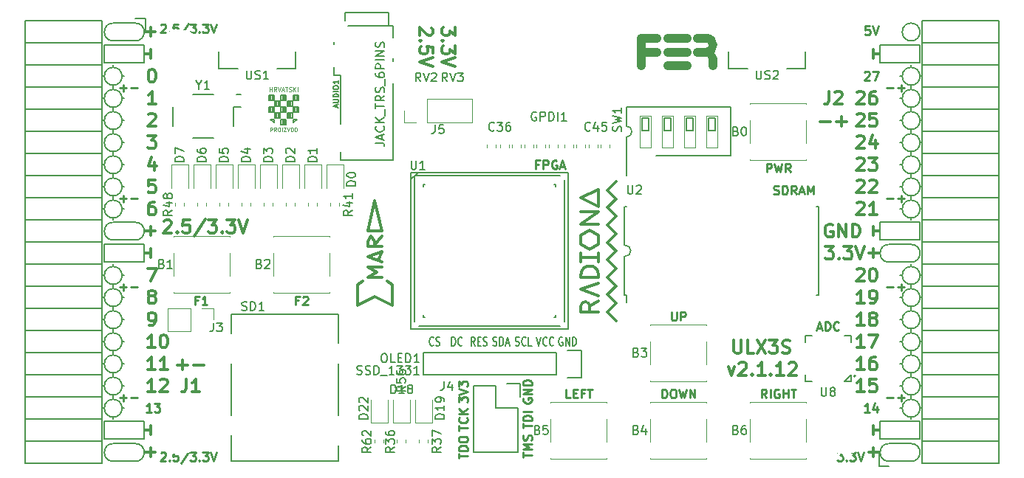
<source format=gto>
G04 #@! TF.GenerationSoftware,KiCad,Pcbnew,5.0.0+dfsg1-2*
G04 #@! TF.CreationDate,2018-09-16T19:57:24+02:00*
G04 #@! TF.ProjectId,ulx3s,756C7833732E6B696361645F70636200,rev?*
G04 #@! TF.SameCoordinates,Original*
G04 #@! TF.FileFunction,Legend,Top*
G04 #@! TF.FilePolarity,Positive*
%FSLAX46Y46*%
G04 Gerber Fmt 4.6, Leading zero omitted, Abs format (unit mm)*
G04 Created by KiCad (PCBNEW 5.0.0+dfsg1-2) date Sun Sep 16 19:57:24 2018*
%MOMM*%
%LPD*%
G01*
G04 APERTURE LIST*
%ADD10C,0.250000*%
%ADD11C,0.300000*%
%ADD12C,0.200000*%
%ADD13C,0.150000*%
%ADD14C,0.120000*%
%ADD15C,1.000000*%
%ADD16C,0.152400*%
%ADD17C,0.075000*%
%ADD18C,0.500000*%
%ADD19O,0.227000X0.608000*%
%ADD20O,0.608000X0.227000*%
%ADD21R,1.725000X1.725000*%
%ADD22O,0.400000X1.050000*%
%ADD23O,1.050000X0.400000*%
%ADD24R,1.050000X0.400000*%
%ADD25C,0.100000*%
%ADD26C,0.975000*%
%ADD27C,1.075000*%
%ADD28O,0.660000X1.200000*%
%ADD29R,0.660000X1.200000*%
%ADD30R,1.220000X2.540000*%
%ADD31R,1.900000X2.000000*%
%ADD32R,0.500000X1.450000*%
%ADD33R,2.000000X2.000000*%
%ADD34R,2.200000X1.700000*%
%ADD35R,2.900000X2.100000*%
%ADD36R,2.900000X2.300000*%
%ADD37R,2.900000X2.900000*%
%ADD38C,1.800000*%
%ADD39R,0.400000X2.000000*%
%ADD40C,2.100000*%
%ADD41R,0.800000X1.600000*%
%ADD42R,1.550000X1.000000*%
%ADD43R,1.550000X2.100000*%
%ADD44R,2.300000X1.900000*%
%ADD45R,1.827200X2.132000*%
%ADD46O,1.827200X2.132000*%
%ADD47O,1.827200X1.827200*%
%ADD48R,1.827200X1.827200*%
%ADD49C,5.600000*%
%ADD50R,1.800000X1.800000*%
%ADD51O,1.800000X1.800000*%
%ADD52R,1.395000X1.500000*%
%ADD53R,1.650000X1.400000*%
G04 APERTURE END LIST*
D10*
X116641666Y-93497571D02*
X116308333Y-93497571D01*
X116308333Y-94021380D02*
X116308333Y-93021380D01*
X116784523Y-93021380D01*
X117117857Y-93116619D02*
X117165476Y-93069000D01*
X117260714Y-93021380D01*
X117498809Y-93021380D01*
X117594047Y-93069000D01*
X117641666Y-93116619D01*
X117689285Y-93211857D01*
X117689285Y-93307095D01*
X117641666Y-93449952D01*
X117070238Y-94021380D01*
X117689285Y-94021380D01*
X105084666Y-93497571D02*
X104751333Y-93497571D01*
X104751333Y-94021380D02*
X104751333Y-93021380D01*
X105227523Y-93021380D01*
X106132285Y-94021380D02*
X105560857Y-94021380D01*
X105846571Y-94021380D02*
X105846571Y-93021380D01*
X105751333Y-93164238D01*
X105656095Y-93259476D01*
X105560857Y-93307095D01*
X170236666Y-104689380D02*
X169903333Y-104213190D01*
X169665238Y-104689380D02*
X169665238Y-103689380D01*
X170046190Y-103689380D01*
X170141428Y-103737000D01*
X170189047Y-103784619D01*
X170236666Y-103879857D01*
X170236666Y-104022714D01*
X170189047Y-104117952D01*
X170141428Y-104165571D01*
X170046190Y-104213190D01*
X169665238Y-104213190D01*
X170665238Y-104689380D02*
X170665238Y-103689380D01*
X171665238Y-103737000D02*
X171570000Y-103689380D01*
X171427142Y-103689380D01*
X171284285Y-103737000D01*
X171189047Y-103832238D01*
X171141428Y-103927476D01*
X171093809Y-104117952D01*
X171093809Y-104260809D01*
X171141428Y-104451285D01*
X171189047Y-104546523D01*
X171284285Y-104641761D01*
X171427142Y-104689380D01*
X171522380Y-104689380D01*
X171665238Y-104641761D01*
X171712857Y-104594142D01*
X171712857Y-104260809D01*
X171522380Y-104260809D01*
X172141428Y-104689380D02*
X172141428Y-103689380D01*
X172141428Y-104165571D02*
X172712857Y-104165571D01*
X172712857Y-104689380D02*
X172712857Y-103689380D01*
X173046190Y-103689380D02*
X173617619Y-103689380D01*
X173331904Y-104689380D02*
X173331904Y-103689380D01*
X159354285Y-94799380D02*
X159354285Y-95608904D01*
X159401904Y-95704142D01*
X159449523Y-95751761D01*
X159544761Y-95799380D01*
X159735238Y-95799380D01*
X159830476Y-95751761D01*
X159878095Y-95704142D01*
X159925714Y-95608904D01*
X159925714Y-94799380D01*
X160401904Y-95799380D02*
X160401904Y-94799380D01*
X160782857Y-94799380D01*
X160878095Y-94847000D01*
X160925714Y-94894619D01*
X160973333Y-94989857D01*
X160973333Y-95132714D01*
X160925714Y-95227952D01*
X160878095Y-95275571D01*
X160782857Y-95323190D01*
X160401904Y-95323190D01*
X158259047Y-104689380D02*
X158259047Y-103689380D01*
X158497142Y-103689380D01*
X158640000Y-103737000D01*
X158735238Y-103832238D01*
X158782857Y-103927476D01*
X158830476Y-104117952D01*
X158830476Y-104260809D01*
X158782857Y-104451285D01*
X158735238Y-104546523D01*
X158640000Y-104641761D01*
X158497142Y-104689380D01*
X158259047Y-104689380D01*
X159449523Y-103689380D02*
X159640000Y-103689380D01*
X159735238Y-103737000D01*
X159830476Y-103832238D01*
X159878095Y-104022714D01*
X159878095Y-104356047D01*
X159830476Y-104546523D01*
X159735238Y-104641761D01*
X159640000Y-104689380D01*
X159449523Y-104689380D01*
X159354285Y-104641761D01*
X159259047Y-104546523D01*
X159211428Y-104356047D01*
X159211428Y-104022714D01*
X159259047Y-103832238D01*
X159354285Y-103737000D01*
X159449523Y-103689380D01*
X160211428Y-103689380D02*
X160449523Y-104689380D01*
X160640000Y-103975095D01*
X160830476Y-104689380D01*
X161068571Y-103689380D01*
X161449523Y-104689380D02*
X161449523Y-103689380D01*
X162020952Y-104689380D01*
X162020952Y-103689380D01*
X147757619Y-104689380D02*
X147281428Y-104689380D01*
X147281428Y-103689380D01*
X148090952Y-104165571D02*
X148424285Y-104165571D01*
X148567142Y-104689380D02*
X148090952Y-104689380D01*
X148090952Y-103689380D01*
X148567142Y-103689380D01*
X149329047Y-104165571D02*
X148995714Y-104165571D01*
X148995714Y-104689380D02*
X148995714Y-103689380D01*
X149471904Y-103689380D01*
X149710000Y-103689380D02*
X150281428Y-103689380D01*
X149995714Y-104689380D02*
X149995714Y-103689380D01*
X170251666Y-78781380D02*
X170251666Y-77781380D01*
X170632619Y-77781380D01*
X170727857Y-77829000D01*
X170775476Y-77876619D01*
X170823095Y-77971857D01*
X170823095Y-78114714D01*
X170775476Y-78209952D01*
X170727857Y-78257571D01*
X170632619Y-78305190D01*
X170251666Y-78305190D01*
X171156428Y-77781380D02*
X171394523Y-78781380D01*
X171585000Y-78067095D01*
X171775476Y-78781380D01*
X172013571Y-77781380D01*
X172965952Y-78781380D02*
X172632619Y-78305190D01*
X172394523Y-78781380D02*
X172394523Y-77781380D01*
X172775476Y-77781380D01*
X172870714Y-77829000D01*
X172918333Y-77876619D01*
X172965952Y-77971857D01*
X172965952Y-78114714D01*
X172918333Y-78209952D01*
X172870714Y-78257571D01*
X172775476Y-78305190D01*
X172394523Y-78305190D01*
D11*
X134560428Y-62144714D02*
X134560428Y-63073285D01*
X133989000Y-62573285D01*
X133989000Y-62787571D01*
X133917571Y-62930428D01*
X133846142Y-63001857D01*
X133703285Y-63073285D01*
X133346142Y-63073285D01*
X133203285Y-63001857D01*
X133131857Y-62930428D01*
X133060428Y-62787571D01*
X133060428Y-62359000D01*
X133131857Y-62216142D01*
X133203285Y-62144714D01*
X133203285Y-63716142D02*
X133131857Y-63787571D01*
X133060428Y-63716142D01*
X133131857Y-63644714D01*
X133203285Y-63716142D01*
X133060428Y-63716142D01*
X134560428Y-64287571D02*
X134560428Y-65216142D01*
X133989000Y-64716142D01*
X133989000Y-64930428D01*
X133917571Y-65073285D01*
X133846142Y-65144714D01*
X133703285Y-65216142D01*
X133346142Y-65216142D01*
X133203285Y-65144714D01*
X133131857Y-65073285D01*
X133060428Y-64930428D01*
X133060428Y-64501857D01*
X133131857Y-64359000D01*
X133203285Y-64287571D01*
X134560428Y-65644714D02*
X133060428Y-66144714D01*
X134560428Y-66644714D01*
X131877571Y-62216142D02*
X131949000Y-62287571D01*
X132020428Y-62430428D01*
X132020428Y-62787571D01*
X131949000Y-62930428D01*
X131877571Y-63001857D01*
X131734714Y-63073285D01*
X131591857Y-63073285D01*
X131377571Y-63001857D01*
X130520428Y-62144714D01*
X130520428Y-63073285D01*
X130663285Y-63716142D02*
X130591857Y-63787571D01*
X130520428Y-63716142D01*
X130591857Y-63644714D01*
X130663285Y-63716142D01*
X130520428Y-63716142D01*
X132020428Y-65144714D02*
X132020428Y-64430428D01*
X131306142Y-64359000D01*
X131377571Y-64430428D01*
X131449000Y-64573285D01*
X131449000Y-64930428D01*
X131377571Y-65073285D01*
X131306142Y-65144714D01*
X131163285Y-65216142D01*
X130806142Y-65216142D01*
X130663285Y-65144714D01*
X130591857Y-65073285D01*
X130520428Y-64930428D01*
X130520428Y-64573285D01*
X130591857Y-64430428D01*
X130663285Y-64359000D01*
X132020428Y-65644714D02*
X130520428Y-66144714D01*
X132020428Y-66644714D01*
X102760000Y-100897142D02*
X103902857Y-100897142D01*
X103331428Y-101468571D02*
X103331428Y-100325714D01*
X104617142Y-100897142D02*
X105760000Y-100897142D01*
X165878428Y-101121571D02*
X166235571Y-102121571D01*
X166592714Y-101121571D01*
X167092714Y-100764428D02*
X167164142Y-100693000D01*
X167307000Y-100621571D01*
X167664142Y-100621571D01*
X167807000Y-100693000D01*
X167878428Y-100764428D01*
X167949857Y-100907285D01*
X167949857Y-101050142D01*
X167878428Y-101264428D01*
X167021285Y-102121571D01*
X167949857Y-102121571D01*
X168592714Y-101978714D02*
X168664142Y-102050142D01*
X168592714Y-102121571D01*
X168521285Y-102050142D01*
X168592714Y-101978714D01*
X168592714Y-102121571D01*
X170092714Y-102121571D02*
X169235571Y-102121571D01*
X169664142Y-102121571D02*
X169664142Y-100621571D01*
X169521285Y-100835857D01*
X169378428Y-100978714D01*
X169235571Y-101050142D01*
X170735571Y-101978714D02*
X170807000Y-102050142D01*
X170735571Y-102121571D01*
X170664142Y-102050142D01*
X170735571Y-101978714D01*
X170735571Y-102121571D01*
X172235571Y-102121571D02*
X171378428Y-102121571D01*
X171807000Y-102121571D02*
X171807000Y-100621571D01*
X171664142Y-100835857D01*
X171521285Y-100978714D01*
X171378428Y-101050142D01*
X172807000Y-100764428D02*
X172878428Y-100693000D01*
X173021285Y-100621571D01*
X173378428Y-100621571D01*
X173521285Y-100693000D01*
X173592714Y-100764428D01*
X173664142Y-100907285D01*
X173664142Y-101050142D01*
X173592714Y-101264428D01*
X172735571Y-102121571D01*
X173664142Y-102121571D01*
X182492000Y-87582000D02*
X182492000Y-88598000D01*
X181984000Y-88090000D02*
X183254000Y-88090000D01*
X182492000Y-110442000D02*
X182492000Y-111458000D01*
X183254000Y-110950000D02*
X181984000Y-110950000D01*
X99688000Y-110442000D02*
X99688000Y-111458000D01*
X98926000Y-110950000D02*
X100196000Y-110950000D01*
X99688000Y-62182000D02*
X99688000Y-63198000D01*
X98926000Y-62690000D02*
X100196000Y-62690000D01*
X99688000Y-85042000D02*
X99688000Y-86058000D01*
X98926000Y-85550000D02*
X100196000Y-85550000D01*
D12*
X97910000Y-63706000D02*
G75*
G03X97910000Y-61674000I0J1016000D01*
G01*
X184270000Y-109934000D02*
G75*
G03X184270000Y-111966000I0J-1016000D01*
G01*
X95370000Y-111966000D02*
X97910000Y-111966000D01*
X95370000Y-109934000D02*
X97910000Y-109934000D01*
X97910000Y-111966000D02*
G75*
G03X97910000Y-109934000I0J1016000D01*
G01*
X95370000Y-109934000D02*
G75*
G03X95370000Y-111966000I0J-1016000D01*
G01*
X95370000Y-61674000D02*
X97910000Y-61674000D01*
X95370000Y-63706000D02*
X97910000Y-63706000D01*
X95370000Y-61674000D02*
G75*
G03X95370000Y-63706000I0J-1016000D01*
G01*
X95370000Y-84534000D02*
X97910000Y-84534000D01*
X95370000Y-86566000D02*
X97910000Y-86566000D01*
X95370000Y-84534000D02*
G75*
G03X95370000Y-86566000I0J-1016000D01*
G01*
X97910000Y-86566000D02*
G75*
G03X97910000Y-84534000I0J1016000D01*
G01*
X187826000Y-62690000D02*
G75*
G03X187826000Y-62690000I-1016000J0D01*
G01*
X184270000Y-89106000D02*
X186810000Y-89106000D01*
X184270000Y-87074000D02*
X186810000Y-87074000D01*
X184270000Y-87074000D02*
G75*
G03X184270000Y-89106000I0J-1016000D01*
G01*
X186810000Y-89106000D02*
G75*
G03X186810000Y-87074000I0J1016000D01*
G01*
X186810000Y-111966000D02*
X184270000Y-111966000D01*
X186810000Y-109934000D02*
X184270000Y-109934000D01*
X186810000Y-111966000D02*
G75*
G03X186810000Y-109934000I0J1016000D01*
G01*
X94354000Y-66246000D02*
X94354000Y-64214000D01*
X98926000Y-66246000D02*
X94354000Y-66246000D01*
X98926000Y-64214000D02*
X98926000Y-66246000D01*
X94354000Y-64214000D02*
X98926000Y-64214000D01*
X94354000Y-87074000D02*
X98926000Y-87074000D01*
X94354000Y-89106000D02*
X94354000Y-87074000D01*
X98926000Y-89106000D02*
X94354000Y-89106000D01*
X98926000Y-87074000D02*
X98926000Y-89106000D01*
X94354000Y-109426000D02*
X98926000Y-109426000D01*
X94354000Y-107394000D02*
X94354000Y-109426000D01*
X98926000Y-107394000D02*
X94354000Y-107394000D01*
X98926000Y-109426000D02*
X98926000Y-107394000D01*
X183254000Y-109426000D02*
X187826000Y-109426000D01*
X183254000Y-107394000D02*
X183254000Y-109426000D01*
X187826000Y-107394000D02*
X187826000Y-109426000D01*
X183254000Y-107394000D02*
X187826000Y-107394000D01*
X183254000Y-66246000D02*
X187826000Y-66246000D01*
X183254000Y-64214000D02*
X183254000Y-66246000D01*
X187826000Y-64214000D02*
X183254000Y-64214000D01*
X187826000Y-66246000D02*
X187826000Y-64214000D01*
X183254000Y-84534000D02*
X187826000Y-84534000D01*
X183254000Y-86566000D02*
X183254000Y-84534000D01*
X187826000Y-86566000D02*
X183254000Y-86566000D01*
X187826000Y-84534000D02*
X187826000Y-86566000D01*
D10*
X96148000Y-69111428D02*
X96909904Y-69111428D01*
X96528952Y-69492380D02*
X96528952Y-68730476D01*
X97386095Y-69111428D02*
X98148000Y-69111428D01*
X96148000Y-81811428D02*
X96909904Y-81811428D01*
X96528952Y-82192380D02*
X96528952Y-81430476D01*
X97386095Y-81811428D02*
X98148000Y-81811428D01*
X96148000Y-91971428D02*
X96909904Y-91971428D01*
X96528952Y-92352380D02*
X96528952Y-91590476D01*
X97386095Y-91971428D02*
X98148000Y-91971428D01*
X96148000Y-104671428D02*
X96909904Y-104671428D01*
X96528952Y-105052380D02*
X96528952Y-104290476D01*
X97386095Y-104671428D02*
X98148000Y-104671428D01*
X184032000Y-104671428D02*
X184793904Y-104671428D01*
X185270095Y-104671428D02*
X186032000Y-104671428D01*
X185651047Y-105052380D02*
X185651047Y-104290476D01*
X184032000Y-91971428D02*
X184793904Y-91971428D01*
X185270095Y-91971428D02*
X186032000Y-91971428D01*
X185651047Y-92352380D02*
X185651047Y-91590476D01*
X184032000Y-81811428D02*
X184793904Y-81811428D01*
X185270095Y-81811428D02*
X186032000Y-81811428D01*
X185651047Y-82192380D02*
X185651047Y-81430476D01*
X184032000Y-69111428D02*
X184793904Y-69111428D01*
X185270095Y-69111428D02*
X186032000Y-69111428D01*
X185651047Y-69492380D02*
X185651047Y-68730476D01*
D11*
X176420000Y-72957142D02*
X177562857Y-72957142D01*
X178277142Y-72957142D02*
X179420000Y-72957142D01*
X178848571Y-73528571D02*
X178848571Y-72385714D01*
D12*
X187826000Y-67770000D02*
G75*
G03X187826000Y-67770000I-1016000J0D01*
G01*
X187826000Y-70310000D02*
G75*
G03X187826000Y-70310000I-1016000J0D01*
G01*
X187826000Y-72850000D02*
G75*
G03X187826000Y-72850000I-1016000J0D01*
G01*
X187826000Y-75390000D02*
G75*
G03X187826000Y-75390000I-1016000J0D01*
G01*
X187826000Y-77930000D02*
G75*
G03X187826000Y-77930000I-1016000J0D01*
G01*
X187826000Y-80470000D02*
G75*
G03X187826000Y-80470000I-1016000J0D01*
G01*
X187826000Y-83010000D02*
G75*
G03X187826000Y-83010000I-1016000J0D01*
G01*
X187826000Y-90630000D02*
G75*
G03X187826000Y-90630000I-1016000J0D01*
G01*
X187826000Y-93170000D02*
G75*
G03X187826000Y-93170000I-1016000J0D01*
G01*
X187826000Y-95710000D02*
G75*
G03X187826000Y-95710000I-1016000J0D01*
G01*
X187826000Y-98250000D02*
G75*
G03X187826000Y-98250000I-1016000J0D01*
G01*
X187826000Y-100790000D02*
G75*
G03X187826000Y-100790000I-1016000J0D01*
G01*
X187826000Y-103330000D02*
G75*
G03X187826000Y-103330000I-1016000J0D01*
G01*
X187826000Y-105870000D02*
G75*
G03X187826000Y-105870000I-1016000J0D01*
G01*
X96386000Y-105870000D02*
G75*
G03X96386000Y-105870000I-1016000J0D01*
G01*
X96386000Y-103330000D02*
G75*
G03X96386000Y-103330000I-1016000J0D01*
G01*
X96386000Y-100790000D02*
G75*
G03X96386000Y-100790000I-1016000J0D01*
G01*
X96386000Y-98250000D02*
G75*
G03X96386000Y-98250000I-1016000J0D01*
G01*
X96386000Y-95710000D02*
G75*
G03X96386000Y-95710000I-1016000J0D01*
G01*
X96386000Y-93170000D02*
G75*
G03X96386000Y-93170000I-1016000J0D01*
G01*
X96386000Y-90630000D02*
G75*
G03X96386000Y-90630000I-1016000J0D01*
G01*
X96386000Y-83010000D02*
G75*
G03X96386000Y-83010000I-1016000J0D01*
G01*
X96386000Y-80470000D02*
G75*
G03X96386000Y-80470000I-1016000J0D01*
G01*
X96386000Y-77930000D02*
G75*
G03X96386000Y-77930000I-1016000J0D01*
G01*
X96386000Y-75390000D02*
G75*
G03X96386000Y-75390000I-1016000J0D01*
G01*
X96386000Y-72850000D02*
G75*
G03X96386000Y-72850000I-1016000J0D01*
G01*
X96386000Y-70310000D02*
G75*
G03X96386000Y-70310000I-1016000J0D01*
G01*
X96386000Y-67770000D02*
G75*
G03X96386000Y-67770000I-1016000J0D01*
G01*
D11*
X177793142Y-84800000D02*
X177650285Y-84728571D01*
X177436000Y-84728571D01*
X177221714Y-84800000D01*
X177078857Y-84942857D01*
X177007428Y-85085714D01*
X176936000Y-85371428D01*
X176936000Y-85585714D01*
X177007428Y-85871428D01*
X177078857Y-86014285D01*
X177221714Y-86157142D01*
X177436000Y-86228571D01*
X177578857Y-86228571D01*
X177793142Y-86157142D01*
X177864571Y-86085714D01*
X177864571Y-85585714D01*
X177578857Y-85585714D01*
X178507428Y-86228571D02*
X178507428Y-84728571D01*
X179364571Y-86228571D01*
X179364571Y-84728571D01*
X180078857Y-86228571D02*
X180078857Y-84728571D01*
X180436000Y-84728571D01*
X180650285Y-84800000D01*
X180793142Y-84942857D01*
X180864571Y-85085714D01*
X180936000Y-85371428D01*
X180936000Y-85585714D01*
X180864571Y-85871428D01*
X180793142Y-86014285D01*
X180650285Y-86157142D01*
X180436000Y-86228571D01*
X180078857Y-86228571D01*
X182492000Y-86058000D02*
X182492000Y-85042000D01*
X183254000Y-85550000D02*
X182492000Y-85550000D01*
X182492000Y-107902000D02*
X182492000Y-108918000D01*
X182492000Y-108410000D02*
X183254000Y-108410000D01*
D10*
X182047523Y-106322380D02*
X181476095Y-106322380D01*
X181761809Y-106322380D02*
X181761809Y-105322380D01*
X181666571Y-105465238D01*
X181571333Y-105560476D01*
X181476095Y-105608095D01*
X182904666Y-105655714D02*
X182904666Y-106322380D01*
X182666571Y-105274761D02*
X182428476Y-105989047D01*
X183047523Y-105989047D01*
X181476095Y-67317619D02*
X181523714Y-67270000D01*
X181618952Y-67222380D01*
X181857047Y-67222380D01*
X181952285Y-67270000D01*
X181999904Y-67317619D01*
X182047523Y-67412857D01*
X182047523Y-67508095D01*
X181999904Y-67650952D01*
X181428476Y-68222380D01*
X182047523Y-68222380D01*
X182380857Y-67222380D02*
X183047523Y-67222380D01*
X182618952Y-68222380D01*
D11*
X182492000Y-64722000D02*
X182492000Y-65738000D01*
X182492000Y-65230000D02*
X183254000Y-65230000D01*
X99688000Y-107902000D02*
X99688000Y-108918000D01*
X98926000Y-108410000D02*
X99688000Y-108410000D01*
X99315000Y-74568571D02*
X100243571Y-74568571D01*
X99743571Y-75140000D01*
X99957857Y-75140000D01*
X100100714Y-75211428D01*
X100172142Y-75282857D01*
X100243571Y-75425714D01*
X100243571Y-75782857D01*
X100172142Y-75925714D01*
X100100714Y-75997142D01*
X99957857Y-76068571D01*
X99529285Y-76068571D01*
X99386428Y-75997142D01*
X99315000Y-75925714D01*
X100100714Y-77608571D02*
X100100714Y-78608571D01*
X99743571Y-77037142D02*
X99386428Y-78108571D01*
X100315000Y-78108571D01*
X100172142Y-79648571D02*
X99457857Y-79648571D01*
X99386428Y-80362857D01*
X99457857Y-80291428D01*
X99600714Y-80220000D01*
X99957857Y-80220000D01*
X100100714Y-80291428D01*
X100172142Y-80362857D01*
X100243571Y-80505714D01*
X100243571Y-80862857D01*
X100172142Y-81005714D01*
X100100714Y-81077142D01*
X99957857Y-81148571D01*
X99600714Y-81148571D01*
X99457857Y-81077142D01*
X99386428Y-81005714D01*
D10*
X99751523Y-106322380D02*
X99180095Y-106322380D01*
X99465809Y-106322380D02*
X99465809Y-105322380D01*
X99370571Y-105465238D01*
X99275333Y-105560476D01*
X99180095Y-105608095D01*
X100084857Y-105322380D02*
X100703904Y-105322380D01*
X100370571Y-105703333D01*
X100513428Y-105703333D01*
X100608666Y-105750952D01*
X100656285Y-105798571D01*
X100703904Y-105893809D01*
X100703904Y-106131904D01*
X100656285Y-106227142D01*
X100608666Y-106274761D01*
X100513428Y-106322380D01*
X100227714Y-106322380D01*
X100132476Y-106274761D01*
X100084857Y-106227142D01*
D11*
X99315000Y-89808571D02*
X100315000Y-89808571D01*
X99672142Y-91308571D01*
X99688000Y-87582000D02*
X99688000Y-88598000D01*
X98926000Y-88090000D02*
X99688000Y-88090000D01*
X99688000Y-64722000D02*
X99688000Y-65738000D01*
X98926000Y-65230000D02*
X99688000Y-65230000D01*
D10*
X100817976Y-61874619D02*
X100865595Y-61827000D01*
X100960833Y-61779380D01*
X101198928Y-61779380D01*
X101294166Y-61827000D01*
X101341785Y-61874619D01*
X101389404Y-61969857D01*
X101389404Y-62065095D01*
X101341785Y-62207952D01*
X100770357Y-62779380D01*
X101389404Y-62779380D01*
X101817976Y-62684142D02*
X101865595Y-62731761D01*
X101817976Y-62779380D01*
X101770357Y-62731761D01*
X101817976Y-62684142D01*
X101817976Y-62779380D01*
X102770357Y-61779380D02*
X102294166Y-61779380D01*
X102246547Y-62255571D01*
X102294166Y-62207952D01*
X102389404Y-62160333D01*
X102627500Y-62160333D01*
X102722738Y-62207952D01*
X102770357Y-62255571D01*
X102817976Y-62350809D01*
X102817976Y-62588904D01*
X102770357Y-62684142D01*
X102722738Y-62731761D01*
X102627500Y-62779380D01*
X102389404Y-62779380D01*
X102294166Y-62731761D01*
X102246547Y-62684142D01*
X103960833Y-61731761D02*
X103103690Y-63017476D01*
X104198928Y-61779380D02*
X104817976Y-61779380D01*
X104484642Y-62160333D01*
X104627500Y-62160333D01*
X104722738Y-62207952D01*
X104770357Y-62255571D01*
X104817976Y-62350809D01*
X104817976Y-62588904D01*
X104770357Y-62684142D01*
X104722738Y-62731761D01*
X104627500Y-62779380D01*
X104341785Y-62779380D01*
X104246547Y-62731761D01*
X104198928Y-62684142D01*
X105246547Y-62684142D02*
X105294166Y-62731761D01*
X105246547Y-62779380D01*
X105198928Y-62731761D01*
X105246547Y-62684142D01*
X105246547Y-62779380D01*
X105627500Y-61779380D02*
X106246547Y-61779380D01*
X105913214Y-62160333D01*
X106056071Y-62160333D01*
X106151309Y-62207952D01*
X106198928Y-62255571D01*
X106246547Y-62350809D01*
X106246547Y-62588904D01*
X106198928Y-62684142D01*
X106151309Y-62731761D01*
X106056071Y-62779380D01*
X105770357Y-62779380D01*
X105675119Y-62731761D01*
X105627500Y-62684142D01*
X106532261Y-61779380D02*
X106865595Y-62779380D01*
X107198928Y-61779380D01*
X178360261Y-110910380D02*
X178979309Y-110910380D01*
X178645976Y-111291333D01*
X178788833Y-111291333D01*
X178884071Y-111338952D01*
X178931690Y-111386571D01*
X178979309Y-111481809D01*
X178979309Y-111719904D01*
X178931690Y-111815142D01*
X178884071Y-111862761D01*
X178788833Y-111910380D01*
X178503119Y-111910380D01*
X178407880Y-111862761D01*
X178360261Y-111815142D01*
X179407880Y-111815142D02*
X179455500Y-111862761D01*
X179407880Y-111910380D01*
X179360261Y-111862761D01*
X179407880Y-111815142D01*
X179407880Y-111910380D01*
X179788833Y-110910380D02*
X180407880Y-110910380D01*
X180074547Y-111291333D01*
X180217404Y-111291333D01*
X180312642Y-111338952D01*
X180360261Y-111386571D01*
X180407880Y-111481809D01*
X180407880Y-111719904D01*
X180360261Y-111815142D01*
X180312642Y-111862761D01*
X180217404Y-111910380D01*
X179931690Y-111910380D01*
X179836452Y-111862761D01*
X179788833Y-111815142D01*
X180693595Y-110910380D02*
X181026928Y-111910380D01*
X181360261Y-110910380D01*
D11*
X101199714Y-84381428D02*
X101271142Y-84310000D01*
X101414000Y-84238571D01*
X101771142Y-84238571D01*
X101914000Y-84310000D01*
X101985428Y-84381428D01*
X102056857Y-84524285D01*
X102056857Y-84667142D01*
X101985428Y-84881428D01*
X101128285Y-85738571D01*
X102056857Y-85738571D01*
X102699714Y-85595714D02*
X102771142Y-85667142D01*
X102699714Y-85738571D01*
X102628285Y-85667142D01*
X102699714Y-85595714D01*
X102699714Y-85738571D01*
X104128285Y-84238571D02*
X103414000Y-84238571D01*
X103342571Y-84952857D01*
X103414000Y-84881428D01*
X103556857Y-84810000D01*
X103914000Y-84810000D01*
X104056857Y-84881428D01*
X104128285Y-84952857D01*
X104199714Y-85095714D01*
X104199714Y-85452857D01*
X104128285Y-85595714D01*
X104056857Y-85667142D01*
X103914000Y-85738571D01*
X103556857Y-85738571D01*
X103414000Y-85667142D01*
X103342571Y-85595714D01*
X105914000Y-84167142D02*
X104628285Y-86095714D01*
X106271142Y-84238571D02*
X107199714Y-84238571D01*
X106699714Y-84810000D01*
X106914000Y-84810000D01*
X107056857Y-84881428D01*
X107128285Y-84952857D01*
X107199714Y-85095714D01*
X107199714Y-85452857D01*
X107128285Y-85595714D01*
X107056857Y-85667142D01*
X106914000Y-85738571D01*
X106485428Y-85738571D01*
X106342571Y-85667142D01*
X106271142Y-85595714D01*
X107842571Y-85595714D02*
X107914000Y-85667142D01*
X107842571Y-85738571D01*
X107771142Y-85667142D01*
X107842571Y-85595714D01*
X107842571Y-85738571D01*
X108414000Y-84238571D02*
X109342571Y-84238571D01*
X108842571Y-84810000D01*
X109056857Y-84810000D01*
X109199714Y-84881428D01*
X109271142Y-84952857D01*
X109342571Y-85095714D01*
X109342571Y-85452857D01*
X109271142Y-85595714D01*
X109199714Y-85667142D01*
X109056857Y-85738571D01*
X108628285Y-85738571D01*
X108485428Y-85667142D01*
X108414000Y-85595714D01*
X109771142Y-84238571D02*
X110271142Y-85738571D01*
X110771142Y-84238571D01*
D10*
X100817976Y-111023619D02*
X100865595Y-110976000D01*
X100960833Y-110928380D01*
X101198928Y-110928380D01*
X101294166Y-110976000D01*
X101341785Y-111023619D01*
X101389404Y-111118857D01*
X101389404Y-111214095D01*
X101341785Y-111356952D01*
X100770357Y-111928380D01*
X101389404Y-111928380D01*
X101817976Y-111833142D02*
X101865595Y-111880761D01*
X101817976Y-111928380D01*
X101770357Y-111880761D01*
X101817976Y-111833142D01*
X101817976Y-111928380D01*
X102770357Y-110928380D02*
X102294166Y-110928380D01*
X102246547Y-111404571D01*
X102294166Y-111356952D01*
X102389404Y-111309333D01*
X102627500Y-111309333D01*
X102722738Y-111356952D01*
X102770357Y-111404571D01*
X102817976Y-111499809D01*
X102817976Y-111737904D01*
X102770357Y-111833142D01*
X102722738Y-111880761D01*
X102627500Y-111928380D01*
X102389404Y-111928380D01*
X102294166Y-111880761D01*
X102246547Y-111833142D01*
X103960833Y-110880761D02*
X103103690Y-112166476D01*
X104198928Y-110928380D02*
X104817976Y-110928380D01*
X104484642Y-111309333D01*
X104627500Y-111309333D01*
X104722738Y-111356952D01*
X104770357Y-111404571D01*
X104817976Y-111499809D01*
X104817976Y-111737904D01*
X104770357Y-111833142D01*
X104722738Y-111880761D01*
X104627500Y-111928380D01*
X104341785Y-111928380D01*
X104246547Y-111880761D01*
X104198928Y-111833142D01*
X105246547Y-111833142D02*
X105294166Y-111880761D01*
X105246547Y-111928380D01*
X105198928Y-111880761D01*
X105246547Y-111833142D01*
X105246547Y-111928380D01*
X105627500Y-110928380D02*
X106246547Y-110928380D01*
X105913214Y-111309333D01*
X106056071Y-111309333D01*
X106151309Y-111356952D01*
X106198928Y-111404571D01*
X106246547Y-111499809D01*
X106246547Y-111737904D01*
X106198928Y-111833142D01*
X106151309Y-111880761D01*
X106056071Y-111928380D01*
X105770357Y-111928380D01*
X105675119Y-111880761D01*
X105627500Y-111833142D01*
X106532261Y-110928380D02*
X106865595Y-111928380D01*
X107198928Y-110928380D01*
X182047523Y-62015380D02*
X181571333Y-62015380D01*
X181523714Y-62491571D01*
X181571333Y-62443952D01*
X181666571Y-62396333D01*
X181904666Y-62396333D01*
X181999904Y-62443952D01*
X182047523Y-62491571D01*
X182095142Y-62586809D01*
X182095142Y-62824904D01*
X182047523Y-62920142D01*
X181999904Y-62967761D01*
X181904666Y-63015380D01*
X181666571Y-63015380D01*
X181571333Y-62967761D01*
X181523714Y-62920142D01*
X182380857Y-62015380D02*
X182714190Y-63015380D01*
X183047523Y-62015380D01*
D11*
X180587142Y-69631428D02*
X180658571Y-69560000D01*
X180801428Y-69488571D01*
X181158571Y-69488571D01*
X181301428Y-69560000D01*
X181372857Y-69631428D01*
X181444285Y-69774285D01*
X181444285Y-69917142D01*
X181372857Y-70131428D01*
X180515714Y-70988571D01*
X181444285Y-70988571D01*
X182730000Y-69488571D02*
X182444285Y-69488571D01*
X182301428Y-69560000D01*
X182230000Y-69631428D01*
X182087142Y-69845714D01*
X182015714Y-70131428D01*
X182015714Y-70702857D01*
X182087142Y-70845714D01*
X182158571Y-70917142D01*
X182301428Y-70988571D01*
X182587142Y-70988571D01*
X182730000Y-70917142D01*
X182801428Y-70845714D01*
X182872857Y-70702857D01*
X182872857Y-70345714D01*
X182801428Y-70202857D01*
X182730000Y-70131428D01*
X182587142Y-70060000D01*
X182301428Y-70060000D01*
X182158571Y-70131428D01*
X182087142Y-70202857D01*
X182015714Y-70345714D01*
X180587142Y-72171428D02*
X180658571Y-72100000D01*
X180801428Y-72028571D01*
X181158571Y-72028571D01*
X181301428Y-72100000D01*
X181372857Y-72171428D01*
X181444285Y-72314285D01*
X181444285Y-72457142D01*
X181372857Y-72671428D01*
X180515714Y-73528571D01*
X181444285Y-73528571D01*
X182801428Y-72028571D02*
X182087142Y-72028571D01*
X182015714Y-72742857D01*
X182087142Y-72671428D01*
X182230000Y-72600000D01*
X182587142Y-72600000D01*
X182730000Y-72671428D01*
X182801428Y-72742857D01*
X182872857Y-72885714D01*
X182872857Y-73242857D01*
X182801428Y-73385714D01*
X182730000Y-73457142D01*
X182587142Y-73528571D01*
X182230000Y-73528571D01*
X182087142Y-73457142D01*
X182015714Y-73385714D01*
X180587142Y-74711428D02*
X180658571Y-74640000D01*
X180801428Y-74568571D01*
X181158571Y-74568571D01*
X181301428Y-74640000D01*
X181372857Y-74711428D01*
X181444285Y-74854285D01*
X181444285Y-74997142D01*
X181372857Y-75211428D01*
X180515714Y-76068571D01*
X181444285Y-76068571D01*
X182730000Y-75068571D02*
X182730000Y-76068571D01*
X182372857Y-74497142D02*
X182015714Y-75568571D01*
X182944285Y-75568571D01*
X180587142Y-77251428D02*
X180658571Y-77180000D01*
X180801428Y-77108571D01*
X181158571Y-77108571D01*
X181301428Y-77180000D01*
X181372857Y-77251428D01*
X181444285Y-77394285D01*
X181444285Y-77537142D01*
X181372857Y-77751428D01*
X180515714Y-78608571D01*
X181444285Y-78608571D01*
X181944285Y-77108571D02*
X182872857Y-77108571D01*
X182372857Y-77680000D01*
X182587142Y-77680000D01*
X182730000Y-77751428D01*
X182801428Y-77822857D01*
X182872857Y-77965714D01*
X182872857Y-78322857D01*
X182801428Y-78465714D01*
X182730000Y-78537142D01*
X182587142Y-78608571D01*
X182158571Y-78608571D01*
X182015714Y-78537142D01*
X181944285Y-78465714D01*
X180587142Y-79791428D02*
X180658571Y-79720000D01*
X180801428Y-79648571D01*
X181158571Y-79648571D01*
X181301428Y-79720000D01*
X181372857Y-79791428D01*
X181444285Y-79934285D01*
X181444285Y-80077142D01*
X181372857Y-80291428D01*
X180515714Y-81148571D01*
X181444285Y-81148571D01*
X182015714Y-79791428D02*
X182087142Y-79720000D01*
X182230000Y-79648571D01*
X182587142Y-79648571D01*
X182730000Y-79720000D01*
X182801428Y-79791428D01*
X182872857Y-79934285D01*
X182872857Y-80077142D01*
X182801428Y-80291428D01*
X181944285Y-81148571D01*
X182872857Y-81148571D01*
X180587142Y-82331428D02*
X180658571Y-82260000D01*
X180801428Y-82188571D01*
X181158571Y-82188571D01*
X181301428Y-82260000D01*
X181372857Y-82331428D01*
X181444285Y-82474285D01*
X181444285Y-82617142D01*
X181372857Y-82831428D01*
X180515714Y-83688571D01*
X181444285Y-83688571D01*
X182872857Y-83688571D02*
X182015714Y-83688571D01*
X182444285Y-83688571D02*
X182444285Y-82188571D01*
X182301428Y-82402857D01*
X182158571Y-82545714D01*
X182015714Y-82617142D01*
X176975714Y-87268571D02*
X177904285Y-87268571D01*
X177404285Y-87840000D01*
X177618571Y-87840000D01*
X177761428Y-87911428D01*
X177832857Y-87982857D01*
X177904285Y-88125714D01*
X177904285Y-88482857D01*
X177832857Y-88625714D01*
X177761428Y-88697142D01*
X177618571Y-88768571D01*
X177190000Y-88768571D01*
X177047142Y-88697142D01*
X176975714Y-88625714D01*
X178547142Y-88625714D02*
X178618571Y-88697142D01*
X178547142Y-88768571D01*
X178475714Y-88697142D01*
X178547142Y-88625714D01*
X178547142Y-88768571D01*
X179118571Y-87268571D02*
X180047142Y-87268571D01*
X179547142Y-87840000D01*
X179761428Y-87840000D01*
X179904285Y-87911428D01*
X179975714Y-87982857D01*
X180047142Y-88125714D01*
X180047142Y-88482857D01*
X179975714Y-88625714D01*
X179904285Y-88697142D01*
X179761428Y-88768571D01*
X179332857Y-88768571D01*
X179190000Y-88697142D01*
X179118571Y-88625714D01*
X180475714Y-87268571D02*
X180975714Y-88768571D01*
X181475714Y-87268571D01*
X180587142Y-89951428D02*
X180658571Y-89880000D01*
X180801428Y-89808571D01*
X181158571Y-89808571D01*
X181301428Y-89880000D01*
X181372857Y-89951428D01*
X181444285Y-90094285D01*
X181444285Y-90237142D01*
X181372857Y-90451428D01*
X180515714Y-91308571D01*
X181444285Y-91308571D01*
X182372857Y-89808571D02*
X182515714Y-89808571D01*
X182658571Y-89880000D01*
X182730000Y-89951428D01*
X182801428Y-90094285D01*
X182872857Y-90380000D01*
X182872857Y-90737142D01*
X182801428Y-91022857D01*
X182730000Y-91165714D01*
X182658571Y-91237142D01*
X182515714Y-91308571D01*
X182372857Y-91308571D01*
X182230000Y-91237142D01*
X182158571Y-91165714D01*
X182087142Y-91022857D01*
X182015714Y-90737142D01*
X182015714Y-90380000D01*
X182087142Y-90094285D01*
X182158571Y-89951428D01*
X182230000Y-89880000D01*
X182372857Y-89808571D01*
X181444285Y-93848571D02*
X180587142Y-93848571D01*
X181015714Y-93848571D02*
X181015714Y-92348571D01*
X180872857Y-92562857D01*
X180730000Y-92705714D01*
X180587142Y-92777142D01*
X182158571Y-93848571D02*
X182444285Y-93848571D01*
X182587142Y-93777142D01*
X182658571Y-93705714D01*
X182801428Y-93491428D01*
X182872857Y-93205714D01*
X182872857Y-92634285D01*
X182801428Y-92491428D01*
X182730000Y-92420000D01*
X182587142Y-92348571D01*
X182301428Y-92348571D01*
X182158571Y-92420000D01*
X182087142Y-92491428D01*
X182015714Y-92634285D01*
X182015714Y-92991428D01*
X182087142Y-93134285D01*
X182158571Y-93205714D01*
X182301428Y-93277142D01*
X182587142Y-93277142D01*
X182730000Y-93205714D01*
X182801428Y-93134285D01*
X182872857Y-92991428D01*
X181444285Y-96388571D02*
X180587142Y-96388571D01*
X181015714Y-96388571D02*
X181015714Y-94888571D01*
X180872857Y-95102857D01*
X180730000Y-95245714D01*
X180587142Y-95317142D01*
X182301428Y-95531428D02*
X182158571Y-95460000D01*
X182087142Y-95388571D01*
X182015714Y-95245714D01*
X182015714Y-95174285D01*
X182087142Y-95031428D01*
X182158571Y-94960000D01*
X182301428Y-94888571D01*
X182587142Y-94888571D01*
X182730000Y-94960000D01*
X182801428Y-95031428D01*
X182872857Y-95174285D01*
X182872857Y-95245714D01*
X182801428Y-95388571D01*
X182730000Y-95460000D01*
X182587142Y-95531428D01*
X182301428Y-95531428D01*
X182158571Y-95602857D01*
X182087142Y-95674285D01*
X182015714Y-95817142D01*
X182015714Y-96102857D01*
X182087142Y-96245714D01*
X182158571Y-96317142D01*
X182301428Y-96388571D01*
X182587142Y-96388571D01*
X182730000Y-96317142D01*
X182801428Y-96245714D01*
X182872857Y-96102857D01*
X182872857Y-95817142D01*
X182801428Y-95674285D01*
X182730000Y-95602857D01*
X182587142Y-95531428D01*
X181444285Y-98928571D02*
X180587142Y-98928571D01*
X181015714Y-98928571D02*
X181015714Y-97428571D01*
X180872857Y-97642857D01*
X180730000Y-97785714D01*
X180587142Y-97857142D01*
X181944285Y-97428571D02*
X182944285Y-97428571D01*
X182301428Y-98928571D01*
X181444285Y-101468571D02*
X180587142Y-101468571D01*
X181015714Y-101468571D02*
X181015714Y-99968571D01*
X180872857Y-100182857D01*
X180730000Y-100325714D01*
X180587142Y-100397142D01*
X182730000Y-99968571D02*
X182444285Y-99968571D01*
X182301428Y-100040000D01*
X182230000Y-100111428D01*
X182087142Y-100325714D01*
X182015714Y-100611428D01*
X182015714Y-101182857D01*
X182087142Y-101325714D01*
X182158571Y-101397142D01*
X182301428Y-101468571D01*
X182587142Y-101468571D01*
X182730000Y-101397142D01*
X182801428Y-101325714D01*
X182872857Y-101182857D01*
X182872857Y-100825714D01*
X182801428Y-100682857D01*
X182730000Y-100611428D01*
X182587142Y-100540000D01*
X182301428Y-100540000D01*
X182158571Y-100611428D01*
X182087142Y-100682857D01*
X182015714Y-100825714D01*
X181444285Y-104008571D02*
X180587142Y-104008571D01*
X181015714Y-104008571D02*
X181015714Y-102508571D01*
X180872857Y-102722857D01*
X180730000Y-102865714D01*
X180587142Y-102937142D01*
X182801428Y-102508571D02*
X182087142Y-102508571D01*
X182015714Y-103222857D01*
X182087142Y-103151428D01*
X182230000Y-103080000D01*
X182587142Y-103080000D01*
X182730000Y-103151428D01*
X182801428Y-103222857D01*
X182872857Y-103365714D01*
X182872857Y-103722857D01*
X182801428Y-103865714D01*
X182730000Y-103937142D01*
X182587142Y-104008571D01*
X182230000Y-104008571D01*
X182087142Y-103937142D01*
X182015714Y-103865714D01*
D12*
X186810000Y-66500000D02*
X186810000Y-66754000D01*
X187826000Y-67770000D02*
X188080000Y-67770000D01*
X185540000Y-67770000D02*
X185794000Y-67770000D01*
X186810000Y-69294000D02*
X186810000Y-68786000D01*
X187826000Y-70310000D02*
X188080000Y-70310000D01*
X185540000Y-70310000D02*
X185794000Y-70310000D01*
X186810000Y-71326000D02*
X186810000Y-71834000D01*
X187826000Y-72850000D02*
X188080000Y-72850000D01*
X185540000Y-72850000D02*
X185794000Y-72850000D01*
X186810000Y-73866000D02*
X186810000Y-74374000D01*
X187826000Y-75390000D02*
X188080000Y-75390000D01*
X185540000Y-75390000D02*
X185794000Y-75390000D01*
X186810000Y-76406000D02*
X186810000Y-76914000D01*
X187826000Y-77930000D02*
X188080000Y-77930000D01*
X185540000Y-77930000D02*
X185794000Y-77930000D01*
X186810000Y-79454000D02*
X186810000Y-78946000D01*
X187826000Y-80470000D02*
X188080000Y-80470000D01*
X185540000Y-80470000D02*
X185794000Y-80470000D01*
X186810000Y-81994000D02*
X186810000Y-81486000D01*
X187826000Y-83010000D02*
X188080000Y-83010000D01*
X185540000Y-83010000D02*
X185794000Y-83010000D01*
X186810000Y-84026000D02*
X186810000Y-84280000D01*
X186810000Y-89360000D02*
X186810000Y-89614000D01*
X187826000Y-90630000D02*
X188080000Y-90630000D01*
X185540000Y-90630000D02*
X185794000Y-90630000D01*
X186810000Y-91646000D02*
X186810000Y-92154000D01*
X187826000Y-93170000D02*
X188080000Y-93170000D01*
X185540000Y-93170000D02*
X185794000Y-93170000D01*
X186810000Y-94186000D02*
X186810000Y-94694000D01*
X187826000Y-95710000D02*
X188080000Y-95710000D01*
X185540000Y-95710000D02*
X185794000Y-95710000D01*
X186810000Y-97234000D02*
X186810000Y-96726000D01*
X187826000Y-98250000D02*
X188080000Y-98250000D01*
X185540000Y-98250000D02*
X185794000Y-98250000D01*
X187826000Y-100790000D02*
X188080000Y-100790000D01*
X185540000Y-100790000D02*
X185794000Y-100790000D01*
X186810000Y-99266000D02*
X186810000Y-99774000D01*
X186810000Y-102314000D02*
X186810000Y-101806000D01*
X187826000Y-103330000D02*
X188080000Y-103330000D01*
X185540000Y-103330000D02*
X185794000Y-103330000D01*
X186810000Y-104346000D02*
X186810000Y-104854000D01*
X185540000Y-105870000D02*
X185794000Y-105870000D01*
X187826000Y-105870000D02*
X188080000Y-105870000D01*
X186810000Y-106886000D02*
X186810000Y-107140000D01*
X95370000Y-66754000D02*
X95370000Y-66500000D01*
X96386000Y-67770000D02*
X96640000Y-67770000D01*
X94100000Y-67770000D02*
X94354000Y-67770000D01*
X95370000Y-68786000D02*
X95370000Y-69294000D01*
X96386000Y-70310000D02*
X96640000Y-70310000D01*
X94100000Y-70310000D02*
X94354000Y-70310000D01*
X95370000Y-71326000D02*
X95370000Y-71834000D01*
X96386000Y-72850000D02*
X96640000Y-72850000D01*
X94100000Y-72850000D02*
X94354000Y-72850000D01*
X95370000Y-73866000D02*
X95370000Y-74374000D01*
X96386000Y-75390000D02*
X96640000Y-75390000D01*
X95370000Y-76406000D02*
X95370000Y-76914000D01*
X96386000Y-77930000D02*
X96640000Y-77930000D01*
X94100000Y-77930000D02*
X94354000Y-77930000D01*
X95370000Y-79454000D02*
X95370000Y-78946000D01*
X96386000Y-80470000D02*
X96640000Y-80470000D01*
X94100000Y-80470000D02*
X94354000Y-80470000D01*
X95370000Y-81486000D02*
X95370000Y-81994000D01*
X96386000Y-83010000D02*
X96640000Y-83010000D01*
X95370000Y-84026000D02*
X95370000Y-84280000D01*
X94100000Y-83010000D02*
X94354000Y-83010000D01*
X95370000Y-106886000D02*
X95370000Y-107140000D01*
X95370000Y-89360000D02*
X95370000Y-89614000D01*
X96386000Y-93170000D02*
X96640000Y-93170000D01*
X94100000Y-93170000D02*
X94354000Y-93170000D01*
X95370000Y-94186000D02*
X95370000Y-94694000D01*
X94100000Y-90630000D02*
X94354000Y-90630000D01*
X96386000Y-90630000D02*
X96640000Y-90630000D01*
X95370000Y-92154000D02*
X95370000Y-91646000D01*
X96386000Y-95710000D02*
X96640000Y-95710000D01*
X94100000Y-95710000D02*
X94354000Y-95710000D01*
X96386000Y-98250000D02*
X96640000Y-98250000D01*
X94354000Y-98250000D02*
X94100000Y-98250000D01*
X95370000Y-96726000D02*
X95370000Y-97234000D01*
X95370000Y-99266000D02*
X95370000Y-99774000D01*
X94100000Y-100790000D02*
X94354000Y-100790000D01*
X96386000Y-100790000D02*
X96640000Y-100790000D01*
X94100000Y-103330000D02*
X94354000Y-103330000D01*
X96386000Y-103330000D02*
X96640000Y-103330000D01*
X95370000Y-101806000D02*
X95370000Y-102314000D01*
X95370000Y-104346000D02*
X95370000Y-104854000D01*
X96386000Y-105870000D02*
X96640000Y-105870000D01*
X94100000Y-105870000D02*
X94354000Y-105870000D01*
D11*
X100164285Y-104008571D02*
X99307142Y-104008571D01*
X99735714Y-104008571D02*
X99735714Y-102508571D01*
X99592857Y-102722857D01*
X99450000Y-102865714D01*
X99307142Y-102937142D01*
X100735714Y-102651428D02*
X100807142Y-102580000D01*
X100950000Y-102508571D01*
X101307142Y-102508571D01*
X101450000Y-102580000D01*
X101521428Y-102651428D01*
X101592857Y-102794285D01*
X101592857Y-102937142D01*
X101521428Y-103151428D01*
X100664285Y-104008571D01*
X101592857Y-104008571D01*
X100164285Y-101468571D02*
X99307142Y-101468571D01*
X99735714Y-101468571D02*
X99735714Y-99968571D01*
X99592857Y-100182857D01*
X99450000Y-100325714D01*
X99307142Y-100397142D01*
X101592857Y-101468571D02*
X100735714Y-101468571D01*
X101164285Y-101468571D02*
X101164285Y-99968571D01*
X101021428Y-100182857D01*
X100878571Y-100325714D01*
X100735714Y-100397142D01*
X100164285Y-98928571D02*
X99307142Y-98928571D01*
X99735714Y-98928571D02*
X99735714Y-97428571D01*
X99592857Y-97642857D01*
X99450000Y-97785714D01*
X99307142Y-97857142D01*
X101092857Y-97428571D02*
X101235714Y-97428571D01*
X101378571Y-97500000D01*
X101450000Y-97571428D01*
X101521428Y-97714285D01*
X101592857Y-98000000D01*
X101592857Y-98357142D01*
X101521428Y-98642857D01*
X101450000Y-98785714D01*
X101378571Y-98857142D01*
X101235714Y-98928571D01*
X101092857Y-98928571D01*
X100950000Y-98857142D01*
X100878571Y-98785714D01*
X100807142Y-98642857D01*
X100735714Y-98357142D01*
X100735714Y-98000000D01*
X100807142Y-97714285D01*
X100878571Y-97571428D01*
X100950000Y-97500000D01*
X101092857Y-97428571D01*
X99529285Y-96388571D02*
X99815000Y-96388571D01*
X99957857Y-96317142D01*
X100029285Y-96245714D01*
X100172142Y-96031428D01*
X100243571Y-95745714D01*
X100243571Y-95174285D01*
X100172142Y-95031428D01*
X100100714Y-94960000D01*
X99957857Y-94888571D01*
X99672142Y-94888571D01*
X99529285Y-94960000D01*
X99457857Y-95031428D01*
X99386428Y-95174285D01*
X99386428Y-95531428D01*
X99457857Y-95674285D01*
X99529285Y-95745714D01*
X99672142Y-95817142D01*
X99957857Y-95817142D01*
X100100714Y-95745714D01*
X100172142Y-95674285D01*
X100243571Y-95531428D01*
X99672142Y-92991428D02*
X99529285Y-92920000D01*
X99457857Y-92848571D01*
X99386428Y-92705714D01*
X99386428Y-92634285D01*
X99457857Y-92491428D01*
X99529285Y-92420000D01*
X99672142Y-92348571D01*
X99957857Y-92348571D01*
X100100714Y-92420000D01*
X100172142Y-92491428D01*
X100243571Y-92634285D01*
X100243571Y-92705714D01*
X100172142Y-92848571D01*
X100100714Y-92920000D01*
X99957857Y-92991428D01*
X99672142Y-92991428D01*
X99529285Y-93062857D01*
X99457857Y-93134285D01*
X99386428Y-93277142D01*
X99386428Y-93562857D01*
X99457857Y-93705714D01*
X99529285Y-93777142D01*
X99672142Y-93848571D01*
X99957857Y-93848571D01*
X100100714Y-93777142D01*
X100172142Y-93705714D01*
X100243571Y-93562857D01*
X100243571Y-93277142D01*
X100172142Y-93134285D01*
X100100714Y-93062857D01*
X99957857Y-92991428D01*
X100100714Y-82188571D02*
X99815000Y-82188571D01*
X99672142Y-82260000D01*
X99600714Y-82331428D01*
X99457857Y-82545714D01*
X99386428Y-82831428D01*
X99386428Y-83402857D01*
X99457857Y-83545714D01*
X99529285Y-83617142D01*
X99672142Y-83688571D01*
X99957857Y-83688571D01*
X100100714Y-83617142D01*
X100172142Y-83545714D01*
X100243571Y-83402857D01*
X100243571Y-83045714D01*
X100172142Y-82902857D01*
X100100714Y-82831428D01*
X99957857Y-82760000D01*
X99672142Y-82760000D01*
X99529285Y-82831428D01*
X99457857Y-82902857D01*
X99386428Y-83045714D01*
X99386428Y-72171428D02*
X99457857Y-72100000D01*
X99600714Y-72028571D01*
X99957857Y-72028571D01*
X100100714Y-72100000D01*
X100172142Y-72171428D01*
X100243571Y-72314285D01*
X100243571Y-72457142D01*
X100172142Y-72671428D01*
X99315000Y-73528571D01*
X100243571Y-73528571D01*
X100243571Y-70988571D02*
X99386428Y-70988571D01*
X99815000Y-70988571D02*
X99815000Y-69488571D01*
X99672142Y-69702857D01*
X99529285Y-69845714D01*
X99386428Y-69917142D01*
X99743571Y-66948571D02*
X99886428Y-66948571D01*
X100029285Y-67020000D01*
X100100714Y-67091428D01*
X100172142Y-67234285D01*
X100243571Y-67520000D01*
X100243571Y-67877142D01*
X100172142Y-68162857D01*
X100100714Y-68305714D01*
X100029285Y-68377142D01*
X99886428Y-68448571D01*
X99743571Y-68448571D01*
X99600714Y-68377142D01*
X99529285Y-68305714D01*
X99457857Y-68162857D01*
X99386428Y-67877142D01*
X99386428Y-67520000D01*
X99457857Y-67234285D01*
X99529285Y-67091428D01*
X99600714Y-67020000D01*
X99743571Y-66948571D01*
X166501428Y-98081571D02*
X166501428Y-99295857D01*
X166572857Y-99438714D01*
X166644285Y-99510142D01*
X166787142Y-99581571D01*
X167072857Y-99581571D01*
X167215714Y-99510142D01*
X167287142Y-99438714D01*
X167358571Y-99295857D01*
X167358571Y-98081571D01*
X168787142Y-99581571D02*
X168072857Y-99581571D01*
X168072857Y-98081571D01*
X169144285Y-98081571D02*
X170144285Y-99581571D01*
X170144285Y-98081571D02*
X169144285Y-99581571D01*
X170572857Y-98081571D02*
X171501428Y-98081571D01*
X171001428Y-98653000D01*
X171215714Y-98653000D01*
X171358571Y-98724428D01*
X171430000Y-98795857D01*
X171501428Y-98938714D01*
X171501428Y-99295857D01*
X171430000Y-99438714D01*
X171358571Y-99510142D01*
X171215714Y-99581571D01*
X170787142Y-99581571D01*
X170644285Y-99510142D01*
X170572857Y-99438714D01*
X172072857Y-99510142D02*
X172287142Y-99581571D01*
X172644285Y-99581571D01*
X172787142Y-99510142D01*
X172858571Y-99438714D01*
X172930000Y-99295857D01*
X172930000Y-99153000D01*
X172858571Y-99010142D01*
X172787142Y-98938714D01*
X172644285Y-98867285D01*
X172358571Y-98795857D01*
X172215714Y-98724428D01*
X172144285Y-98653000D01*
X172072857Y-98510142D01*
X172072857Y-98367285D01*
X172144285Y-98224428D01*
X172215714Y-98153000D01*
X172358571Y-98081571D01*
X172715714Y-98081571D01*
X172930000Y-98153000D01*
D10*
X144137285Y-77876571D02*
X143803952Y-77876571D01*
X143803952Y-78400380D02*
X143803952Y-77400380D01*
X144280142Y-77400380D01*
X144661095Y-78400380D02*
X144661095Y-77400380D01*
X145042047Y-77400380D01*
X145137285Y-77448000D01*
X145184904Y-77495619D01*
X145232523Y-77590857D01*
X145232523Y-77733714D01*
X145184904Y-77828952D01*
X145137285Y-77876571D01*
X145042047Y-77924190D01*
X144661095Y-77924190D01*
X146184904Y-77448000D02*
X146089666Y-77400380D01*
X145946809Y-77400380D01*
X145803952Y-77448000D01*
X145708714Y-77543238D01*
X145661095Y-77638476D01*
X145613476Y-77828952D01*
X145613476Y-77971809D01*
X145661095Y-78162285D01*
X145708714Y-78257523D01*
X145803952Y-78352761D01*
X145946809Y-78400380D01*
X146042047Y-78400380D01*
X146184904Y-78352761D01*
X146232523Y-78305142D01*
X146232523Y-77971809D01*
X146042047Y-77971809D01*
X146613476Y-78114666D02*
X147089666Y-78114666D01*
X146518238Y-78400380D02*
X146851571Y-77400380D01*
X147184904Y-78400380D01*
X171077285Y-81273761D02*
X171220142Y-81321380D01*
X171458238Y-81321380D01*
X171553476Y-81273761D01*
X171601095Y-81226142D01*
X171648714Y-81130904D01*
X171648714Y-81035666D01*
X171601095Y-80940428D01*
X171553476Y-80892809D01*
X171458238Y-80845190D01*
X171267761Y-80797571D01*
X171172523Y-80749952D01*
X171124904Y-80702333D01*
X171077285Y-80607095D01*
X171077285Y-80511857D01*
X171124904Y-80416619D01*
X171172523Y-80369000D01*
X171267761Y-80321380D01*
X171505857Y-80321380D01*
X171648714Y-80369000D01*
X172077285Y-81321380D02*
X172077285Y-80321380D01*
X172315380Y-80321380D01*
X172458238Y-80369000D01*
X172553476Y-80464238D01*
X172601095Y-80559476D01*
X172648714Y-80749952D01*
X172648714Y-80892809D01*
X172601095Y-81083285D01*
X172553476Y-81178523D01*
X172458238Y-81273761D01*
X172315380Y-81321380D01*
X172077285Y-81321380D01*
X173648714Y-81321380D02*
X173315380Y-80845190D01*
X173077285Y-81321380D02*
X173077285Y-80321380D01*
X173458238Y-80321380D01*
X173553476Y-80369000D01*
X173601095Y-80416619D01*
X173648714Y-80511857D01*
X173648714Y-80654714D01*
X173601095Y-80749952D01*
X173553476Y-80797571D01*
X173458238Y-80845190D01*
X173077285Y-80845190D01*
X174029666Y-81035666D02*
X174505857Y-81035666D01*
X173934428Y-81321380D02*
X174267761Y-80321380D01*
X174601095Y-81321380D01*
X174934428Y-81321380D02*
X174934428Y-80321380D01*
X175267761Y-81035666D01*
X175601095Y-80321380D01*
X175601095Y-81321380D01*
X176061904Y-96656666D02*
X176538095Y-96656666D01*
X175966666Y-96942380D02*
X176300000Y-95942380D01*
X176633333Y-96942380D01*
X176966666Y-96942380D02*
X176966666Y-95942380D01*
X177204761Y-95942380D01*
X177347619Y-95990000D01*
X177442857Y-96085238D01*
X177490476Y-96180476D01*
X177538095Y-96370952D01*
X177538095Y-96513809D01*
X177490476Y-96704285D01*
X177442857Y-96799523D01*
X177347619Y-96894761D01*
X177204761Y-96942380D01*
X176966666Y-96942380D01*
X178538095Y-96847142D02*
X178490476Y-96894761D01*
X178347619Y-96942380D01*
X178252380Y-96942380D01*
X178109523Y-96894761D01*
X178014285Y-96799523D01*
X177966666Y-96704285D01*
X177919047Y-96513809D01*
X177919047Y-96370952D01*
X177966666Y-96180476D01*
X178014285Y-96085238D01*
X178109523Y-95990000D01*
X178252380Y-95942380D01*
X178347619Y-95942380D01*
X178490476Y-95990000D01*
X178538095Y-96037619D01*
X142335380Y-111521333D02*
X142335380Y-110949904D01*
X143335380Y-111235619D02*
X142335380Y-111235619D01*
X143335380Y-110616571D02*
X142335380Y-110616571D01*
X143049666Y-110283238D01*
X142335380Y-109949904D01*
X143335380Y-109949904D01*
X143287761Y-109521333D02*
X143335380Y-109378476D01*
X143335380Y-109140380D01*
X143287761Y-109045142D01*
X143240142Y-108997523D01*
X143144904Y-108949904D01*
X143049666Y-108949904D01*
X142954428Y-108997523D01*
X142906809Y-109045142D01*
X142859190Y-109140380D01*
X142811571Y-109330857D01*
X142763952Y-109426095D01*
X142716333Y-109473714D01*
X142621095Y-109521333D01*
X142525857Y-109521333D01*
X142430619Y-109473714D01*
X142383000Y-109426095D01*
X142335380Y-109330857D01*
X142335380Y-109092761D01*
X142383000Y-108949904D01*
X142335380Y-108163809D02*
X142335380Y-107592380D01*
X143335380Y-107878095D02*
X142335380Y-107878095D01*
X143335380Y-107259047D02*
X142335380Y-107259047D01*
X142335380Y-107020952D01*
X142383000Y-106878095D01*
X142478238Y-106782857D01*
X142573476Y-106735238D01*
X142763952Y-106687619D01*
X142906809Y-106687619D01*
X143097285Y-106735238D01*
X143192523Y-106782857D01*
X143287761Y-106878095D01*
X143335380Y-107020952D01*
X143335380Y-107259047D01*
X143335380Y-106259047D02*
X142335380Y-106259047D01*
X142383000Y-104726904D02*
X142335380Y-104822142D01*
X142335380Y-104965000D01*
X142383000Y-105107857D01*
X142478238Y-105203095D01*
X142573476Y-105250714D01*
X142763952Y-105298333D01*
X142906809Y-105298333D01*
X143097285Y-105250714D01*
X143192523Y-105203095D01*
X143287761Y-105107857D01*
X143335380Y-104965000D01*
X143335380Y-104869761D01*
X143287761Y-104726904D01*
X143240142Y-104679285D01*
X142906809Y-104679285D01*
X142906809Y-104869761D01*
X143335380Y-104250714D02*
X142335380Y-104250714D01*
X143335380Y-103679285D01*
X142335380Y-103679285D01*
X143335380Y-103203095D02*
X142335380Y-103203095D01*
X142335380Y-102965000D01*
X142383000Y-102822142D01*
X142478238Y-102726904D01*
X142573476Y-102679285D01*
X142763952Y-102631666D01*
X142906809Y-102631666D01*
X143097285Y-102679285D01*
X143192523Y-102726904D01*
X143287761Y-102822142D01*
X143335380Y-102965000D01*
X143335380Y-103203095D01*
X134969380Y-111624523D02*
X134969380Y-111053095D01*
X135969380Y-111338809D02*
X134969380Y-111338809D01*
X135969380Y-110719761D02*
X134969380Y-110719761D01*
X134969380Y-110481666D01*
X135017000Y-110338809D01*
X135112238Y-110243571D01*
X135207476Y-110195952D01*
X135397952Y-110148333D01*
X135540809Y-110148333D01*
X135731285Y-110195952D01*
X135826523Y-110243571D01*
X135921761Y-110338809D01*
X135969380Y-110481666D01*
X135969380Y-110719761D01*
X134969380Y-109529285D02*
X134969380Y-109338809D01*
X135017000Y-109243571D01*
X135112238Y-109148333D01*
X135302714Y-109100714D01*
X135636047Y-109100714D01*
X135826523Y-109148333D01*
X135921761Y-109243571D01*
X135969380Y-109338809D01*
X135969380Y-109529285D01*
X135921761Y-109624523D01*
X135826523Y-109719761D01*
X135636047Y-109767380D01*
X135302714Y-109767380D01*
X135112238Y-109719761D01*
X135017000Y-109624523D01*
X134969380Y-109529285D01*
X134969380Y-108425714D02*
X134969380Y-107854285D01*
X135969380Y-108140000D02*
X134969380Y-108140000D01*
X135874142Y-106949523D02*
X135921761Y-106997142D01*
X135969380Y-107140000D01*
X135969380Y-107235238D01*
X135921761Y-107378095D01*
X135826523Y-107473333D01*
X135731285Y-107520952D01*
X135540809Y-107568571D01*
X135397952Y-107568571D01*
X135207476Y-107520952D01*
X135112238Y-107473333D01*
X135017000Y-107378095D01*
X134969380Y-107235238D01*
X134969380Y-107140000D01*
X135017000Y-106997142D01*
X135064619Y-106949523D01*
X135969380Y-106520952D02*
X134969380Y-106520952D01*
X135969380Y-105949523D02*
X135397952Y-106378095D01*
X134969380Y-105949523D02*
X135540809Y-106520952D01*
X134969380Y-105203095D02*
X134969380Y-104584047D01*
X135350333Y-104917380D01*
X135350333Y-104774523D01*
X135397952Y-104679285D01*
X135445571Y-104631666D01*
X135540809Y-104584047D01*
X135778904Y-104584047D01*
X135874142Y-104631666D01*
X135921761Y-104679285D01*
X135969380Y-104774523D01*
X135969380Y-105060238D01*
X135921761Y-105155476D01*
X135874142Y-105203095D01*
X134969380Y-104298333D02*
X135969380Y-103965000D01*
X134969380Y-103631666D01*
X134969380Y-103393571D02*
X134969380Y-102774523D01*
X135350333Y-103107857D01*
X135350333Y-102965000D01*
X135397952Y-102869761D01*
X135445571Y-102822142D01*
X135540809Y-102774523D01*
X135778904Y-102774523D01*
X135874142Y-102822142D01*
X135921761Y-102869761D01*
X135969380Y-102965000D01*
X135969380Y-103250714D01*
X135921761Y-103345952D01*
X135874142Y-103393571D01*
D13*
G04 #@! TO.C,U1*
X129880000Y-79200000D02*
X146580000Y-79200000D01*
X147080000Y-79700000D02*
X147080000Y-95900000D01*
X146580000Y-96400000D02*
X130380000Y-96400000D01*
X129880000Y-95900000D02*
X129880000Y-79200000D01*
X129480000Y-78800000D02*
X147480000Y-78800000D01*
X147480000Y-78800000D02*
X147480000Y-96800000D01*
X147480000Y-96800000D02*
X129480000Y-96800000D01*
X129480000Y-96800000D02*
X129480000Y-78800000D01*
X130280000Y-78800000D02*
X129480000Y-79600000D01*
X130880000Y-95200000D02*
X130880000Y-95400000D01*
X130880000Y-95400000D02*
X131080000Y-95400000D01*
X145880000Y-95400000D02*
X146080000Y-95400000D01*
X146080000Y-95400000D02*
X146080000Y-95200000D01*
X145880000Y-80200000D02*
X146080000Y-80200000D01*
X146080000Y-80200000D02*
X146080000Y-80400000D01*
X130880000Y-80400000D02*
X130880000Y-80200000D01*
X130880000Y-80200000D02*
X131080000Y-80200000D01*
G04 #@! TO.C,U8*
X179910000Y-102030000D02*
X179160000Y-102780000D01*
X174660000Y-102780000D02*
X175410000Y-102780000D01*
X174660000Y-97530000D02*
X175410000Y-97530000D01*
X179910000Y-97530000D02*
X179160000Y-97530000D01*
X179910000Y-102780000D02*
X179910000Y-102030000D01*
X174660000Y-97530000D02*
X174660000Y-98280000D01*
X179910000Y-97530000D02*
X179910000Y-98280000D01*
X174660000Y-102780000D02*
X174660000Y-102030000D01*
X179910000Y-102780000D02*
X179160000Y-102780000D01*
X180434600Y-102187000D02*
G75*
G03X180434600Y-102187000I-101600J0D01*
G01*
D14*
G04 #@! TO.C,C37*
X152268000Y-75933779D02*
X152268000Y-75608221D01*
X151248000Y-75933779D02*
X151248000Y-75608221D01*
G04 #@! TO.C,C36*
X150871000Y-75933779D02*
X150871000Y-75608221D01*
X149851000Y-75933779D02*
X149851000Y-75608221D01*
G04 #@! TO.C,C41*
X149474000Y-75933779D02*
X149474000Y-75608221D01*
X148454000Y-75933779D02*
X148454000Y-75608221D01*
G04 #@! TO.C,C45*
X148077000Y-75921779D02*
X148077000Y-75596221D01*
X147057000Y-75921779D02*
X147057000Y-75596221D01*
G04 #@! TO.C,C40*
X146299000Y-75933779D02*
X146299000Y-75608221D01*
X145279000Y-75933779D02*
X145279000Y-75608221D01*
G04 #@! TO.C,C44*
X144902000Y-75933779D02*
X144902000Y-75608221D01*
X143882000Y-75933779D02*
X143882000Y-75608221D01*
G04 #@! TO.C,C39*
X143505000Y-75933779D02*
X143505000Y-75608221D01*
X142485000Y-75933779D02*
X142485000Y-75608221D01*
G04 #@! TO.C,C43*
X142108000Y-75933779D02*
X142108000Y-75608221D01*
X141088000Y-75933779D02*
X141088000Y-75608221D01*
G04 #@! TO.C,C38*
X140711000Y-75933779D02*
X140711000Y-75608221D01*
X139691000Y-75933779D02*
X139691000Y-75608221D01*
G04 #@! TO.C,C42*
X139252800Y-75926379D02*
X139252800Y-75600821D01*
X138232800Y-75926379D02*
X138232800Y-75600821D01*
G04 #@! TO.C,R37*
X131440000Y-109842779D02*
X131440000Y-109517221D01*
X130420000Y-109842779D02*
X130420000Y-109517221D01*
G04 #@! TO.C,R36*
X127880000Y-109517221D02*
X127880000Y-109842779D01*
X128900000Y-109517221D02*
X128900000Y-109842779D01*
G04 #@! TO.C,R62*
X125340000Y-109517221D02*
X125340000Y-109842779D01*
X126360000Y-109517221D02*
X126360000Y-109842779D01*
G04 #@! TO.C,D19*
X131890000Y-107555000D02*
X131890000Y-104870000D01*
X129970000Y-107555000D02*
X131890000Y-107555000D01*
X129970000Y-104870000D02*
X129970000Y-107555000D01*
G04 #@! TO.C,D18*
X129350000Y-107555000D02*
X129350000Y-104870000D01*
X127430000Y-107555000D02*
X129350000Y-107555000D01*
X127430000Y-104870000D02*
X127430000Y-107555000D01*
G04 #@! TO.C,D22*
X126810000Y-107555000D02*
X126810000Y-104870000D01*
X124890000Y-107555000D02*
X126810000Y-107555000D01*
X124890000Y-104870000D02*
X124890000Y-107555000D01*
G04 #@! TO.C,R41*
X121280000Y-82664779D02*
X121280000Y-82339221D01*
X120260000Y-82664779D02*
X120260000Y-82339221D01*
G04 #@! TO.C,D0*
X119810000Y-77914000D02*
X119810000Y-80599000D01*
X121730000Y-77914000D02*
X119810000Y-77914000D01*
X121730000Y-80599000D02*
X121730000Y-77914000D01*
G04 #@! TO.C,R42*
X118740000Y-82664779D02*
X118740000Y-82339221D01*
X117720000Y-82664779D02*
X117720000Y-82339221D01*
G04 #@! TO.C,D1*
X117270000Y-77914000D02*
X117270000Y-80599000D01*
X119190000Y-77914000D02*
X117270000Y-77914000D01*
X119190000Y-80599000D02*
X119190000Y-77914000D01*
G04 #@! TO.C,R43*
X116200000Y-82664779D02*
X116200000Y-82339221D01*
X115180000Y-82664779D02*
X115180000Y-82339221D01*
G04 #@! TO.C,D2*
X114730000Y-77914000D02*
X114730000Y-80599000D01*
X116650000Y-77914000D02*
X114730000Y-77914000D01*
X116650000Y-80599000D02*
X116650000Y-77914000D01*
G04 #@! TO.C,R44*
X113660000Y-82664779D02*
X113660000Y-82339221D01*
X112640000Y-82664779D02*
X112640000Y-82339221D01*
G04 #@! TO.C,D3*
X112190000Y-77914000D02*
X112190000Y-80599000D01*
X114110000Y-77914000D02*
X112190000Y-77914000D01*
X114110000Y-80599000D02*
X114110000Y-77914000D01*
G04 #@! TO.C,R45*
X111120000Y-82664779D02*
X111120000Y-82339221D01*
X110100000Y-82664779D02*
X110100000Y-82339221D01*
G04 #@! TO.C,D4*
X109650000Y-77914000D02*
X109650000Y-80599000D01*
X111570000Y-77914000D02*
X109650000Y-77914000D01*
X111570000Y-80599000D02*
X111570000Y-77914000D01*
G04 #@! TO.C,R46*
X108580000Y-82664779D02*
X108580000Y-82339221D01*
X107560000Y-82664779D02*
X107560000Y-82339221D01*
G04 #@! TO.C,D5*
X107110000Y-77914000D02*
X107110000Y-80599000D01*
X109030000Y-77914000D02*
X107110000Y-77914000D01*
X109030000Y-80599000D02*
X109030000Y-77914000D01*
G04 #@! TO.C,R47*
X106040000Y-82664779D02*
X106040000Y-82339221D01*
X105020000Y-82664779D02*
X105020000Y-82339221D01*
G04 #@! TO.C,D6*
X104585000Y-77914000D02*
X104585000Y-80599000D01*
X106505000Y-77914000D02*
X104585000Y-77914000D01*
X106505000Y-80599000D02*
X106505000Y-77914000D01*
G04 #@! TO.C,R48*
X103500000Y-82664779D02*
X103500000Y-82339221D01*
X102480000Y-82664779D02*
X102480000Y-82339221D01*
G04 #@! TO.C,D7*
X102030000Y-77914000D02*
X102030000Y-80599000D01*
X103950000Y-77914000D02*
X102030000Y-77914000D01*
X103950000Y-80599000D02*
X103950000Y-77914000D01*
D13*
G04 #@! TO.C,U2*
X176193000Y-92880000D02*
X175993000Y-92880000D01*
X176193000Y-82720000D02*
X175993000Y-82720000D01*
X154193000Y-92880000D02*
X154193000Y-93700000D01*
X153993000Y-92880000D02*
X154193000Y-92880000D01*
X153993000Y-82720000D02*
X154193000Y-82720000D01*
X176203000Y-82720000D02*
X176203000Y-92880000D01*
X153983000Y-92880000D02*
X153983000Y-88435000D01*
X154044000Y-87165000D02*
G75*
G02X154044000Y-88435000I0J-635000D01*
G01*
X153983000Y-87165000D02*
X153983000Y-82720000D01*
D14*
G04 #@! TO.C,SW1*
X163315000Y-72310000D02*
X163315000Y-75930000D01*
X164585000Y-72310000D02*
X163315000Y-72310000D01*
X164585000Y-75930000D02*
X164585000Y-72310000D01*
X163315000Y-75930000D02*
X164585000Y-75930000D01*
X160775000Y-72310000D02*
X160775000Y-75930000D01*
X162045000Y-72310000D02*
X160775000Y-72310000D01*
X162045000Y-75930000D02*
X162045000Y-72310000D01*
X160775000Y-75930000D02*
X162045000Y-75930000D01*
X158235000Y-72310000D02*
X158235000Y-75930000D01*
X159505000Y-72310000D02*
X158235000Y-72310000D01*
X159505000Y-75930000D02*
X159505000Y-72310000D01*
X158235000Y-75930000D02*
X159505000Y-75930000D01*
X155695000Y-72310000D02*
X155695000Y-75930000D01*
X156965000Y-72310000D02*
X155695000Y-72310000D01*
X156965000Y-75930000D02*
X156965000Y-72310000D01*
X155695000Y-75930000D02*
X156965000Y-75930000D01*
D13*
X154171000Y-73485000D02*
X154171000Y-71326000D01*
X154171000Y-71326000D02*
X166109000Y-71326000D01*
X166109000Y-71326000D02*
X166109000Y-76914000D01*
X166109000Y-76914000D02*
X157600000Y-76914000D01*
X154171000Y-74755000D02*
X154171000Y-79200000D01*
X155949000Y-73993000D02*
X156711000Y-73993000D01*
X156711000Y-73993000D02*
X156711000Y-72596000D01*
X156711000Y-72596000D02*
X155949000Y-72596000D01*
X155949000Y-72596000D02*
X155949000Y-73993000D01*
X158489000Y-73993000D02*
X159251000Y-73993000D01*
X159251000Y-73993000D02*
X159251000Y-72596000D01*
X159251000Y-72596000D02*
X158489000Y-72596000D01*
X158489000Y-72596000D02*
X158489000Y-73993000D01*
X161029000Y-73993000D02*
X161791000Y-73993000D01*
X161791000Y-73993000D02*
X161791000Y-72596000D01*
X161791000Y-72596000D02*
X161029000Y-72596000D01*
X161029000Y-72596000D02*
X161029000Y-73993000D01*
X163569000Y-73993000D02*
X164331000Y-73993000D01*
X164331000Y-73993000D02*
X164331000Y-72596000D01*
X164331000Y-72596000D02*
X163569000Y-72596000D01*
X163569000Y-72596000D02*
X163569000Y-73993000D01*
X154171000Y-73485000D02*
G75*
G02X154171000Y-74755000I0J-635000D01*
G01*
G04 #@! TO.C,US1*
X107480000Y-66925000D02*
X107480000Y-64975000D01*
X109630000Y-66925000D02*
X107480000Y-66925000D01*
X116280000Y-66925000D02*
X114130000Y-66925000D01*
X116280000Y-64925000D02*
X116280000Y-66925000D01*
G04 #@! TO.C,AUDIO1*
X121968000Y-60418000D02*
X121968000Y-61418000D01*
X126968000Y-60418000D02*
X121968000Y-60418000D01*
X126968000Y-62018000D02*
X126968000Y-60418000D01*
X127468000Y-62018000D02*
X122268000Y-62018000D01*
X120668000Y-64118000D02*
X120668000Y-63818000D01*
X120668000Y-67618000D02*
X120668000Y-66718000D01*
X121468000Y-67618000D02*
X120668000Y-67618000D01*
X121468000Y-73218000D02*
X121468000Y-67618000D01*
X121468000Y-77418000D02*
X121468000Y-76418000D01*
X121468000Y-77418000D02*
X127468000Y-77418000D01*
X127468000Y-68618000D02*
X127468000Y-77418000D01*
X127468000Y-65718000D02*
X127468000Y-66018000D01*
X127468000Y-62018000D02*
X127468000Y-63318000D01*
G04 #@! TO.C,SD1*
X108900000Y-95100000D02*
X108900000Y-97250000D01*
X121200000Y-95100000D02*
X108900000Y-95100000D01*
X121200000Y-98350000D02*
X121200000Y-95100000D01*
X121200000Y-106650000D02*
X121200000Y-100750000D01*
X108900000Y-100750000D02*
X108900000Y-106650000D01*
X121200000Y-111900000D02*
X121200000Y-110150000D01*
X108900000Y-111900000D02*
X121200000Y-111900000D01*
X108900000Y-109000000D02*
X108900000Y-111900000D01*
G04 #@! TO.C,Y1*
X109472000Y-69860000D02*
X110022000Y-69860000D01*
X109172000Y-73460000D02*
X109172000Y-71260000D01*
X106872000Y-69860000D02*
X104472000Y-69860000D01*
X109172000Y-71260000D02*
X110022000Y-71260000D01*
X106872000Y-74860000D02*
X104472000Y-74860000D01*
X102172000Y-71260000D02*
X102172000Y-73460000D01*
G04 #@! TO.C,OLED1*
X146170000Y-99520000D02*
X130930000Y-99520000D01*
X130930000Y-99520000D02*
X130930000Y-102060000D01*
X130930000Y-102060000D02*
X146170000Y-102060000D01*
X148990000Y-99240000D02*
X147440000Y-99240000D01*
X146170000Y-99520000D02*
X146170000Y-102060000D01*
X147440000Y-102340000D02*
X148990000Y-102340000D01*
X148990000Y-102340000D02*
X148990000Y-99240000D01*
D15*
G04 #@! TO.C,fer*
X164101000Y-65994000D02*
X164101000Y-66594000D01*
X164101000Y-65794000D02*
G75*
G03X163301000Y-64994000I-800000J0D01*
G01*
X163301000Y-64994000D02*
G75*
G03X163301000Y-63394000I0J800000D01*
G01*
X162301000Y-64994000D02*
X163301000Y-64994000D01*
X162301000Y-63394000D02*
X163301000Y-63394000D01*
X155901000Y-63394000D02*
X155901000Y-66594000D01*
X158901000Y-66594000D02*
X161101000Y-66594000D01*
X158901000Y-64994000D02*
X161101000Y-64994000D01*
X158901000Y-63394000D02*
X161101000Y-63394000D01*
X155901000Y-63394000D02*
X157701000Y-63394000D01*
X155901000Y-64994000D02*
X157701000Y-64994000D01*
D13*
G04 #@! TO.C,J1*
X85270000Y-112220000D02*
X94100000Y-112220000D01*
X85270000Y-109680000D02*
X85270000Y-112220000D01*
X94100000Y-109680000D02*
X94100000Y-112220000D01*
X94100000Y-112220000D02*
X85270000Y-112220000D01*
X94100000Y-109680000D02*
X85270000Y-109680000D01*
X94100000Y-107140000D02*
X94100000Y-109680000D01*
X85270000Y-107140000D02*
X85270000Y-109680000D01*
X85270000Y-109680000D02*
X94100000Y-109680000D01*
X85270000Y-91900000D02*
X94100000Y-91900000D01*
X85270000Y-89360000D02*
X85270000Y-91900000D01*
X94100000Y-89360000D02*
X94100000Y-91900000D01*
X94100000Y-91900000D02*
X85270000Y-91900000D01*
X94100000Y-94440000D02*
X85270000Y-94440000D01*
X94100000Y-91900000D02*
X94100000Y-94440000D01*
X85270000Y-91900000D02*
X85270000Y-94440000D01*
X85270000Y-94440000D02*
X94100000Y-94440000D01*
X85270000Y-107140000D02*
X94100000Y-107140000D01*
X85270000Y-104600000D02*
X85270000Y-107140000D01*
X94100000Y-104600000D02*
X94100000Y-107140000D01*
X94100000Y-107140000D02*
X85270000Y-107140000D01*
X94100000Y-104600000D02*
X85270000Y-104600000D01*
X94100000Y-102060000D02*
X94100000Y-104600000D01*
X85270000Y-102060000D02*
X85270000Y-104600000D01*
X85270000Y-104600000D02*
X94100000Y-104600000D01*
X85270000Y-102060000D02*
X94100000Y-102060000D01*
X85270000Y-99520000D02*
X85270000Y-102060000D01*
X94100000Y-99520000D02*
X94100000Y-102060000D01*
X94100000Y-102060000D02*
X85270000Y-102060000D01*
X94100000Y-99520000D02*
X85270000Y-99520000D01*
X94100000Y-96980000D02*
X94100000Y-99520000D01*
X85270000Y-96980000D02*
X85270000Y-99520000D01*
X85270000Y-99520000D02*
X94100000Y-99520000D01*
X85270000Y-96980000D02*
X94100000Y-96980000D01*
X85270000Y-94440000D02*
X85270000Y-96980000D01*
X94100000Y-94440000D02*
X94100000Y-96980000D01*
X94100000Y-96980000D02*
X85270000Y-96980000D01*
X94100000Y-79200000D02*
X85270000Y-79200000D01*
X94100000Y-76660000D02*
X94100000Y-79200000D01*
X85270000Y-76660000D02*
X85270000Y-79200000D01*
X85270000Y-79200000D02*
X94100000Y-79200000D01*
X85270000Y-81740000D02*
X94100000Y-81740000D01*
X85270000Y-79200000D02*
X85270000Y-81740000D01*
X94100000Y-79200000D02*
X94100000Y-81740000D01*
X94100000Y-81740000D02*
X85270000Y-81740000D01*
X94100000Y-84280000D02*
X85270000Y-84280000D01*
X94100000Y-81740000D02*
X94100000Y-84280000D01*
X85270000Y-81740000D02*
X85270000Y-84280000D01*
X85270000Y-84280000D02*
X94100000Y-84280000D01*
X85270000Y-86820000D02*
X94100000Y-86820000D01*
X85270000Y-84280000D02*
X85270000Y-86820000D01*
X94100000Y-84280000D02*
X94100000Y-86820000D01*
X94100000Y-86820000D02*
X85270000Y-86820000D01*
X94100000Y-89360000D02*
X85270000Y-89360000D01*
X94100000Y-86820000D02*
X94100000Y-89360000D01*
X85270000Y-86820000D02*
X85270000Y-89360000D01*
X85270000Y-89360000D02*
X94100000Y-89360000D01*
X85270000Y-76660000D02*
X94100000Y-76660000D01*
X85270000Y-74120000D02*
X85270000Y-76660000D01*
X94100000Y-74120000D02*
X94100000Y-76660000D01*
X94100000Y-76660000D02*
X85270000Y-76660000D01*
X94100000Y-74120000D02*
X85270000Y-74120000D01*
X94100000Y-71580000D02*
X94100000Y-74120000D01*
X85270000Y-71580000D02*
X85270000Y-74120000D01*
X85270000Y-74120000D02*
X94100000Y-74120000D01*
X85270000Y-71580000D02*
X94100000Y-71580000D01*
X85270000Y-69040000D02*
X85270000Y-71580000D01*
X94100000Y-69040000D02*
X94100000Y-71580000D01*
X94100000Y-71580000D02*
X85270000Y-71580000D01*
X94100000Y-69040000D02*
X85270000Y-69040000D01*
X94100000Y-66500000D02*
X94100000Y-69040000D01*
X85270000Y-66500000D02*
X85270000Y-69040000D01*
X85270000Y-69040000D02*
X94100000Y-69040000D01*
X85270000Y-66500000D02*
X94100000Y-66500000D01*
X85270000Y-63960000D02*
X85270000Y-66500000D01*
X94100000Y-63960000D02*
X94100000Y-66500000D01*
X94100000Y-66500000D02*
X85270000Y-66500000D01*
X94100000Y-63960000D02*
X85270000Y-63960000D01*
X94100000Y-61420000D02*
X94100000Y-63960000D01*
X99060000Y-62690000D02*
X99060000Y-61140000D01*
X99060000Y-61140000D02*
X97910000Y-61140000D01*
X94100000Y-61420000D02*
X85270000Y-61420000D01*
X85270000Y-61420000D02*
X85270000Y-63960000D01*
X85270000Y-63960000D02*
X94100000Y-63960000D01*
G04 #@! TO.C,J2*
X196910000Y-61420000D02*
X188080000Y-61420000D01*
X196910000Y-63960000D02*
X196910000Y-61420000D01*
X188080000Y-63960000D02*
X188080000Y-61420000D01*
X188080000Y-61420000D02*
X196910000Y-61420000D01*
X188080000Y-63960000D02*
X196910000Y-63960000D01*
X188080000Y-66500000D02*
X188080000Y-63960000D01*
X196910000Y-66500000D02*
X196910000Y-63960000D01*
X196910000Y-63960000D02*
X188080000Y-63960000D01*
X196910000Y-81740000D02*
X188080000Y-81740000D01*
X196910000Y-84280000D02*
X196910000Y-81740000D01*
X188080000Y-84280000D02*
X188080000Y-81740000D01*
X188080000Y-81740000D02*
X196910000Y-81740000D01*
X188080000Y-79200000D02*
X196910000Y-79200000D01*
X188080000Y-81740000D02*
X188080000Y-79200000D01*
X196910000Y-81740000D02*
X196910000Y-79200000D01*
X196910000Y-79200000D02*
X188080000Y-79200000D01*
X196910000Y-66500000D02*
X188080000Y-66500000D01*
X196910000Y-69040000D02*
X196910000Y-66500000D01*
X188080000Y-69040000D02*
X188080000Y-66500000D01*
X188080000Y-66500000D02*
X196910000Y-66500000D01*
X188080000Y-69040000D02*
X196910000Y-69040000D01*
X188080000Y-71580000D02*
X188080000Y-69040000D01*
X196910000Y-71580000D02*
X196910000Y-69040000D01*
X196910000Y-69040000D02*
X188080000Y-69040000D01*
X196910000Y-71580000D02*
X188080000Y-71580000D01*
X196910000Y-74120000D02*
X196910000Y-71580000D01*
X188080000Y-74120000D02*
X188080000Y-71580000D01*
X188080000Y-71580000D02*
X196910000Y-71580000D01*
X188080000Y-74120000D02*
X196910000Y-74120000D01*
X188080000Y-76660000D02*
X188080000Y-74120000D01*
X196910000Y-76660000D02*
X196910000Y-74120000D01*
X196910000Y-74120000D02*
X188080000Y-74120000D01*
X196910000Y-76660000D02*
X188080000Y-76660000D01*
X196910000Y-79200000D02*
X196910000Y-76660000D01*
X188080000Y-79200000D02*
X188080000Y-76660000D01*
X188080000Y-76660000D02*
X196910000Y-76660000D01*
X188080000Y-94440000D02*
X196910000Y-94440000D01*
X188080000Y-96980000D02*
X188080000Y-94440000D01*
X196910000Y-96980000D02*
X196910000Y-94440000D01*
X196910000Y-94440000D02*
X188080000Y-94440000D01*
X196910000Y-91900000D02*
X188080000Y-91900000D01*
X196910000Y-94440000D02*
X196910000Y-91900000D01*
X188080000Y-94440000D02*
X188080000Y-91900000D01*
X188080000Y-91900000D02*
X196910000Y-91900000D01*
X188080000Y-89360000D02*
X196910000Y-89360000D01*
X188080000Y-91900000D02*
X188080000Y-89360000D01*
X196910000Y-91900000D02*
X196910000Y-89360000D01*
X196910000Y-89360000D02*
X188080000Y-89360000D01*
X196910000Y-86820000D02*
X188080000Y-86820000D01*
X196910000Y-89360000D02*
X196910000Y-86820000D01*
X188080000Y-89360000D02*
X188080000Y-86820000D01*
X188080000Y-86820000D02*
X196910000Y-86820000D01*
X188080000Y-84280000D02*
X196910000Y-84280000D01*
X188080000Y-86820000D02*
X188080000Y-84280000D01*
X196910000Y-86820000D02*
X196910000Y-84280000D01*
X196910000Y-84280000D02*
X188080000Y-84280000D01*
X196910000Y-96980000D02*
X188080000Y-96980000D01*
X196910000Y-99520000D02*
X196910000Y-96980000D01*
X188080000Y-99520000D02*
X188080000Y-96980000D01*
X188080000Y-96980000D02*
X196910000Y-96980000D01*
X188080000Y-99520000D02*
X196910000Y-99520000D01*
X188080000Y-102060000D02*
X188080000Y-99520000D01*
X196910000Y-102060000D02*
X196910000Y-99520000D01*
X196910000Y-99520000D02*
X188080000Y-99520000D01*
X196910000Y-102060000D02*
X188080000Y-102060000D01*
X196910000Y-104600000D02*
X196910000Y-102060000D01*
X188080000Y-104600000D02*
X188080000Y-102060000D01*
X188080000Y-102060000D02*
X196910000Y-102060000D01*
X188080000Y-104600000D02*
X196910000Y-104600000D01*
X188080000Y-107140000D02*
X188080000Y-104600000D01*
X196910000Y-107140000D02*
X196910000Y-104600000D01*
X196910000Y-104600000D02*
X188080000Y-104600000D01*
X196910000Y-107140000D02*
X188080000Y-107140000D01*
X196910000Y-109680000D02*
X196910000Y-107140000D01*
X188080000Y-109680000D02*
X188080000Y-107140000D01*
X188080000Y-107140000D02*
X196910000Y-107140000D01*
X188080000Y-109680000D02*
X196910000Y-109680000D01*
X188080000Y-112220000D02*
X188080000Y-109680000D01*
X183120000Y-110950000D02*
X183120000Y-112500000D01*
X183120000Y-112500000D02*
X184270000Y-112500000D01*
X188080000Y-112220000D02*
X196910000Y-112220000D01*
X196910000Y-112220000D02*
X196910000Y-109680000D01*
X196910000Y-109680000D02*
X188080000Y-109680000D01*
G04 #@! TO.C,J4*
X141725000Y-110950000D02*
X141725000Y-105870000D01*
X142005000Y-103050000D02*
X142005000Y-104600000D01*
X139185000Y-103330000D02*
X139185000Y-105870000D01*
X139185000Y-105870000D02*
X141725000Y-105870000D01*
X141725000Y-110950000D02*
X136645000Y-110950000D01*
X136645000Y-110950000D02*
X136645000Y-105870000D01*
X142005000Y-103050000D02*
X140455000Y-103050000D01*
X136645000Y-103330000D02*
X139185000Y-103330000D01*
X136645000Y-105870000D02*
X136645000Y-103330000D01*
D11*
G04 #@! TO.C,radiona*
X149980000Y-94836000D02*
X149980000Y-94136000D01*
X148980000Y-94836000D02*
X148980000Y-94136000D01*
X151980000Y-80836000D02*
X152980000Y-79836000D01*
X152980000Y-81836000D02*
X151980000Y-80836000D01*
X151980000Y-82836000D02*
X152980000Y-81836000D01*
X152980000Y-83836000D02*
X151980000Y-82836000D01*
X151980000Y-84836000D02*
X152980000Y-83836000D01*
X152980000Y-85836000D02*
X151980000Y-84836000D01*
X151980000Y-86836000D02*
X152980000Y-85836000D01*
X152980000Y-87836000D02*
X151980000Y-86836000D01*
X151980000Y-88836000D02*
X152980000Y-87836000D01*
X152980000Y-89836000D02*
X151980000Y-88836000D01*
X151980000Y-90836000D02*
X152980000Y-89836000D01*
X152980000Y-91836000D02*
X151980000Y-90836000D01*
X151980000Y-92836000D02*
X152980000Y-91836000D01*
X152980000Y-93836000D02*
X151980000Y-92836000D01*
X151980000Y-94836000D02*
X152980000Y-93836000D01*
X152980000Y-95836000D02*
X151980000Y-94836000D01*
X150980000Y-90836000D02*
X150980000Y-90536000D01*
X148980000Y-90836000D02*
X148980000Y-90536000D01*
X148980000Y-89036000D02*
X148980000Y-88036000D01*
X150980000Y-89036000D02*
X150980000Y-88036000D01*
X150980000Y-83336000D02*
X148980000Y-83336000D01*
X148980000Y-84736000D02*
X150980000Y-83336000D01*
X149980000Y-94136000D02*
X150980000Y-93536000D01*
X149980000Y-85436000D02*
X150980000Y-86036000D01*
X148980000Y-86036000D02*
X149980000Y-85436000D01*
X149980000Y-87636000D02*
X148980000Y-87036000D01*
X150980000Y-87036000D02*
X149980000Y-87636000D01*
X148980000Y-86036000D02*
X148980000Y-87036000D01*
X150980000Y-87036000D02*
X150980000Y-86036000D01*
X150980000Y-80736000D02*
X150980000Y-82736000D01*
X148980000Y-81736000D02*
X150980000Y-80736000D01*
X150980000Y-82736000D02*
X148980000Y-81736000D01*
X150980000Y-84736000D02*
X148980000Y-84736000D01*
X148980000Y-88536000D02*
X150980000Y-88536000D01*
X150980000Y-90536000D02*
G75*
G03X148980000Y-90536000I-1000000J0D01*
G01*
X150980000Y-90836000D02*
X148980000Y-90836000D01*
X148980000Y-92236000D02*
X150980000Y-91536000D01*
X150980000Y-92936000D02*
X148980000Y-92236000D01*
X149980000Y-94136000D02*
G75*
G03X148980000Y-94136000I-500000J0D01*
G01*
X150980000Y-94836000D02*
X148980000Y-94836000D01*
G04 #@! TO.C,REF\002A\002A*
X124542000Y-89689000D02*
X126142000Y-89689000D01*
X125542000Y-90289000D02*
X124542000Y-89689000D01*
X124542000Y-90889000D02*
X125542000Y-90289000D01*
X126142000Y-90889000D02*
X124542000Y-90889000D01*
X127342000Y-91689000D02*
X126742000Y-91289000D01*
X123342000Y-91689000D02*
X123942000Y-91289000D01*
X123342000Y-94089000D02*
X123342000Y-91689000D01*
X125342000Y-82089000D02*
X124542000Y-85489000D01*
X126142000Y-85489000D02*
X125342000Y-82089000D01*
X124542000Y-85489000D02*
X126142000Y-85489000D01*
X125342000Y-87089000D02*
X126142000Y-86089000D01*
X125342000Y-86689000D02*
X125342000Y-87289000D01*
X124942000Y-86089000D02*
X125342000Y-86689000D01*
X124542000Y-86689000D02*
X124942000Y-86089000D01*
X124542000Y-87289000D02*
X124542000Y-86689000D01*
X124542000Y-87289000D02*
X126142000Y-87289000D01*
X126142000Y-87889000D02*
X125742000Y-88889000D01*
X124542000Y-88489000D02*
X126142000Y-87889000D01*
X126142000Y-89089000D02*
X124542000Y-88489000D01*
X127342000Y-94089000D02*
X127342000Y-91689000D01*
X125342000Y-93089000D02*
X127342000Y-94089000D01*
X123342000Y-94089000D02*
X125342000Y-93089000D01*
D12*
G04 #@! TO.C,HR*
X115000000Y-72798000D02*
X115000000Y-73198000D01*
X115700000Y-72098000D02*
X115700000Y-72498000D01*
X114300000Y-72098000D02*
X114300000Y-72498000D01*
X116400000Y-71398000D02*
X116400000Y-71798000D01*
X113600000Y-71398000D02*
X113600000Y-71798000D01*
X115000000Y-71398000D02*
X115000000Y-71798000D01*
X115700000Y-70698000D02*
X115700000Y-71098000D01*
X116400000Y-69998000D02*
X116400000Y-70398000D01*
X115000000Y-69998000D02*
X115000000Y-70398000D01*
X114300000Y-70698000D02*
X114300000Y-71098000D01*
X113600000Y-69998000D02*
X113600000Y-70398000D01*
X113400000Y-71798000D02*
X113400000Y-71398000D01*
X113400000Y-70398000D02*
X113400000Y-69998000D01*
X114100000Y-71098000D02*
X114100000Y-70698000D01*
X114800000Y-70398000D02*
X114800000Y-69998000D01*
X116200000Y-70398000D02*
X116200000Y-69998000D01*
X115500000Y-71098000D02*
X115500000Y-70698000D01*
X114800000Y-71798000D02*
X114800000Y-71398000D01*
X114100000Y-72498000D02*
X114100000Y-72098000D01*
X116200000Y-71798000D02*
X116200000Y-71398000D01*
X115500000Y-72498000D02*
X115500000Y-72098000D01*
X114800000Y-73198000D02*
X114800000Y-72798000D01*
X116400000Y-72698000D02*
X116000000Y-72698000D01*
X116000000Y-73098000D02*
X116400000Y-72698000D01*
X116000000Y-72698000D02*
X116000000Y-73098000D01*
X115200000Y-72698000D02*
X114600000Y-72698000D01*
X115200000Y-73298000D02*
X115200000Y-72698000D01*
X114600000Y-73298000D02*
X115200000Y-73298000D01*
X114600000Y-72698000D02*
X114600000Y-73298000D01*
X113800000Y-73098000D02*
X113400000Y-72698000D01*
X113800000Y-72698000D02*
X113800000Y-73098000D01*
X113400000Y-72698000D02*
X113800000Y-72698000D01*
X115300000Y-72598000D02*
X115300000Y-71998000D01*
X115900000Y-72598000D02*
X115300000Y-72598000D01*
X115900000Y-71998000D02*
X115900000Y-72598000D01*
X115300000Y-71998000D02*
X115900000Y-71998000D01*
X113900000Y-72598000D02*
X113900000Y-71998000D01*
X114500000Y-72598000D02*
X113900000Y-72598000D01*
X114500000Y-71998000D02*
X114500000Y-72598000D01*
X113900000Y-71998000D02*
X114500000Y-71998000D01*
X116600000Y-71298000D02*
X116000000Y-71298000D01*
X116600000Y-71898000D02*
X116600000Y-71298000D01*
X116000000Y-71898000D02*
X116600000Y-71898000D01*
X116000000Y-71298000D02*
X116000000Y-71898000D01*
X115200000Y-71298000D02*
X114600000Y-71298000D01*
X115200000Y-71898000D02*
X115200000Y-71298000D01*
X114600000Y-71898000D02*
X115200000Y-71898000D01*
X114600000Y-71298000D02*
X114600000Y-71898000D01*
X113200000Y-71898000D02*
X113200000Y-71298000D01*
X113800000Y-71898000D02*
X113200000Y-71898000D01*
X113800000Y-71298000D02*
X113800000Y-71898000D01*
X113200000Y-71298000D02*
X113800000Y-71298000D01*
X115900000Y-70598000D02*
X115300000Y-70598000D01*
X115900000Y-71198000D02*
X115900000Y-70598000D01*
X115300000Y-71198000D02*
X115900000Y-71198000D01*
X115300000Y-70598000D02*
X115300000Y-71198000D01*
X114500000Y-70598000D02*
X113900000Y-70598000D01*
X114500000Y-71198000D02*
X114500000Y-70598000D01*
X113900000Y-71198000D02*
X114500000Y-71198000D01*
X113900000Y-70598000D02*
X113900000Y-71198000D01*
X116600000Y-69898000D02*
X116000000Y-69898000D01*
X116600000Y-70498000D02*
X116600000Y-69898000D01*
X116000000Y-70498000D02*
X116600000Y-70498000D01*
X116000000Y-69898000D02*
X116000000Y-70498000D01*
X114600000Y-70498000D02*
X114600000Y-69898000D01*
X115200000Y-70498000D02*
X114600000Y-70498000D01*
X115200000Y-69898000D02*
X115200000Y-70498000D01*
X114600000Y-69898000D02*
X115200000Y-69898000D01*
X113200000Y-70498000D02*
X113200000Y-69898000D01*
X113800000Y-70498000D02*
X113200000Y-70498000D01*
X113800000Y-69898000D02*
X113800000Y-70498000D01*
X113200000Y-69898000D02*
X113800000Y-69898000D01*
D14*
G04 #@! TO.C,J3*
X101660000Y-94380000D02*
X101660000Y-97040000D01*
X104260000Y-94380000D02*
X101660000Y-94380000D01*
X104260000Y-97040000D02*
X101660000Y-97040000D01*
X104260000Y-94380000D02*
X104260000Y-97040000D01*
X105530000Y-94380000D02*
X106860000Y-94380000D01*
X106860000Y-94380000D02*
X106860000Y-95710000D01*
G04 #@! TO.C,J5*
X136466000Y-73055000D02*
X136466000Y-70395000D01*
X131326000Y-73055000D02*
X136466000Y-73055000D01*
X131326000Y-70395000D02*
X136466000Y-70395000D01*
X131326000Y-73055000D02*
X131326000Y-70395000D01*
X130056000Y-73055000D02*
X128726000Y-73055000D01*
X128726000Y-73055000D02*
X128726000Y-71725000D01*
D13*
G04 #@! TO.C,US2*
X174700000Y-64925000D02*
X174700000Y-66925000D01*
X174700000Y-66925000D02*
X172550000Y-66925000D01*
X168050000Y-66925000D02*
X165900000Y-66925000D01*
X165900000Y-66925000D02*
X165900000Y-64975000D01*
D14*
G04 #@! TO.C,B0*
X168340000Y-77350000D02*
X168340000Y-77320000D01*
X168340000Y-70890000D02*
X168340000Y-70920000D01*
X174800000Y-70890000D02*
X174800000Y-70920000D01*
X174800000Y-77320000D02*
X174800000Y-77350000D01*
X168340000Y-75420000D02*
X168340000Y-72820000D01*
X174800000Y-77350000D02*
X168340000Y-77350000D01*
X174800000Y-75420000D02*
X174800000Y-72820000D01*
X174800000Y-70890000D02*
X168340000Y-70890000D01*
G04 #@! TO.C,B1*
X102300000Y-92590000D02*
X108760000Y-92590000D01*
X102300000Y-88060000D02*
X102300000Y-90660000D01*
X102300000Y-86130000D02*
X108760000Y-86130000D01*
X108760000Y-88060000D02*
X108760000Y-90660000D01*
X102300000Y-86160000D02*
X102300000Y-86130000D01*
X102300000Y-92590000D02*
X102300000Y-92560000D01*
X108760000Y-92590000D02*
X108760000Y-92560000D01*
X108760000Y-86130000D02*
X108760000Y-86160000D01*
G04 #@! TO.C,B2*
X120190000Y-86130000D02*
X120190000Y-86160000D01*
X120190000Y-92590000D02*
X120190000Y-92560000D01*
X113730000Y-92590000D02*
X113730000Y-92560000D01*
X113730000Y-86160000D02*
X113730000Y-86130000D01*
X120190000Y-88060000D02*
X120190000Y-90660000D01*
X113730000Y-86130000D02*
X120190000Y-86130000D01*
X113730000Y-88060000D02*
X113730000Y-90660000D01*
X113730000Y-92590000D02*
X120190000Y-92590000D01*
G04 #@! TO.C,B3*
X156910000Y-102750000D02*
X163370000Y-102750000D01*
X156910000Y-98220000D02*
X156910000Y-100820000D01*
X156910000Y-96290000D02*
X163370000Y-96290000D01*
X163370000Y-98220000D02*
X163370000Y-100820000D01*
X156910000Y-96320000D02*
X156910000Y-96290000D01*
X156910000Y-102750000D02*
X156910000Y-102720000D01*
X163370000Y-102750000D02*
X163370000Y-102720000D01*
X163370000Y-96290000D02*
X163370000Y-96320000D01*
G04 #@! TO.C,B4*
X156910000Y-111640000D02*
X156910000Y-111610000D01*
X156910000Y-105180000D02*
X156910000Y-105210000D01*
X163370000Y-105180000D02*
X163370000Y-105210000D01*
X163370000Y-111610000D02*
X163370000Y-111640000D01*
X156910000Y-109710000D02*
X156910000Y-107110000D01*
X163370000Y-111640000D02*
X156910000Y-111640000D01*
X163370000Y-109710000D02*
X163370000Y-107110000D01*
X163370000Y-105180000D02*
X156910000Y-105180000D01*
G04 #@! TO.C,B5*
X151940000Y-105180000D02*
X145480000Y-105180000D01*
X151940000Y-109710000D02*
X151940000Y-107110000D01*
X151940000Y-111640000D02*
X145480000Y-111640000D01*
X145480000Y-109710000D02*
X145480000Y-107110000D01*
X151940000Y-111610000D02*
X151940000Y-111640000D01*
X151940000Y-105180000D02*
X151940000Y-105210000D01*
X145480000Y-105180000D02*
X145480000Y-105210000D01*
X145480000Y-111640000D02*
X145480000Y-111610000D01*
G04 #@! TO.C,B6*
X168340000Y-111640000D02*
X168340000Y-111610000D01*
X168340000Y-105180000D02*
X168340000Y-105210000D01*
X174800000Y-105180000D02*
X174800000Y-105210000D01*
X174800000Y-111610000D02*
X174800000Y-111640000D01*
X168340000Y-109710000D02*
X168340000Y-107110000D01*
X174800000Y-111640000D02*
X168340000Y-111640000D01*
X174800000Y-109710000D02*
X174800000Y-107110000D01*
X174800000Y-105180000D02*
X168340000Y-105180000D01*
G04 #@! TO.C,U1*
D13*
X129518095Y-77452380D02*
X129518095Y-78261904D01*
X129565714Y-78357142D01*
X129613333Y-78404761D01*
X129708571Y-78452380D01*
X129899047Y-78452380D01*
X129994285Y-78404761D01*
X130041904Y-78357142D01*
X130089523Y-78261904D01*
X130089523Y-77452380D01*
X131089523Y-78452380D02*
X130518095Y-78452380D01*
X130803809Y-78452380D02*
X130803809Y-77452380D01*
X130708571Y-77595238D01*
X130613333Y-77690476D01*
X130518095Y-77738095D01*
G04 #@! TO.C,U8*
X176523095Y-103482380D02*
X176523095Y-104291904D01*
X176570714Y-104387142D01*
X176618333Y-104434761D01*
X176713571Y-104482380D01*
X176904047Y-104482380D01*
X176999285Y-104434761D01*
X177046904Y-104387142D01*
X177094523Y-104291904D01*
X177094523Y-103482380D01*
X177713571Y-103910952D02*
X177618333Y-103863333D01*
X177570714Y-103815714D01*
X177523095Y-103720476D01*
X177523095Y-103672857D01*
X177570714Y-103577619D01*
X177618333Y-103530000D01*
X177713571Y-103482380D01*
X177904047Y-103482380D01*
X177999285Y-103530000D01*
X178046904Y-103577619D01*
X178094523Y-103672857D01*
X178094523Y-103720476D01*
X178046904Y-103815714D01*
X177999285Y-103863333D01*
X177904047Y-103910952D01*
X177713571Y-103910952D01*
X177618333Y-103958571D01*
X177570714Y-104006190D01*
X177523095Y-104101428D01*
X177523095Y-104291904D01*
X177570714Y-104387142D01*
X177618333Y-104434761D01*
X177713571Y-104482380D01*
X177904047Y-104482380D01*
X177999285Y-104434761D01*
X178046904Y-104387142D01*
X178094523Y-104291904D01*
X178094523Y-104101428D01*
X178046904Y-104006190D01*
X177999285Y-103958571D01*
X177904047Y-103910952D01*
G04 #@! TO.C,C36*
X139037142Y-73957142D02*
X138989523Y-74004761D01*
X138846666Y-74052380D01*
X138751428Y-74052380D01*
X138608571Y-74004761D01*
X138513333Y-73909523D01*
X138465714Y-73814285D01*
X138418095Y-73623809D01*
X138418095Y-73480952D01*
X138465714Y-73290476D01*
X138513333Y-73195238D01*
X138608571Y-73100000D01*
X138751428Y-73052380D01*
X138846666Y-73052380D01*
X138989523Y-73100000D01*
X139037142Y-73147619D01*
X139370476Y-73052380D02*
X139989523Y-73052380D01*
X139656190Y-73433333D01*
X139799047Y-73433333D01*
X139894285Y-73480952D01*
X139941904Y-73528571D01*
X139989523Y-73623809D01*
X139989523Y-73861904D01*
X139941904Y-73957142D01*
X139894285Y-74004761D01*
X139799047Y-74052380D01*
X139513333Y-74052380D01*
X139418095Y-74004761D01*
X139370476Y-73957142D01*
X140846666Y-73052380D02*
X140656190Y-73052380D01*
X140560952Y-73100000D01*
X140513333Y-73147619D01*
X140418095Y-73290476D01*
X140370476Y-73480952D01*
X140370476Y-73861904D01*
X140418095Y-73957142D01*
X140465714Y-74004761D01*
X140560952Y-74052380D01*
X140751428Y-74052380D01*
X140846666Y-74004761D01*
X140894285Y-73957142D01*
X140941904Y-73861904D01*
X140941904Y-73623809D01*
X140894285Y-73528571D01*
X140846666Y-73480952D01*
X140751428Y-73433333D01*
X140560952Y-73433333D01*
X140465714Y-73480952D01*
X140418095Y-73528571D01*
X140370476Y-73623809D01*
G04 #@! TO.C,C45*
X150037142Y-73957142D02*
X149989523Y-74004761D01*
X149846666Y-74052380D01*
X149751428Y-74052380D01*
X149608571Y-74004761D01*
X149513333Y-73909523D01*
X149465714Y-73814285D01*
X149418095Y-73623809D01*
X149418095Y-73480952D01*
X149465714Y-73290476D01*
X149513333Y-73195238D01*
X149608571Y-73100000D01*
X149751428Y-73052380D01*
X149846666Y-73052380D01*
X149989523Y-73100000D01*
X150037142Y-73147619D01*
X150894285Y-73385714D02*
X150894285Y-74052380D01*
X150656190Y-73004761D02*
X150418095Y-73719047D01*
X151037142Y-73719047D01*
X151894285Y-73052380D02*
X151418095Y-73052380D01*
X151370476Y-73528571D01*
X151418095Y-73480952D01*
X151513333Y-73433333D01*
X151751428Y-73433333D01*
X151846666Y-73480952D01*
X151894285Y-73528571D01*
X151941904Y-73623809D01*
X151941904Y-73861904D01*
X151894285Y-73957142D01*
X151846666Y-74004761D01*
X151751428Y-74052380D01*
X151513333Y-74052380D01*
X151418095Y-74004761D01*
X151370476Y-73957142D01*
G04 #@! TO.C,R37*
X132921380Y-110322857D02*
X132445190Y-110656190D01*
X132921380Y-110894285D02*
X131921380Y-110894285D01*
X131921380Y-110513333D01*
X131969000Y-110418095D01*
X132016619Y-110370476D01*
X132111857Y-110322857D01*
X132254714Y-110322857D01*
X132349952Y-110370476D01*
X132397571Y-110418095D01*
X132445190Y-110513333D01*
X132445190Y-110894285D01*
X131921380Y-109989523D02*
X131921380Y-109370476D01*
X132302333Y-109703809D01*
X132302333Y-109560952D01*
X132349952Y-109465714D01*
X132397571Y-109418095D01*
X132492809Y-109370476D01*
X132730904Y-109370476D01*
X132826142Y-109418095D01*
X132873761Y-109465714D01*
X132921380Y-109560952D01*
X132921380Y-109846666D01*
X132873761Y-109941904D01*
X132826142Y-109989523D01*
X131921380Y-109037142D02*
X131921380Y-108370476D01*
X132921380Y-108799047D01*
G04 #@! TO.C,R36*
X127587380Y-110340857D02*
X127111190Y-110674190D01*
X127587380Y-110912285D02*
X126587380Y-110912285D01*
X126587380Y-110531333D01*
X126635000Y-110436095D01*
X126682619Y-110388476D01*
X126777857Y-110340857D01*
X126920714Y-110340857D01*
X127015952Y-110388476D01*
X127063571Y-110436095D01*
X127111190Y-110531333D01*
X127111190Y-110912285D01*
X126587380Y-110007523D02*
X126587380Y-109388476D01*
X126968333Y-109721809D01*
X126968333Y-109578952D01*
X127015952Y-109483714D01*
X127063571Y-109436095D01*
X127158809Y-109388476D01*
X127396904Y-109388476D01*
X127492142Y-109436095D01*
X127539761Y-109483714D01*
X127587380Y-109578952D01*
X127587380Y-109864666D01*
X127539761Y-109959904D01*
X127492142Y-110007523D01*
X126587380Y-108531333D02*
X126587380Y-108721809D01*
X126635000Y-108817047D01*
X126682619Y-108864666D01*
X126825476Y-108959904D01*
X127015952Y-109007523D01*
X127396904Y-109007523D01*
X127492142Y-108959904D01*
X127539761Y-108912285D01*
X127587380Y-108817047D01*
X127587380Y-108626571D01*
X127539761Y-108531333D01*
X127492142Y-108483714D01*
X127396904Y-108436095D01*
X127158809Y-108436095D01*
X127063571Y-108483714D01*
X127015952Y-108531333D01*
X126968333Y-108626571D01*
X126968333Y-108817047D01*
X127015952Y-108912285D01*
X127063571Y-108959904D01*
X127158809Y-109007523D01*
G04 #@! TO.C,R62*
X124920380Y-110340857D02*
X124444190Y-110674190D01*
X124920380Y-110912285D02*
X123920380Y-110912285D01*
X123920380Y-110531333D01*
X123968000Y-110436095D01*
X124015619Y-110388476D01*
X124110857Y-110340857D01*
X124253714Y-110340857D01*
X124348952Y-110388476D01*
X124396571Y-110436095D01*
X124444190Y-110531333D01*
X124444190Y-110912285D01*
X123920380Y-109483714D02*
X123920380Y-109674190D01*
X123968000Y-109769428D01*
X124015619Y-109817047D01*
X124158476Y-109912285D01*
X124348952Y-109959904D01*
X124729904Y-109959904D01*
X124825142Y-109912285D01*
X124872761Y-109864666D01*
X124920380Y-109769428D01*
X124920380Y-109578952D01*
X124872761Y-109483714D01*
X124825142Y-109436095D01*
X124729904Y-109388476D01*
X124491809Y-109388476D01*
X124396571Y-109436095D01*
X124348952Y-109483714D01*
X124301333Y-109578952D01*
X124301333Y-109769428D01*
X124348952Y-109864666D01*
X124396571Y-109912285D01*
X124491809Y-109959904D01*
X124015619Y-109007523D02*
X123968000Y-108959904D01*
X123920380Y-108864666D01*
X123920380Y-108626571D01*
X123968000Y-108531333D01*
X124015619Y-108483714D01*
X124110857Y-108436095D01*
X124206095Y-108436095D01*
X124348952Y-108483714D01*
X124920380Y-109055142D01*
X124920380Y-108436095D01*
G04 #@! TO.C,D19*
X133302380Y-107084285D02*
X132302380Y-107084285D01*
X132302380Y-106846190D01*
X132350000Y-106703333D01*
X132445238Y-106608095D01*
X132540476Y-106560476D01*
X132730952Y-106512857D01*
X132873809Y-106512857D01*
X133064285Y-106560476D01*
X133159523Y-106608095D01*
X133254761Y-106703333D01*
X133302380Y-106846190D01*
X133302380Y-107084285D01*
X133302380Y-105560476D02*
X133302380Y-106131904D01*
X133302380Y-105846190D02*
X132302380Y-105846190D01*
X132445238Y-105941428D01*
X132540476Y-106036666D01*
X132588095Y-106131904D01*
X133302380Y-105084285D02*
X133302380Y-104893809D01*
X133254761Y-104798571D01*
X133207142Y-104750952D01*
X133064285Y-104655714D01*
X132873809Y-104608095D01*
X132492857Y-104608095D01*
X132397619Y-104655714D01*
X132350000Y-104703333D01*
X132302380Y-104798571D01*
X132302380Y-104989047D01*
X132350000Y-105084285D01*
X132397619Y-105131904D01*
X132492857Y-105179523D01*
X132730952Y-105179523D01*
X132826190Y-105131904D01*
X132873809Y-105084285D01*
X132921428Y-104989047D01*
X132921428Y-104798571D01*
X132873809Y-104703333D01*
X132826190Y-104655714D01*
X132730952Y-104608095D01*
G04 #@! TO.C,D18*
X127190714Y-104181380D02*
X127190714Y-103181380D01*
X127428809Y-103181380D01*
X127571666Y-103229000D01*
X127666904Y-103324238D01*
X127714523Y-103419476D01*
X127762142Y-103609952D01*
X127762142Y-103752809D01*
X127714523Y-103943285D01*
X127666904Y-104038523D01*
X127571666Y-104133761D01*
X127428809Y-104181380D01*
X127190714Y-104181380D01*
X128714523Y-104181380D02*
X128143095Y-104181380D01*
X128428809Y-104181380D02*
X128428809Y-103181380D01*
X128333571Y-103324238D01*
X128238333Y-103419476D01*
X128143095Y-103467095D01*
X129285952Y-103609952D02*
X129190714Y-103562333D01*
X129143095Y-103514714D01*
X129095476Y-103419476D01*
X129095476Y-103371857D01*
X129143095Y-103276619D01*
X129190714Y-103229000D01*
X129285952Y-103181380D01*
X129476428Y-103181380D01*
X129571666Y-103229000D01*
X129619285Y-103276619D01*
X129666904Y-103371857D01*
X129666904Y-103419476D01*
X129619285Y-103514714D01*
X129571666Y-103562333D01*
X129476428Y-103609952D01*
X129285952Y-103609952D01*
X129190714Y-103657571D01*
X129143095Y-103705190D01*
X129095476Y-103800428D01*
X129095476Y-103990904D01*
X129143095Y-104086142D01*
X129190714Y-104133761D01*
X129285952Y-104181380D01*
X129476428Y-104181380D01*
X129571666Y-104133761D01*
X129619285Y-104086142D01*
X129666904Y-103990904D01*
X129666904Y-103800428D01*
X129619285Y-103705190D01*
X129571666Y-103657571D01*
X129476428Y-103609952D01*
G04 #@! TO.C,D22*
X124539380Y-107102285D02*
X123539380Y-107102285D01*
X123539380Y-106864190D01*
X123587000Y-106721333D01*
X123682238Y-106626095D01*
X123777476Y-106578476D01*
X123967952Y-106530857D01*
X124110809Y-106530857D01*
X124301285Y-106578476D01*
X124396523Y-106626095D01*
X124491761Y-106721333D01*
X124539380Y-106864190D01*
X124539380Y-107102285D01*
X123634619Y-106149904D02*
X123587000Y-106102285D01*
X123539380Y-106007047D01*
X123539380Y-105768952D01*
X123587000Y-105673714D01*
X123634619Y-105626095D01*
X123729857Y-105578476D01*
X123825095Y-105578476D01*
X123967952Y-105626095D01*
X124539380Y-106197523D01*
X124539380Y-105578476D01*
X123634619Y-105197523D02*
X123587000Y-105149904D01*
X123539380Y-105054666D01*
X123539380Y-104816571D01*
X123587000Y-104721333D01*
X123634619Y-104673714D01*
X123729857Y-104626095D01*
X123825095Y-104626095D01*
X123967952Y-104673714D01*
X124539380Y-105245142D01*
X124539380Y-104626095D01*
G04 #@! TO.C,R41*
X122761380Y-83144857D02*
X122285190Y-83478190D01*
X122761380Y-83716285D02*
X121761380Y-83716285D01*
X121761380Y-83335333D01*
X121809000Y-83240095D01*
X121856619Y-83192476D01*
X121951857Y-83144857D01*
X122094714Y-83144857D01*
X122189952Y-83192476D01*
X122237571Y-83240095D01*
X122285190Y-83335333D01*
X122285190Y-83716285D01*
X122094714Y-82287714D02*
X122761380Y-82287714D01*
X121713761Y-82525809D02*
X122428047Y-82763904D01*
X122428047Y-82144857D01*
X122761380Y-81240095D02*
X122761380Y-81811523D01*
X122761380Y-81525809D02*
X121761380Y-81525809D01*
X121904238Y-81621047D01*
X121999476Y-81716285D01*
X122047095Y-81811523D01*
G04 #@! TO.C,D0*
X123142380Y-80337095D02*
X122142380Y-80337095D01*
X122142380Y-80099000D01*
X122190000Y-79956142D01*
X122285238Y-79860904D01*
X122380476Y-79813285D01*
X122570952Y-79765666D01*
X122713809Y-79765666D01*
X122904285Y-79813285D01*
X122999523Y-79860904D01*
X123094761Y-79956142D01*
X123142380Y-80099000D01*
X123142380Y-80337095D01*
X122142380Y-79146619D02*
X122142380Y-79051380D01*
X122190000Y-78956142D01*
X122237619Y-78908523D01*
X122332857Y-78860904D01*
X122523333Y-78813285D01*
X122761428Y-78813285D01*
X122951904Y-78860904D01*
X123047142Y-78908523D01*
X123094761Y-78956142D01*
X123142380Y-79051380D01*
X123142380Y-79146619D01*
X123094761Y-79241857D01*
X123047142Y-79289476D01*
X122951904Y-79337095D01*
X122761428Y-79384714D01*
X122523333Y-79384714D01*
X122332857Y-79337095D01*
X122237619Y-79289476D01*
X122190000Y-79241857D01*
X122142380Y-79146619D01*
G04 #@! TO.C,D1*
X118697380Y-77543095D02*
X117697380Y-77543095D01*
X117697380Y-77305000D01*
X117745000Y-77162142D01*
X117840238Y-77066904D01*
X117935476Y-77019285D01*
X118125952Y-76971666D01*
X118268809Y-76971666D01*
X118459285Y-77019285D01*
X118554523Y-77066904D01*
X118649761Y-77162142D01*
X118697380Y-77305000D01*
X118697380Y-77543095D01*
X118697380Y-76019285D02*
X118697380Y-76590714D01*
X118697380Y-76305000D02*
X117697380Y-76305000D01*
X117840238Y-76400238D01*
X117935476Y-76495476D01*
X117983095Y-76590714D01*
G04 #@! TO.C,D2*
X116157380Y-77543095D02*
X115157380Y-77543095D01*
X115157380Y-77305000D01*
X115205000Y-77162142D01*
X115300238Y-77066904D01*
X115395476Y-77019285D01*
X115585952Y-76971666D01*
X115728809Y-76971666D01*
X115919285Y-77019285D01*
X116014523Y-77066904D01*
X116109761Y-77162142D01*
X116157380Y-77305000D01*
X116157380Y-77543095D01*
X115252619Y-76590714D02*
X115205000Y-76543095D01*
X115157380Y-76447857D01*
X115157380Y-76209761D01*
X115205000Y-76114523D01*
X115252619Y-76066904D01*
X115347857Y-76019285D01*
X115443095Y-76019285D01*
X115585952Y-76066904D01*
X116157380Y-76638333D01*
X116157380Y-76019285D01*
G04 #@! TO.C,D3*
X113617380Y-77543095D02*
X112617380Y-77543095D01*
X112617380Y-77305000D01*
X112665000Y-77162142D01*
X112760238Y-77066904D01*
X112855476Y-77019285D01*
X113045952Y-76971666D01*
X113188809Y-76971666D01*
X113379285Y-77019285D01*
X113474523Y-77066904D01*
X113569761Y-77162142D01*
X113617380Y-77305000D01*
X113617380Y-77543095D01*
X112617380Y-76638333D02*
X112617380Y-76019285D01*
X112998333Y-76352619D01*
X112998333Y-76209761D01*
X113045952Y-76114523D01*
X113093571Y-76066904D01*
X113188809Y-76019285D01*
X113426904Y-76019285D01*
X113522142Y-76066904D01*
X113569761Y-76114523D01*
X113617380Y-76209761D01*
X113617380Y-76495476D01*
X113569761Y-76590714D01*
X113522142Y-76638333D01*
G04 #@! TO.C,D4*
X111077380Y-77543095D02*
X110077380Y-77543095D01*
X110077380Y-77305000D01*
X110125000Y-77162142D01*
X110220238Y-77066904D01*
X110315476Y-77019285D01*
X110505952Y-76971666D01*
X110648809Y-76971666D01*
X110839285Y-77019285D01*
X110934523Y-77066904D01*
X111029761Y-77162142D01*
X111077380Y-77305000D01*
X111077380Y-77543095D01*
X110410714Y-76114523D02*
X111077380Y-76114523D01*
X110029761Y-76352619D02*
X110744047Y-76590714D01*
X110744047Y-75971666D01*
G04 #@! TO.C,D5*
X108537380Y-77543095D02*
X107537380Y-77543095D01*
X107537380Y-77305000D01*
X107585000Y-77162142D01*
X107680238Y-77066904D01*
X107775476Y-77019285D01*
X107965952Y-76971666D01*
X108108809Y-76971666D01*
X108299285Y-77019285D01*
X108394523Y-77066904D01*
X108489761Y-77162142D01*
X108537380Y-77305000D01*
X108537380Y-77543095D01*
X107537380Y-76066904D02*
X107537380Y-76543095D01*
X108013571Y-76590714D01*
X107965952Y-76543095D01*
X107918333Y-76447857D01*
X107918333Y-76209761D01*
X107965952Y-76114523D01*
X108013571Y-76066904D01*
X108108809Y-76019285D01*
X108346904Y-76019285D01*
X108442142Y-76066904D01*
X108489761Y-76114523D01*
X108537380Y-76209761D01*
X108537380Y-76447857D01*
X108489761Y-76543095D01*
X108442142Y-76590714D01*
G04 #@! TO.C,D6*
X105997380Y-77543095D02*
X104997380Y-77543095D01*
X104997380Y-77305000D01*
X105045000Y-77162142D01*
X105140238Y-77066904D01*
X105235476Y-77019285D01*
X105425952Y-76971666D01*
X105568809Y-76971666D01*
X105759285Y-77019285D01*
X105854523Y-77066904D01*
X105949761Y-77162142D01*
X105997380Y-77305000D01*
X105997380Y-77543095D01*
X104997380Y-76114523D02*
X104997380Y-76305000D01*
X105045000Y-76400238D01*
X105092619Y-76447857D01*
X105235476Y-76543095D01*
X105425952Y-76590714D01*
X105806904Y-76590714D01*
X105902142Y-76543095D01*
X105949761Y-76495476D01*
X105997380Y-76400238D01*
X105997380Y-76209761D01*
X105949761Y-76114523D01*
X105902142Y-76066904D01*
X105806904Y-76019285D01*
X105568809Y-76019285D01*
X105473571Y-76066904D01*
X105425952Y-76114523D01*
X105378333Y-76209761D01*
X105378333Y-76400238D01*
X105425952Y-76495476D01*
X105473571Y-76543095D01*
X105568809Y-76590714D01*
G04 #@! TO.C,R48*
X102132380Y-83144857D02*
X101656190Y-83478190D01*
X102132380Y-83716285D02*
X101132380Y-83716285D01*
X101132380Y-83335333D01*
X101180000Y-83240095D01*
X101227619Y-83192476D01*
X101322857Y-83144857D01*
X101465714Y-83144857D01*
X101560952Y-83192476D01*
X101608571Y-83240095D01*
X101656190Y-83335333D01*
X101656190Y-83716285D01*
X101465714Y-82287714D02*
X102132380Y-82287714D01*
X101084761Y-82525809D02*
X101799047Y-82763904D01*
X101799047Y-82144857D01*
X101560952Y-81621047D02*
X101513333Y-81716285D01*
X101465714Y-81763904D01*
X101370476Y-81811523D01*
X101322857Y-81811523D01*
X101227619Y-81763904D01*
X101180000Y-81716285D01*
X101132380Y-81621047D01*
X101132380Y-81430571D01*
X101180000Y-81335333D01*
X101227619Y-81287714D01*
X101322857Y-81240095D01*
X101370476Y-81240095D01*
X101465714Y-81287714D01*
X101513333Y-81335333D01*
X101560952Y-81430571D01*
X101560952Y-81621047D01*
X101608571Y-81716285D01*
X101656190Y-81763904D01*
X101751428Y-81811523D01*
X101941904Y-81811523D01*
X102037142Y-81763904D01*
X102084761Y-81716285D01*
X102132380Y-81621047D01*
X102132380Y-81430571D01*
X102084761Y-81335333D01*
X102037142Y-81287714D01*
X101941904Y-81240095D01*
X101751428Y-81240095D01*
X101656190Y-81287714D01*
X101608571Y-81335333D01*
X101560952Y-81430571D01*
G04 #@! TO.C,D7*
X103457380Y-77543095D02*
X102457380Y-77543095D01*
X102457380Y-77305000D01*
X102505000Y-77162142D01*
X102600238Y-77066904D01*
X102695476Y-77019285D01*
X102885952Y-76971666D01*
X103028809Y-76971666D01*
X103219285Y-77019285D01*
X103314523Y-77066904D01*
X103409761Y-77162142D01*
X103457380Y-77305000D01*
X103457380Y-77543095D01*
X102457380Y-76638333D02*
X102457380Y-75971666D01*
X103457380Y-76400238D01*
G04 #@! TO.C,R56*
X128857380Y-103355857D02*
X128381190Y-103689190D01*
X128857380Y-103927285D02*
X127857380Y-103927285D01*
X127857380Y-103546333D01*
X127905000Y-103451095D01*
X127952619Y-103403476D01*
X128047857Y-103355857D01*
X128190714Y-103355857D01*
X128285952Y-103403476D01*
X128333571Y-103451095D01*
X128381190Y-103546333D01*
X128381190Y-103927285D01*
X127857380Y-102451095D02*
X127857380Y-102927285D01*
X128333571Y-102974904D01*
X128285952Y-102927285D01*
X128238333Y-102832047D01*
X128238333Y-102593952D01*
X128285952Y-102498714D01*
X128333571Y-102451095D01*
X128428809Y-102403476D01*
X128666904Y-102403476D01*
X128762142Y-102451095D01*
X128809761Y-102498714D01*
X128857380Y-102593952D01*
X128857380Y-102832047D01*
X128809761Y-102927285D01*
X128762142Y-102974904D01*
X127857380Y-101546333D02*
X127857380Y-101736809D01*
X127905000Y-101832047D01*
X127952619Y-101879666D01*
X128095476Y-101974904D01*
X128285952Y-102022523D01*
X128666904Y-102022523D01*
X128762142Y-101974904D01*
X128809761Y-101927285D01*
X128857380Y-101832047D01*
X128857380Y-101641571D01*
X128809761Y-101546333D01*
X128762142Y-101498714D01*
X128666904Y-101451095D01*
X128428809Y-101451095D01*
X128333571Y-101498714D01*
X128285952Y-101546333D01*
X128238333Y-101641571D01*
X128238333Y-101832047D01*
X128285952Y-101927285D01*
X128333571Y-101974904D01*
X128428809Y-102022523D01*
G04 #@! TO.C,U2*
X154338095Y-80272380D02*
X154338095Y-81081904D01*
X154385714Y-81177142D01*
X154433333Y-81224761D01*
X154528571Y-81272380D01*
X154719047Y-81272380D01*
X154814285Y-81224761D01*
X154861904Y-81177142D01*
X154909523Y-81081904D01*
X154909523Y-80272380D01*
X155338095Y-80367619D02*
X155385714Y-80320000D01*
X155480952Y-80272380D01*
X155719047Y-80272380D01*
X155814285Y-80320000D01*
X155861904Y-80367619D01*
X155909523Y-80462857D01*
X155909523Y-80558095D01*
X155861904Y-80700952D01*
X155290476Y-81272380D01*
X155909523Y-81272380D01*
G04 #@! TO.C,SW1*
X153574761Y-74074333D02*
X153622380Y-73931476D01*
X153622380Y-73693380D01*
X153574761Y-73598142D01*
X153527142Y-73550523D01*
X153431904Y-73502904D01*
X153336666Y-73502904D01*
X153241428Y-73550523D01*
X153193809Y-73598142D01*
X153146190Y-73693380D01*
X153098571Y-73883857D01*
X153050952Y-73979095D01*
X153003333Y-74026714D01*
X152908095Y-74074333D01*
X152812857Y-74074333D01*
X152717619Y-74026714D01*
X152670000Y-73979095D01*
X152622380Y-73883857D01*
X152622380Y-73645761D01*
X152670000Y-73502904D01*
X152622380Y-73169571D02*
X153622380Y-72931476D01*
X152908095Y-72741000D01*
X153622380Y-72550523D01*
X152622380Y-72312428D01*
X153622380Y-71407666D02*
X153622380Y-71979095D01*
X153622380Y-71693380D02*
X152622380Y-71693380D01*
X152765238Y-71788619D01*
X152860476Y-71883857D01*
X152908095Y-71979095D01*
G04 #@! TO.C,US1*
X110641904Y-67113380D02*
X110641904Y-67922904D01*
X110689523Y-68018142D01*
X110737142Y-68065761D01*
X110832380Y-68113380D01*
X111022857Y-68113380D01*
X111118095Y-68065761D01*
X111165714Y-68018142D01*
X111213333Y-67922904D01*
X111213333Y-67113380D01*
X111641904Y-68065761D02*
X111784761Y-68113380D01*
X112022857Y-68113380D01*
X112118095Y-68065761D01*
X112165714Y-68018142D01*
X112213333Y-67922904D01*
X112213333Y-67827666D01*
X112165714Y-67732428D01*
X112118095Y-67684809D01*
X112022857Y-67637190D01*
X111832380Y-67589571D01*
X111737142Y-67541952D01*
X111689523Y-67494333D01*
X111641904Y-67399095D01*
X111641904Y-67303857D01*
X111689523Y-67208619D01*
X111737142Y-67161000D01*
X111832380Y-67113380D01*
X112070476Y-67113380D01*
X112213333Y-67161000D01*
X113165714Y-68113380D02*
X112594285Y-68113380D01*
X112880000Y-68113380D02*
X112880000Y-67113380D01*
X112784761Y-67256238D01*
X112689523Y-67351476D01*
X112594285Y-67399095D01*
G04 #@! TO.C,AUDIO1*
D16*
X121009098Y-71325350D02*
X121009098Y-71035064D01*
X121183269Y-71383407D02*
X120573669Y-71180207D01*
X121183269Y-70977007D01*
X120573669Y-70773807D02*
X121067155Y-70773807D01*
X121125212Y-70744778D01*
X121154240Y-70715750D01*
X121183269Y-70657692D01*
X121183269Y-70541578D01*
X121154240Y-70483521D01*
X121125212Y-70454492D01*
X121067155Y-70425464D01*
X120573669Y-70425464D01*
X121183269Y-70135178D02*
X120573669Y-70135178D01*
X120573669Y-69990035D01*
X120602698Y-69902950D01*
X120660755Y-69844892D01*
X120718812Y-69815864D01*
X120834926Y-69786835D01*
X120922012Y-69786835D01*
X121038126Y-69815864D01*
X121096183Y-69844892D01*
X121154240Y-69902950D01*
X121183269Y-69990035D01*
X121183269Y-70135178D01*
X121183269Y-69525578D02*
X120573669Y-69525578D01*
X120573669Y-69119178D02*
X120573669Y-69003064D01*
X120602698Y-68945007D01*
X120660755Y-68886950D01*
X120776869Y-68857921D01*
X120980069Y-68857921D01*
X121096183Y-68886950D01*
X121154240Y-68945007D01*
X121183269Y-69003064D01*
X121183269Y-69119178D01*
X121154240Y-69177235D01*
X121096183Y-69235292D01*
X120980069Y-69264321D01*
X120776869Y-69264321D01*
X120660755Y-69235292D01*
X120602698Y-69177235D01*
X120573669Y-69119178D01*
X121183269Y-68277350D02*
X121183269Y-68625692D01*
X121183269Y-68451521D02*
X120573669Y-68451521D01*
X120660755Y-68509578D01*
X120718812Y-68567635D01*
X120747840Y-68625692D01*
D13*
X125439878Y-75420397D02*
X126154164Y-75420397D01*
X126297021Y-75468016D01*
X126392259Y-75563254D01*
X126439878Y-75706111D01*
X126439878Y-75801350D01*
X126154164Y-74991826D02*
X126154164Y-74515635D01*
X126439878Y-75087064D02*
X125439878Y-74753730D01*
X126439878Y-74420397D01*
X126344640Y-73515635D02*
X126392259Y-73563254D01*
X126439878Y-73706111D01*
X126439878Y-73801350D01*
X126392259Y-73944207D01*
X126297021Y-74039445D01*
X126201783Y-74087064D01*
X126011307Y-74134683D01*
X125868450Y-74134683D01*
X125677974Y-74087064D01*
X125582736Y-74039445D01*
X125487498Y-73944207D01*
X125439878Y-73801350D01*
X125439878Y-73706111D01*
X125487498Y-73563254D01*
X125535117Y-73515635D01*
X126439878Y-73087064D02*
X125439878Y-73087064D01*
X126439878Y-72515635D02*
X125868450Y-72944207D01*
X125439878Y-72515635D02*
X126011307Y-73087064D01*
X126535117Y-72325159D02*
X126535117Y-71563254D01*
X125439878Y-71468016D02*
X125439878Y-70896588D01*
X126439878Y-71182302D02*
X125439878Y-71182302D01*
X126439878Y-69991826D02*
X125963688Y-70325159D01*
X126439878Y-70563254D02*
X125439878Y-70563254D01*
X125439878Y-70182302D01*
X125487498Y-70087064D01*
X125535117Y-70039445D01*
X125630355Y-69991826D01*
X125773212Y-69991826D01*
X125868450Y-70039445D01*
X125916069Y-70087064D01*
X125963688Y-70182302D01*
X125963688Y-70563254D01*
X126392259Y-69610873D02*
X126439878Y-69468016D01*
X126439878Y-69229921D01*
X126392259Y-69134683D01*
X126344640Y-69087064D01*
X126249402Y-69039445D01*
X126154164Y-69039445D01*
X126058926Y-69087064D01*
X126011307Y-69134683D01*
X125963688Y-69229921D01*
X125916069Y-69420397D01*
X125868450Y-69515635D01*
X125820831Y-69563254D01*
X125725593Y-69610873D01*
X125630355Y-69610873D01*
X125535117Y-69563254D01*
X125487498Y-69515635D01*
X125439878Y-69420397D01*
X125439878Y-69182302D01*
X125487498Y-69039445D01*
X126535117Y-68848969D02*
X126535117Y-68087064D01*
X125439878Y-67420397D02*
X125439878Y-67610873D01*
X125487498Y-67706111D01*
X125535117Y-67753730D01*
X125677974Y-67848969D01*
X125868450Y-67896588D01*
X126249402Y-67896588D01*
X126344640Y-67848969D01*
X126392259Y-67801350D01*
X126439878Y-67706111D01*
X126439878Y-67515635D01*
X126392259Y-67420397D01*
X126344640Y-67372778D01*
X126249402Y-67325159D01*
X126011307Y-67325159D01*
X125916069Y-67372778D01*
X125868450Y-67420397D01*
X125820831Y-67515635D01*
X125820831Y-67706111D01*
X125868450Y-67801350D01*
X125916069Y-67848969D01*
X126011307Y-67896588D01*
X126439878Y-66896588D02*
X125439878Y-66896588D01*
X125439878Y-66515635D01*
X125487498Y-66420397D01*
X125535117Y-66372778D01*
X125630355Y-66325159D01*
X125773212Y-66325159D01*
X125868450Y-66372778D01*
X125916069Y-66420397D01*
X125963688Y-66515635D01*
X125963688Y-66896588D01*
X126439878Y-65896588D02*
X125439878Y-65896588D01*
X126439878Y-65420397D02*
X125439878Y-65420397D01*
X126439878Y-64848969D01*
X125439878Y-64848969D01*
X126392259Y-64420397D02*
X126439878Y-64277540D01*
X126439878Y-64039445D01*
X126392259Y-63944207D01*
X126344640Y-63896588D01*
X126249402Y-63848969D01*
X126154164Y-63848969D01*
X126058926Y-63896588D01*
X126011307Y-63944207D01*
X125963688Y-64039445D01*
X125916069Y-64229921D01*
X125868450Y-64325159D01*
X125820831Y-64372778D01*
X125725593Y-64420397D01*
X125630355Y-64420397D01*
X125535117Y-64372778D01*
X125487498Y-64325159D01*
X125439878Y-64229921D01*
X125439878Y-63991826D01*
X125487498Y-63848969D01*
G04 #@! TO.C,GPDI1*
X143843619Y-71923500D02*
X143748380Y-71875880D01*
X143605523Y-71875880D01*
X143462666Y-71923500D01*
X143367428Y-72018738D01*
X143319809Y-72113976D01*
X143272190Y-72304452D01*
X143272190Y-72447309D01*
X143319809Y-72637785D01*
X143367428Y-72733023D01*
X143462666Y-72828261D01*
X143605523Y-72875880D01*
X143700761Y-72875880D01*
X143843619Y-72828261D01*
X143891238Y-72780642D01*
X143891238Y-72447309D01*
X143700761Y-72447309D01*
X144319809Y-72875880D02*
X144319809Y-71875880D01*
X144700761Y-71875880D01*
X144796000Y-71923500D01*
X144843619Y-71971119D01*
X144891238Y-72066357D01*
X144891238Y-72209214D01*
X144843619Y-72304452D01*
X144796000Y-72352071D01*
X144700761Y-72399690D01*
X144319809Y-72399690D01*
X145319809Y-72875880D02*
X145319809Y-71875880D01*
X145557904Y-71875880D01*
X145700761Y-71923500D01*
X145796000Y-72018738D01*
X145843619Y-72113976D01*
X145891238Y-72304452D01*
X145891238Y-72447309D01*
X145843619Y-72637785D01*
X145796000Y-72733023D01*
X145700761Y-72828261D01*
X145557904Y-72875880D01*
X145319809Y-72875880D01*
X146319809Y-72875880D02*
X146319809Y-71875880D01*
X147319809Y-72875880D02*
X146748380Y-72875880D01*
X147034095Y-72875880D02*
X147034095Y-71875880D01*
X146938857Y-72018738D01*
X146843619Y-72113976D01*
X146748380Y-72161595D01*
G04 #@! TO.C,SD1*
X110125095Y-94608761D02*
X110267952Y-94656380D01*
X110506047Y-94656380D01*
X110601285Y-94608761D01*
X110648904Y-94561142D01*
X110696523Y-94465904D01*
X110696523Y-94370666D01*
X110648904Y-94275428D01*
X110601285Y-94227809D01*
X110506047Y-94180190D01*
X110315571Y-94132571D01*
X110220333Y-94084952D01*
X110172714Y-94037333D01*
X110125095Y-93942095D01*
X110125095Y-93846857D01*
X110172714Y-93751619D01*
X110220333Y-93704000D01*
X110315571Y-93656380D01*
X110553666Y-93656380D01*
X110696523Y-93704000D01*
X111125095Y-94656380D02*
X111125095Y-93656380D01*
X111363190Y-93656380D01*
X111506047Y-93704000D01*
X111601285Y-93799238D01*
X111648904Y-93894476D01*
X111696523Y-94084952D01*
X111696523Y-94227809D01*
X111648904Y-94418285D01*
X111601285Y-94513523D01*
X111506047Y-94608761D01*
X111363190Y-94656380D01*
X111125095Y-94656380D01*
X112648904Y-94656380D02*
X112077476Y-94656380D01*
X112363190Y-94656380D02*
X112363190Y-93656380D01*
X112267952Y-93799238D01*
X112172714Y-93894476D01*
X112077476Y-93942095D01*
G04 #@! TO.C,Y1*
X105195809Y-68780190D02*
X105195809Y-69256380D01*
X104862476Y-68256380D02*
X105195809Y-68780190D01*
X105529142Y-68256380D01*
X106386285Y-69256380D02*
X105814857Y-69256380D01*
X106100571Y-69256380D02*
X106100571Y-68256380D01*
X106005333Y-68399238D01*
X105910095Y-68494476D01*
X105814857Y-68542095D01*
G04 #@! TO.C,OLED1*
X126334428Y-99607380D02*
X126524904Y-99607380D01*
X126620142Y-99655000D01*
X126715380Y-99750238D01*
X126763000Y-99940714D01*
X126763000Y-100274047D01*
X126715380Y-100464523D01*
X126620142Y-100559761D01*
X126524904Y-100607380D01*
X126334428Y-100607380D01*
X126239190Y-100559761D01*
X126143952Y-100464523D01*
X126096333Y-100274047D01*
X126096333Y-99940714D01*
X126143952Y-99750238D01*
X126239190Y-99655000D01*
X126334428Y-99607380D01*
X127667761Y-100607380D02*
X127191571Y-100607380D01*
X127191571Y-99607380D01*
X128001095Y-100083571D02*
X128334428Y-100083571D01*
X128477285Y-100607380D02*
X128001095Y-100607380D01*
X128001095Y-99607380D01*
X128477285Y-99607380D01*
X128905857Y-100607380D02*
X128905857Y-99607380D01*
X129143952Y-99607380D01*
X129286809Y-99655000D01*
X129382047Y-99750238D01*
X129429666Y-99845476D01*
X129477285Y-100035952D01*
X129477285Y-100178809D01*
X129429666Y-100369285D01*
X129382047Y-100464523D01*
X129286809Y-100559761D01*
X129143952Y-100607380D01*
X128905857Y-100607380D01*
X130429666Y-100607380D02*
X129858238Y-100607380D01*
X130143952Y-100607380D02*
X130143952Y-99607380D01*
X130048714Y-99750238D01*
X129953476Y-99845476D01*
X129858238Y-99893095D01*
X123318380Y-101956761D02*
X123461238Y-102004380D01*
X123699333Y-102004380D01*
X123794571Y-101956761D01*
X123842190Y-101909142D01*
X123889809Y-101813904D01*
X123889809Y-101718666D01*
X123842190Y-101623428D01*
X123794571Y-101575809D01*
X123699333Y-101528190D01*
X123508857Y-101480571D01*
X123413619Y-101432952D01*
X123366000Y-101385333D01*
X123318380Y-101290095D01*
X123318380Y-101194857D01*
X123366000Y-101099619D01*
X123413619Y-101052000D01*
X123508857Y-101004380D01*
X123746952Y-101004380D01*
X123889809Y-101052000D01*
X124270761Y-101956761D02*
X124413619Y-102004380D01*
X124651714Y-102004380D01*
X124746952Y-101956761D01*
X124794571Y-101909142D01*
X124842190Y-101813904D01*
X124842190Y-101718666D01*
X124794571Y-101623428D01*
X124746952Y-101575809D01*
X124651714Y-101528190D01*
X124461238Y-101480571D01*
X124366000Y-101432952D01*
X124318380Y-101385333D01*
X124270761Y-101290095D01*
X124270761Y-101194857D01*
X124318380Y-101099619D01*
X124366000Y-101052000D01*
X124461238Y-101004380D01*
X124699333Y-101004380D01*
X124842190Y-101052000D01*
X125270761Y-102004380D02*
X125270761Y-101004380D01*
X125508857Y-101004380D01*
X125651714Y-101052000D01*
X125746952Y-101147238D01*
X125794571Y-101242476D01*
X125842190Y-101432952D01*
X125842190Y-101575809D01*
X125794571Y-101766285D01*
X125746952Y-101861523D01*
X125651714Y-101956761D01*
X125508857Y-102004380D01*
X125270761Y-102004380D01*
X126032666Y-102099619D02*
X126794571Y-102099619D01*
X127556476Y-102004380D02*
X126985047Y-102004380D01*
X127270761Y-102004380D02*
X127270761Y-101004380D01*
X127175523Y-101147238D01*
X127080285Y-101242476D01*
X126985047Y-101290095D01*
X127889809Y-101004380D02*
X128508857Y-101004380D01*
X128175523Y-101385333D01*
X128318380Y-101385333D01*
X128413619Y-101432952D01*
X128461238Y-101480571D01*
X128508857Y-101575809D01*
X128508857Y-101813904D01*
X128461238Y-101909142D01*
X128413619Y-101956761D01*
X128318380Y-102004380D01*
X128032666Y-102004380D01*
X127937428Y-101956761D01*
X127889809Y-101909142D01*
X128842190Y-101004380D02*
X129461238Y-101004380D01*
X129127904Y-101385333D01*
X129270761Y-101385333D01*
X129366000Y-101432952D01*
X129413619Y-101480571D01*
X129461238Y-101575809D01*
X129461238Y-101813904D01*
X129413619Y-101909142D01*
X129366000Y-101956761D01*
X129270761Y-102004380D01*
X128985047Y-102004380D01*
X128889809Y-101956761D01*
X128842190Y-101909142D01*
X130413619Y-102004380D02*
X129842190Y-102004380D01*
X130127904Y-102004380D02*
X130127904Y-101004380D01*
X130032666Y-101147238D01*
X129937428Y-101242476D01*
X129842190Y-101290095D01*
X132075000Y-98607142D02*
X132039285Y-98654761D01*
X131932142Y-98702380D01*
X131860714Y-98702380D01*
X131753571Y-98654761D01*
X131682142Y-98559523D01*
X131646428Y-98464285D01*
X131610714Y-98273809D01*
X131610714Y-98130952D01*
X131646428Y-97940476D01*
X131682142Y-97845238D01*
X131753571Y-97750000D01*
X131860714Y-97702380D01*
X131932142Y-97702380D01*
X132039285Y-97750000D01*
X132075000Y-97797619D01*
X132360714Y-98654761D02*
X132467857Y-98702380D01*
X132646428Y-98702380D01*
X132717857Y-98654761D01*
X132753571Y-98607142D01*
X132789285Y-98511904D01*
X132789285Y-98416666D01*
X132753571Y-98321428D01*
X132717857Y-98273809D01*
X132646428Y-98226190D01*
X132503571Y-98178571D01*
X132432142Y-98130952D01*
X132396428Y-98083333D01*
X132360714Y-97988095D01*
X132360714Y-97892857D01*
X132396428Y-97797619D01*
X132432142Y-97750000D01*
X132503571Y-97702380D01*
X132682142Y-97702380D01*
X132789285Y-97750000D01*
X134168571Y-98702380D02*
X134168571Y-97702380D01*
X134347142Y-97702380D01*
X134454285Y-97750000D01*
X134525714Y-97845238D01*
X134561428Y-97940476D01*
X134597142Y-98130952D01*
X134597142Y-98273809D01*
X134561428Y-98464285D01*
X134525714Y-98559523D01*
X134454285Y-98654761D01*
X134347142Y-98702380D01*
X134168571Y-98702380D01*
X135347142Y-98607142D02*
X135311428Y-98654761D01*
X135204285Y-98702380D01*
X135132857Y-98702380D01*
X135025714Y-98654761D01*
X134954285Y-98559523D01*
X134918571Y-98464285D01*
X134882857Y-98273809D01*
X134882857Y-98130952D01*
X134918571Y-97940476D01*
X134954285Y-97845238D01*
X135025714Y-97750000D01*
X135132857Y-97702380D01*
X135204285Y-97702380D01*
X135311428Y-97750000D01*
X135347142Y-97797619D01*
X136815714Y-98702380D02*
X136565714Y-98226190D01*
X136387142Y-98702380D02*
X136387142Y-97702380D01*
X136672857Y-97702380D01*
X136744285Y-97750000D01*
X136780000Y-97797619D01*
X136815714Y-97892857D01*
X136815714Y-98035714D01*
X136780000Y-98130952D01*
X136744285Y-98178571D01*
X136672857Y-98226190D01*
X136387142Y-98226190D01*
X137137142Y-98178571D02*
X137387142Y-98178571D01*
X137494285Y-98702380D02*
X137137142Y-98702380D01*
X137137142Y-97702380D01*
X137494285Y-97702380D01*
X137780000Y-98654761D02*
X137887142Y-98702380D01*
X138065714Y-98702380D01*
X138137142Y-98654761D01*
X138172857Y-98607142D01*
X138208571Y-98511904D01*
X138208571Y-98416666D01*
X138172857Y-98321428D01*
X138137142Y-98273809D01*
X138065714Y-98226190D01*
X137922857Y-98178571D01*
X137851428Y-98130952D01*
X137815714Y-98083333D01*
X137780000Y-97988095D01*
X137780000Y-97892857D01*
X137815714Y-97797619D01*
X137851428Y-97750000D01*
X137922857Y-97702380D01*
X138101428Y-97702380D01*
X138208571Y-97750000D01*
X138909285Y-98654761D02*
X139016428Y-98702380D01*
X139195000Y-98702380D01*
X139266428Y-98654761D01*
X139302142Y-98607142D01*
X139337857Y-98511904D01*
X139337857Y-98416666D01*
X139302142Y-98321428D01*
X139266428Y-98273809D01*
X139195000Y-98226190D01*
X139052142Y-98178571D01*
X138980714Y-98130952D01*
X138945000Y-98083333D01*
X138909285Y-97988095D01*
X138909285Y-97892857D01*
X138945000Y-97797619D01*
X138980714Y-97750000D01*
X139052142Y-97702380D01*
X139230714Y-97702380D01*
X139337857Y-97750000D01*
X139659285Y-98702380D02*
X139659285Y-97702380D01*
X139837857Y-97702380D01*
X139945000Y-97750000D01*
X140016428Y-97845238D01*
X140052142Y-97940476D01*
X140087857Y-98130952D01*
X140087857Y-98273809D01*
X140052142Y-98464285D01*
X140016428Y-98559523D01*
X139945000Y-98654761D01*
X139837857Y-98702380D01*
X139659285Y-98702380D01*
X140373571Y-98416666D02*
X140730714Y-98416666D01*
X140302142Y-98702380D02*
X140552142Y-97702380D01*
X140802142Y-98702380D01*
X141467142Y-98654761D02*
X141574285Y-98702380D01*
X141752857Y-98702380D01*
X141824285Y-98654761D01*
X141860000Y-98607142D01*
X141895714Y-98511904D01*
X141895714Y-98416666D01*
X141860000Y-98321428D01*
X141824285Y-98273809D01*
X141752857Y-98226190D01*
X141610000Y-98178571D01*
X141538571Y-98130952D01*
X141502857Y-98083333D01*
X141467142Y-97988095D01*
X141467142Y-97892857D01*
X141502857Y-97797619D01*
X141538571Y-97750000D01*
X141610000Y-97702380D01*
X141788571Y-97702380D01*
X141895714Y-97750000D01*
X142645714Y-98607142D02*
X142610000Y-98654761D01*
X142502857Y-98702380D01*
X142431428Y-98702380D01*
X142324285Y-98654761D01*
X142252857Y-98559523D01*
X142217142Y-98464285D01*
X142181428Y-98273809D01*
X142181428Y-98130952D01*
X142217142Y-97940476D01*
X142252857Y-97845238D01*
X142324285Y-97750000D01*
X142431428Y-97702380D01*
X142502857Y-97702380D01*
X142610000Y-97750000D01*
X142645714Y-97797619D01*
X143324285Y-98702380D02*
X142967142Y-98702380D01*
X142967142Y-97702380D01*
X143900000Y-97702380D02*
X144150000Y-98702380D01*
X144400000Y-97702380D01*
X145078571Y-98607142D02*
X145042857Y-98654761D01*
X144935714Y-98702380D01*
X144864285Y-98702380D01*
X144757142Y-98654761D01*
X144685714Y-98559523D01*
X144650000Y-98464285D01*
X144614285Y-98273809D01*
X144614285Y-98130952D01*
X144650000Y-97940476D01*
X144685714Y-97845238D01*
X144757142Y-97750000D01*
X144864285Y-97702380D01*
X144935714Y-97702380D01*
X145042857Y-97750000D01*
X145078571Y-97797619D01*
X145828571Y-98607142D02*
X145792857Y-98654761D01*
X145685714Y-98702380D01*
X145614285Y-98702380D01*
X145507142Y-98654761D01*
X145435714Y-98559523D01*
X145400000Y-98464285D01*
X145364285Y-98273809D01*
X145364285Y-98130952D01*
X145400000Y-97940476D01*
X145435714Y-97845238D01*
X145507142Y-97750000D01*
X145614285Y-97702380D01*
X145685714Y-97702380D01*
X145792857Y-97750000D01*
X145828571Y-97797619D01*
X146868571Y-97750000D02*
X146797142Y-97702380D01*
X146690000Y-97702380D01*
X146582857Y-97750000D01*
X146511428Y-97845238D01*
X146475714Y-97940476D01*
X146440000Y-98130952D01*
X146440000Y-98273809D01*
X146475714Y-98464285D01*
X146511428Y-98559523D01*
X146582857Y-98654761D01*
X146690000Y-98702380D01*
X146761428Y-98702380D01*
X146868571Y-98654761D01*
X146904285Y-98607142D01*
X146904285Y-98273809D01*
X146761428Y-98273809D01*
X147225714Y-98702380D02*
X147225714Y-97702380D01*
X147654285Y-98702380D01*
X147654285Y-97702380D01*
X148011428Y-98702380D02*
X148011428Y-97702380D01*
X148190000Y-97702380D01*
X148297142Y-97750000D01*
X148368571Y-97845238D01*
X148404285Y-97940476D01*
X148440000Y-98130952D01*
X148440000Y-98273809D01*
X148404285Y-98464285D01*
X148368571Y-98559523D01*
X148297142Y-98654761D01*
X148190000Y-98702380D01*
X148011428Y-98702380D01*
G04 #@! TO.C,J1*
D11*
X103760000Y-102508571D02*
X103760000Y-103580000D01*
X103688571Y-103794285D01*
X103545714Y-103937142D01*
X103331428Y-104008571D01*
X103188571Y-104008571D01*
X105260000Y-104008571D02*
X104402857Y-104008571D01*
X104831428Y-104008571D02*
X104831428Y-102508571D01*
X104688571Y-102722857D01*
X104545714Y-102865714D01*
X104402857Y-102937142D01*
G04 #@! TO.C,J2*
X177420000Y-69488571D02*
X177420000Y-70560000D01*
X177348571Y-70774285D01*
X177205714Y-70917142D01*
X176991428Y-70988571D01*
X176848571Y-70988571D01*
X178062857Y-69631428D02*
X178134285Y-69560000D01*
X178277142Y-69488571D01*
X178634285Y-69488571D01*
X178777142Y-69560000D01*
X178848571Y-69631428D01*
X178920000Y-69774285D01*
X178920000Y-69917142D01*
X178848571Y-70131428D01*
X177991428Y-70988571D01*
X178920000Y-70988571D01*
G04 #@! TO.C,J4*
D13*
X133278666Y-102800380D02*
X133278666Y-103514666D01*
X133231047Y-103657523D01*
X133135809Y-103752761D01*
X132992952Y-103800380D01*
X132897714Y-103800380D01*
X134183428Y-103133714D02*
X134183428Y-103800380D01*
X133945333Y-102752761D02*
X133707238Y-103467047D01*
X134326285Y-103467047D01*
G04 #@! TO.C,HR*
D17*
X113346428Y-74101571D02*
X113346428Y-73651571D01*
X113517857Y-73651571D01*
X113560714Y-73673000D01*
X113582142Y-73694428D01*
X113603571Y-73737285D01*
X113603571Y-73801571D01*
X113582142Y-73844428D01*
X113560714Y-73865857D01*
X113517857Y-73887285D01*
X113346428Y-73887285D01*
X114053571Y-74101571D02*
X113903571Y-73887285D01*
X113796428Y-74101571D02*
X113796428Y-73651571D01*
X113967857Y-73651571D01*
X114010714Y-73673000D01*
X114032142Y-73694428D01*
X114053571Y-73737285D01*
X114053571Y-73801571D01*
X114032142Y-73844428D01*
X114010714Y-73865857D01*
X113967857Y-73887285D01*
X113796428Y-73887285D01*
X114332142Y-73651571D02*
X114417857Y-73651571D01*
X114460714Y-73673000D01*
X114503571Y-73715857D01*
X114525000Y-73801571D01*
X114525000Y-73951571D01*
X114503571Y-74037285D01*
X114460714Y-74080142D01*
X114417857Y-74101571D01*
X114332142Y-74101571D01*
X114289285Y-74080142D01*
X114246428Y-74037285D01*
X114225000Y-73951571D01*
X114225000Y-73801571D01*
X114246428Y-73715857D01*
X114289285Y-73673000D01*
X114332142Y-73651571D01*
X114717857Y-74101571D02*
X114717857Y-73651571D01*
X114889285Y-73651571D02*
X115189285Y-73651571D01*
X114889285Y-74101571D01*
X115189285Y-74101571D01*
X115296428Y-73651571D02*
X115446428Y-74101571D01*
X115596428Y-73651571D01*
X115832142Y-73651571D02*
X115917857Y-73651571D01*
X115960714Y-73673000D01*
X116003571Y-73715857D01*
X116025000Y-73801571D01*
X116025000Y-73951571D01*
X116003571Y-74037285D01*
X115960714Y-74080142D01*
X115917857Y-74101571D01*
X115832142Y-74101571D01*
X115789285Y-74080142D01*
X115746428Y-74037285D01*
X115725000Y-73951571D01*
X115725000Y-73801571D01*
X115746428Y-73715857D01*
X115789285Y-73673000D01*
X115832142Y-73651571D01*
X116217857Y-74101571D02*
X116217857Y-73651571D01*
X116325000Y-73651571D01*
X116389285Y-73673000D01*
X116432142Y-73715857D01*
X116453571Y-73758714D01*
X116475000Y-73844428D01*
X116475000Y-73908714D01*
X116453571Y-73994428D01*
X116432142Y-74037285D01*
X116389285Y-74080142D01*
X116325000Y-74101571D01*
X116217857Y-74101571D01*
X113280952Y-69524190D02*
X113280952Y-69024190D01*
X113280952Y-69262285D02*
X113566666Y-69262285D01*
X113566666Y-69524190D02*
X113566666Y-69024190D01*
X114090476Y-69524190D02*
X113923809Y-69286095D01*
X113804761Y-69524190D02*
X113804761Y-69024190D01*
X113995238Y-69024190D01*
X114042857Y-69048000D01*
X114066666Y-69071809D01*
X114090476Y-69119428D01*
X114090476Y-69190857D01*
X114066666Y-69238476D01*
X114042857Y-69262285D01*
X113995238Y-69286095D01*
X113804761Y-69286095D01*
X114233333Y-69024190D02*
X114400000Y-69524190D01*
X114566666Y-69024190D01*
X114709523Y-69381333D02*
X114947619Y-69381333D01*
X114661904Y-69524190D02*
X114828571Y-69024190D01*
X114995238Y-69524190D01*
X115090476Y-69024190D02*
X115376190Y-69024190D01*
X115233333Y-69524190D02*
X115233333Y-69024190D01*
X115519047Y-69500380D02*
X115590476Y-69524190D01*
X115709523Y-69524190D01*
X115757142Y-69500380D01*
X115780952Y-69476571D01*
X115804761Y-69428952D01*
X115804761Y-69381333D01*
X115780952Y-69333714D01*
X115757142Y-69309904D01*
X115709523Y-69286095D01*
X115614285Y-69262285D01*
X115566666Y-69238476D01*
X115542857Y-69214666D01*
X115519047Y-69167047D01*
X115519047Y-69119428D01*
X115542857Y-69071809D01*
X115566666Y-69048000D01*
X115614285Y-69024190D01*
X115733333Y-69024190D01*
X115804761Y-69048000D01*
X116019047Y-69524190D02*
X116019047Y-69024190D01*
X116304761Y-69524190D02*
X116090476Y-69238476D01*
X116304761Y-69024190D02*
X116019047Y-69309904D01*
X116519047Y-69524190D02*
X116519047Y-69024190D01*
G04 #@! TO.C,J3*
D13*
X106862666Y-96069380D02*
X106862666Y-96783666D01*
X106815047Y-96926523D01*
X106719809Y-97021761D01*
X106576952Y-97069380D01*
X106481714Y-97069380D01*
X107243619Y-96069380D02*
X107862666Y-96069380D01*
X107529333Y-96450333D01*
X107672190Y-96450333D01*
X107767428Y-96497952D01*
X107815047Y-96545571D01*
X107862666Y-96640809D01*
X107862666Y-96878904D01*
X107815047Y-96974142D01*
X107767428Y-97021761D01*
X107672190Y-97069380D01*
X107386476Y-97069380D01*
X107291238Y-97021761D01*
X107243619Y-96974142D01*
G04 #@! TO.C,J5*
X132262666Y-73336380D02*
X132262666Y-74050666D01*
X132215047Y-74193523D01*
X132119809Y-74288761D01*
X131976952Y-74336380D01*
X131881714Y-74336380D01*
X133215047Y-73336380D02*
X132738857Y-73336380D01*
X132691238Y-73812571D01*
X132738857Y-73764952D01*
X132834095Y-73717333D01*
X133072190Y-73717333D01*
X133167428Y-73764952D01*
X133215047Y-73812571D01*
X133262666Y-73907809D01*
X133262666Y-74145904D01*
X133215047Y-74241142D01*
X133167428Y-74288761D01*
X133072190Y-74336380D01*
X132834095Y-74336380D01*
X132738857Y-74288761D01*
X132691238Y-74241142D01*
G04 #@! TO.C,RV2*
X130603761Y-68367380D02*
X130270428Y-67891190D01*
X130032333Y-68367380D02*
X130032333Y-67367380D01*
X130413285Y-67367380D01*
X130508523Y-67415000D01*
X130556142Y-67462619D01*
X130603761Y-67557857D01*
X130603761Y-67700714D01*
X130556142Y-67795952D01*
X130508523Y-67843571D01*
X130413285Y-67891190D01*
X130032333Y-67891190D01*
X130889476Y-67367380D02*
X131222809Y-68367380D01*
X131556142Y-67367380D01*
X131841857Y-67462619D02*
X131889476Y-67415000D01*
X131984714Y-67367380D01*
X132222809Y-67367380D01*
X132318047Y-67415000D01*
X132365666Y-67462619D01*
X132413285Y-67557857D01*
X132413285Y-67653095D01*
X132365666Y-67795952D01*
X131794238Y-68367380D01*
X132413285Y-68367380D01*
G04 #@! TO.C,RV3*
X133651761Y-68368380D02*
X133318428Y-67892190D01*
X133080333Y-68368380D02*
X133080333Y-67368380D01*
X133461285Y-67368380D01*
X133556523Y-67416000D01*
X133604142Y-67463619D01*
X133651761Y-67558857D01*
X133651761Y-67701714D01*
X133604142Y-67796952D01*
X133556523Y-67844571D01*
X133461285Y-67892190D01*
X133080333Y-67892190D01*
X133937476Y-67368380D02*
X134270809Y-68368380D01*
X134604142Y-67368380D01*
X134842238Y-67368380D02*
X135461285Y-67368380D01*
X135127952Y-67749333D01*
X135270809Y-67749333D01*
X135366047Y-67796952D01*
X135413666Y-67844571D01*
X135461285Y-67939809D01*
X135461285Y-68177904D01*
X135413666Y-68273142D01*
X135366047Y-68320761D01*
X135270809Y-68368380D01*
X134985095Y-68368380D01*
X134889857Y-68320761D01*
X134842238Y-68273142D01*
G04 #@! TO.C,US2*
X169061904Y-67113380D02*
X169061904Y-67922904D01*
X169109523Y-68018142D01*
X169157142Y-68065761D01*
X169252380Y-68113380D01*
X169442857Y-68113380D01*
X169538095Y-68065761D01*
X169585714Y-68018142D01*
X169633333Y-67922904D01*
X169633333Y-67113380D01*
X170061904Y-68065761D02*
X170204761Y-68113380D01*
X170442857Y-68113380D01*
X170538095Y-68065761D01*
X170585714Y-68018142D01*
X170633333Y-67922904D01*
X170633333Y-67827666D01*
X170585714Y-67732428D01*
X170538095Y-67684809D01*
X170442857Y-67637190D01*
X170252380Y-67589571D01*
X170157142Y-67541952D01*
X170109523Y-67494333D01*
X170061904Y-67399095D01*
X170061904Y-67303857D01*
X170109523Y-67208619D01*
X170157142Y-67161000D01*
X170252380Y-67113380D01*
X170490476Y-67113380D01*
X170633333Y-67161000D01*
X171014285Y-67208619D02*
X171061904Y-67161000D01*
X171157142Y-67113380D01*
X171395238Y-67113380D01*
X171490476Y-67161000D01*
X171538095Y-67208619D01*
X171585714Y-67303857D01*
X171585714Y-67399095D01*
X171538095Y-67541952D01*
X170966666Y-68113380D01*
X171585714Y-68113380D01*
G04 #@! TO.C,B0*
X166735238Y-74066571D02*
X166878095Y-74114190D01*
X166925714Y-74161809D01*
X166973333Y-74257047D01*
X166973333Y-74399904D01*
X166925714Y-74495142D01*
X166878095Y-74542761D01*
X166782857Y-74590380D01*
X166401904Y-74590380D01*
X166401904Y-73590380D01*
X166735238Y-73590380D01*
X166830476Y-73638000D01*
X166878095Y-73685619D01*
X166925714Y-73780857D01*
X166925714Y-73876095D01*
X166878095Y-73971333D01*
X166830476Y-74018952D01*
X166735238Y-74066571D01*
X166401904Y-74066571D01*
X167592380Y-73590380D02*
X167687619Y-73590380D01*
X167782857Y-73638000D01*
X167830476Y-73685619D01*
X167878095Y-73780857D01*
X167925714Y-73971333D01*
X167925714Y-74209428D01*
X167878095Y-74399904D01*
X167830476Y-74495142D01*
X167782857Y-74542761D01*
X167687619Y-74590380D01*
X167592380Y-74590380D01*
X167497142Y-74542761D01*
X167449523Y-74495142D01*
X167401904Y-74399904D01*
X167354285Y-74209428D01*
X167354285Y-73971333D01*
X167401904Y-73780857D01*
X167449523Y-73685619D01*
X167497142Y-73638000D01*
X167592380Y-73590380D01*
G04 #@! TO.C,B1*
X100949238Y-89288571D02*
X101092095Y-89336190D01*
X101139714Y-89383809D01*
X101187333Y-89479047D01*
X101187333Y-89621904D01*
X101139714Y-89717142D01*
X101092095Y-89764761D01*
X100996857Y-89812380D01*
X100615904Y-89812380D01*
X100615904Y-88812380D01*
X100949238Y-88812380D01*
X101044476Y-88860000D01*
X101092095Y-88907619D01*
X101139714Y-89002857D01*
X101139714Y-89098095D01*
X101092095Y-89193333D01*
X101044476Y-89240952D01*
X100949238Y-89288571D01*
X100615904Y-89288571D01*
X102139714Y-89812380D02*
X101568285Y-89812380D01*
X101854000Y-89812380D02*
X101854000Y-88812380D01*
X101758761Y-88955238D01*
X101663523Y-89050476D01*
X101568285Y-89098095D01*
G04 #@! TO.C,B2*
X112125238Y-89288571D02*
X112268095Y-89336190D01*
X112315714Y-89383809D01*
X112363333Y-89479047D01*
X112363333Y-89621904D01*
X112315714Y-89717142D01*
X112268095Y-89764761D01*
X112172857Y-89812380D01*
X111791904Y-89812380D01*
X111791904Y-88812380D01*
X112125238Y-88812380D01*
X112220476Y-88860000D01*
X112268095Y-88907619D01*
X112315714Y-89002857D01*
X112315714Y-89098095D01*
X112268095Y-89193333D01*
X112220476Y-89240952D01*
X112125238Y-89288571D01*
X111791904Y-89288571D01*
X112744285Y-88907619D02*
X112791904Y-88860000D01*
X112887142Y-88812380D01*
X113125238Y-88812380D01*
X113220476Y-88860000D01*
X113268095Y-88907619D01*
X113315714Y-89002857D01*
X113315714Y-89098095D01*
X113268095Y-89240952D01*
X112696666Y-89812380D01*
X113315714Y-89812380D01*
G04 #@! TO.C,B3*
X155305238Y-99448571D02*
X155448095Y-99496190D01*
X155495714Y-99543809D01*
X155543333Y-99639047D01*
X155543333Y-99781904D01*
X155495714Y-99877142D01*
X155448095Y-99924761D01*
X155352857Y-99972380D01*
X154971904Y-99972380D01*
X154971904Y-98972380D01*
X155305238Y-98972380D01*
X155400476Y-99020000D01*
X155448095Y-99067619D01*
X155495714Y-99162857D01*
X155495714Y-99258095D01*
X155448095Y-99353333D01*
X155400476Y-99400952D01*
X155305238Y-99448571D01*
X154971904Y-99448571D01*
X155876666Y-98972380D02*
X156495714Y-98972380D01*
X156162380Y-99353333D01*
X156305238Y-99353333D01*
X156400476Y-99400952D01*
X156448095Y-99448571D01*
X156495714Y-99543809D01*
X156495714Y-99781904D01*
X156448095Y-99877142D01*
X156400476Y-99924761D01*
X156305238Y-99972380D01*
X156019523Y-99972380D01*
X155924285Y-99924761D01*
X155876666Y-99877142D01*
G04 #@! TO.C,B4*
X155305238Y-108338571D02*
X155448095Y-108386190D01*
X155495714Y-108433809D01*
X155543333Y-108529047D01*
X155543333Y-108671904D01*
X155495714Y-108767142D01*
X155448095Y-108814761D01*
X155352857Y-108862380D01*
X154971904Y-108862380D01*
X154971904Y-107862380D01*
X155305238Y-107862380D01*
X155400476Y-107910000D01*
X155448095Y-107957619D01*
X155495714Y-108052857D01*
X155495714Y-108148095D01*
X155448095Y-108243333D01*
X155400476Y-108290952D01*
X155305238Y-108338571D01*
X154971904Y-108338571D01*
X156400476Y-108195714D02*
X156400476Y-108862380D01*
X156162380Y-107814761D02*
X155924285Y-108529047D01*
X156543333Y-108529047D01*
G04 #@! TO.C,B5*
X144002238Y-108338571D02*
X144145095Y-108386190D01*
X144192714Y-108433809D01*
X144240333Y-108529047D01*
X144240333Y-108671904D01*
X144192714Y-108767142D01*
X144145095Y-108814761D01*
X144049857Y-108862380D01*
X143668904Y-108862380D01*
X143668904Y-107862380D01*
X144002238Y-107862380D01*
X144097476Y-107910000D01*
X144145095Y-107957619D01*
X144192714Y-108052857D01*
X144192714Y-108148095D01*
X144145095Y-108243333D01*
X144097476Y-108290952D01*
X144002238Y-108338571D01*
X143668904Y-108338571D01*
X145145095Y-107862380D02*
X144668904Y-107862380D01*
X144621285Y-108338571D01*
X144668904Y-108290952D01*
X144764142Y-108243333D01*
X145002238Y-108243333D01*
X145097476Y-108290952D01*
X145145095Y-108338571D01*
X145192714Y-108433809D01*
X145192714Y-108671904D01*
X145145095Y-108767142D01*
X145097476Y-108814761D01*
X145002238Y-108862380D01*
X144764142Y-108862380D01*
X144668904Y-108814761D01*
X144621285Y-108767142D01*
G04 #@! TO.C,B6*
X166735238Y-108338571D02*
X166878095Y-108386190D01*
X166925714Y-108433809D01*
X166973333Y-108529047D01*
X166973333Y-108671904D01*
X166925714Y-108767142D01*
X166878095Y-108814761D01*
X166782857Y-108862380D01*
X166401904Y-108862380D01*
X166401904Y-107862380D01*
X166735238Y-107862380D01*
X166830476Y-107910000D01*
X166878095Y-107957619D01*
X166925714Y-108052857D01*
X166925714Y-108148095D01*
X166878095Y-108243333D01*
X166830476Y-108290952D01*
X166735238Y-108338571D01*
X166401904Y-108338571D01*
X167830476Y-107862380D02*
X167640000Y-107862380D01*
X167544761Y-107910000D01*
X167497142Y-107957619D01*
X167401904Y-108100476D01*
X167354285Y-108290952D01*
X167354285Y-108671904D01*
X167401904Y-108767142D01*
X167449523Y-108814761D01*
X167544761Y-108862380D01*
X167735238Y-108862380D01*
X167830476Y-108814761D01*
X167878095Y-108767142D01*
X167925714Y-108671904D01*
X167925714Y-108433809D01*
X167878095Y-108338571D01*
X167830476Y-108290952D01*
X167735238Y-108243333D01*
X167544761Y-108243333D01*
X167449523Y-108290952D01*
X167401904Y-108338571D01*
X167354285Y-108433809D01*
G04 #@! TD*
%LPC*%
D18*
G04 #@! TO.C,U1*
X145280000Y-95400000D03*
X143680000Y-95400000D03*
X142880000Y-95400000D03*
X142080000Y-95400000D03*
X141280000Y-95400000D03*
X139680000Y-95400000D03*
X138880000Y-95400000D03*
X136480000Y-95400000D03*
X135680000Y-95400000D03*
X134880000Y-95400000D03*
X134080000Y-95400000D03*
X132480000Y-95400000D03*
X131680000Y-95400000D03*
X146080000Y-94600000D03*
X145280000Y-94600000D03*
X144480000Y-94600000D03*
X143680000Y-94600000D03*
X142880000Y-94600000D03*
X142080000Y-94600000D03*
X141280000Y-94600000D03*
X140480000Y-94600000D03*
X139680000Y-94600000D03*
X138880000Y-94600000D03*
X138080000Y-94600000D03*
X137280000Y-94600000D03*
X136480000Y-94600000D03*
X135680000Y-94600000D03*
X134880000Y-94600000D03*
X134080000Y-94600000D03*
X133280000Y-94600000D03*
X132480000Y-94600000D03*
X131680000Y-94600000D03*
X130880000Y-94600000D03*
X146080000Y-93800000D03*
X145280000Y-93800000D03*
X144480000Y-93800000D03*
X143680000Y-93800000D03*
X142880000Y-93800000D03*
X142080000Y-93800000D03*
X141280000Y-93800000D03*
X140480000Y-93800000D03*
X139680000Y-93800000D03*
X138880000Y-93800000D03*
X138080000Y-93800000D03*
X137280000Y-93800000D03*
X136480000Y-93800000D03*
X135680000Y-93800000D03*
X134880000Y-93800000D03*
X134080000Y-93800000D03*
X133280000Y-93800000D03*
X132480000Y-93800000D03*
X131680000Y-93800000D03*
X130880000Y-93800000D03*
X146080000Y-93000000D03*
X145280000Y-93000000D03*
X144480000Y-93000000D03*
X143680000Y-93000000D03*
X142880000Y-93000000D03*
X142080000Y-93000000D03*
X141280000Y-93000000D03*
X140480000Y-93000000D03*
X139680000Y-93000000D03*
X138880000Y-93000000D03*
X138080000Y-93000000D03*
X137280000Y-93000000D03*
X136480000Y-93000000D03*
X135680000Y-93000000D03*
X134880000Y-93000000D03*
X134080000Y-93000000D03*
X133280000Y-93000000D03*
X132480000Y-93000000D03*
X131680000Y-93000000D03*
X130880000Y-93000000D03*
X146080000Y-92200000D03*
X145280000Y-92200000D03*
X144480000Y-92200000D03*
X143680000Y-92200000D03*
X142880000Y-92200000D03*
X142080000Y-92200000D03*
X141280000Y-92200000D03*
X140480000Y-92200000D03*
X139680000Y-92200000D03*
X138880000Y-92200000D03*
X138080000Y-92200000D03*
X137280000Y-92200000D03*
X136480000Y-92200000D03*
X135680000Y-92200000D03*
X134880000Y-92200000D03*
X134080000Y-92200000D03*
X133280000Y-92200000D03*
X132480000Y-92200000D03*
X131680000Y-92200000D03*
X130880000Y-92200000D03*
X146080000Y-91400000D03*
X145280000Y-91400000D03*
X144480000Y-91400000D03*
X143680000Y-91400000D03*
X142880000Y-91400000D03*
X134080000Y-91400000D03*
X133280000Y-91400000D03*
X132480000Y-91400000D03*
X131680000Y-91400000D03*
X130880000Y-91400000D03*
X146080000Y-90600000D03*
X145280000Y-90600000D03*
X144480000Y-90600000D03*
X143680000Y-90600000D03*
X142880000Y-90600000D03*
X142080000Y-90600000D03*
X141280000Y-90600000D03*
X140480000Y-90600000D03*
X139680000Y-90600000D03*
X138880000Y-90600000D03*
X138080000Y-90600000D03*
X137280000Y-90600000D03*
X136480000Y-90600000D03*
X135680000Y-90600000D03*
X134880000Y-90600000D03*
X134080000Y-90600000D03*
X133280000Y-90600000D03*
X132480000Y-90600000D03*
X131680000Y-90600000D03*
X130880000Y-90600000D03*
X146080000Y-89800000D03*
X145280000Y-89800000D03*
X144480000Y-89800000D03*
X143680000Y-89800000D03*
X142880000Y-89800000D03*
X142080000Y-89800000D03*
X141280000Y-89800000D03*
X140480000Y-89800000D03*
X139680000Y-89800000D03*
X138880000Y-89800000D03*
X138080000Y-89800000D03*
X137280000Y-89800000D03*
X136480000Y-89800000D03*
X135680000Y-89800000D03*
X134880000Y-89800000D03*
X134080000Y-89800000D03*
X133280000Y-89800000D03*
X132480000Y-89800000D03*
X131680000Y-89800000D03*
X130880000Y-89800000D03*
X146080000Y-89000000D03*
X145280000Y-89000000D03*
X144480000Y-89000000D03*
X143680000Y-89000000D03*
X142880000Y-89000000D03*
X142080000Y-89000000D03*
X141280000Y-89000000D03*
X140480000Y-89000000D03*
X139680000Y-89000000D03*
X138880000Y-89000000D03*
X138080000Y-89000000D03*
X137280000Y-89000000D03*
X136480000Y-89000000D03*
X135680000Y-89000000D03*
X134880000Y-89000000D03*
X134080000Y-89000000D03*
X133280000Y-89000000D03*
X132480000Y-89000000D03*
X131680000Y-89000000D03*
X130880000Y-89000000D03*
X146080000Y-88200000D03*
X145280000Y-88200000D03*
X144480000Y-88200000D03*
X143680000Y-88200000D03*
X142880000Y-88200000D03*
X142080000Y-88200000D03*
X141280000Y-88200000D03*
X140480000Y-88200000D03*
X139680000Y-88200000D03*
X138880000Y-88200000D03*
X138080000Y-88200000D03*
X137280000Y-88200000D03*
X136480000Y-88200000D03*
X135680000Y-88200000D03*
X134880000Y-88200000D03*
X134080000Y-88200000D03*
X133280000Y-88200000D03*
X132480000Y-88200000D03*
X131680000Y-88200000D03*
X130880000Y-88200000D03*
X146080000Y-87400000D03*
X145280000Y-87400000D03*
X144480000Y-87400000D03*
X143680000Y-87400000D03*
X142880000Y-87400000D03*
X142080000Y-87400000D03*
X141280000Y-87400000D03*
X140480000Y-87400000D03*
X139680000Y-87400000D03*
X138880000Y-87400000D03*
X138080000Y-87400000D03*
X137280000Y-87400000D03*
X136480000Y-87400000D03*
X135680000Y-87400000D03*
X134880000Y-87400000D03*
X134080000Y-87400000D03*
X133280000Y-87400000D03*
X132480000Y-87400000D03*
X131680000Y-87400000D03*
X130880000Y-87400000D03*
X146080000Y-86600000D03*
X145280000Y-86600000D03*
X144480000Y-86600000D03*
X143680000Y-86600000D03*
X142880000Y-86600000D03*
X142080000Y-86600000D03*
X141280000Y-86600000D03*
X140480000Y-86600000D03*
X139680000Y-86600000D03*
X138880000Y-86600000D03*
X138080000Y-86600000D03*
X137280000Y-86600000D03*
X136480000Y-86600000D03*
X135680000Y-86600000D03*
X134880000Y-86600000D03*
X134080000Y-86600000D03*
X133280000Y-86600000D03*
X132480000Y-86600000D03*
X131680000Y-86600000D03*
X130880000Y-86600000D03*
X146080000Y-85800000D03*
X145280000Y-85800000D03*
X144480000Y-85800000D03*
X143680000Y-85800000D03*
X142880000Y-85800000D03*
X142080000Y-85800000D03*
X141280000Y-85800000D03*
X140480000Y-85800000D03*
X139680000Y-85800000D03*
X138880000Y-85800000D03*
X138080000Y-85800000D03*
X137280000Y-85800000D03*
X136480000Y-85800000D03*
X135680000Y-85800000D03*
X134880000Y-85800000D03*
X134080000Y-85800000D03*
X133280000Y-85800000D03*
X132480000Y-85800000D03*
X131680000Y-85800000D03*
X130880000Y-85800000D03*
X146080000Y-85000000D03*
X145280000Y-85000000D03*
X144480000Y-85000000D03*
X143680000Y-85000000D03*
X142880000Y-85000000D03*
X142080000Y-85000000D03*
X141280000Y-85000000D03*
X140480000Y-85000000D03*
X139680000Y-85000000D03*
X138880000Y-85000000D03*
X138080000Y-85000000D03*
X137280000Y-85000000D03*
X136480000Y-85000000D03*
X135680000Y-85000000D03*
X134880000Y-85000000D03*
X134080000Y-85000000D03*
X133280000Y-85000000D03*
X132480000Y-85000000D03*
X131680000Y-85000000D03*
X130880000Y-85000000D03*
X146080000Y-84200000D03*
X145280000Y-84200000D03*
X144480000Y-84200000D03*
X143680000Y-84200000D03*
X142880000Y-84200000D03*
X142080000Y-84200000D03*
X141280000Y-84200000D03*
X140480000Y-84200000D03*
X139680000Y-84200000D03*
X138880000Y-84200000D03*
X138080000Y-84200000D03*
X137280000Y-84200000D03*
X136480000Y-84200000D03*
X135680000Y-84200000D03*
X134880000Y-84200000D03*
X134080000Y-84200000D03*
X133280000Y-84200000D03*
X132480000Y-84200000D03*
X131680000Y-84200000D03*
X130880000Y-84200000D03*
X146080000Y-83400000D03*
X145280000Y-83400000D03*
X144480000Y-83400000D03*
X143680000Y-83400000D03*
X142880000Y-83400000D03*
X142080000Y-83400000D03*
X141280000Y-83400000D03*
X140480000Y-83400000D03*
X139680000Y-83400000D03*
X138880000Y-83400000D03*
X138080000Y-83400000D03*
X137280000Y-83400000D03*
X136480000Y-83400000D03*
X135680000Y-83400000D03*
X134880000Y-83400000D03*
X134080000Y-83400000D03*
X133280000Y-83400000D03*
X132480000Y-83400000D03*
X131680000Y-83400000D03*
X130880000Y-83400000D03*
X146080000Y-82600000D03*
X145280000Y-82600000D03*
X144480000Y-82600000D03*
X143680000Y-82600000D03*
X142880000Y-82600000D03*
X142080000Y-82600000D03*
X141280000Y-82600000D03*
X140480000Y-82600000D03*
X139680000Y-82600000D03*
X138880000Y-82600000D03*
X138080000Y-82600000D03*
X137280000Y-82600000D03*
X136480000Y-82600000D03*
X135680000Y-82600000D03*
X134880000Y-82600000D03*
X134080000Y-82600000D03*
X133280000Y-82600000D03*
X132480000Y-82600000D03*
X131680000Y-82600000D03*
X130880000Y-82600000D03*
X146080000Y-81800000D03*
X145280000Y-81800000D03*
X144480000Y-81800000D03*
X143680000Y-81800000D03*
X142880000Y-81800000D03*
X142080000Y-81800000D03*
X141280000Y-81800000D03*
X140480000Y-81800000D03*
X139680000Y-81800000D03*
X138880000Y-81800000D03*
X138080000Y-81800000D03*
X137280000Y-81800000D03*
X136480000Y-81800000D03*
X135680000Y-81800000D03*
X134880000Y-81800000D03*
X134080000Y-81800000D03*
X133280000Y-81800000D03*
X132480000Y-81800000D03*
X131680000Y-81800000D03*
X130880000Y-81800000D03*
X146080000Y-81000000D03*
X145280000Y-81000000D03*
X144480000Y-81000000D03*
X143680000Y-81000000D03*
X142880000Y-81000000D03*
X142080000Y-81000000D03*
X141280000Y-81000000D03*
X140480000Y-81000000D03*
X139680000Y-81000000D03*
X138880000Y-81000000D03*
X138080000Y-81000000D03*
X137280000Y-81000000D03*
X136480000Y-81000000D03*
X135680000Y-81000000D03*
X134880000Y-81000000D03*
X134080000Y-81000000D03*
X133280000Y-81000000D03*
X132480000Y-81000000D03*
X131680000Y-81000000D03*
X130880000Y-81000000D03*
X145280000Y-80200000D03*
X144480000Y-80200000D03*
X143680000Y-80200000D03*
X142880000Y-80200000D03*
X142080000Y-80200000D03*
X141280000Y-80200000D03*
X140480000Y-80200000D03*
X139680000Y-80200000D03*
X138880000Y-80200000D03*
X138080000Y-80200000D03*
X137280000Y-80200000D03*
X136480000Y-80200000D03*
X135680000Y-80200000D03*
X134880000Y-80200000D03*
X134080000Y-80200000D03*
X133280000Y-80200000D03*
X132480000Y-80200000D03*
X131680000Y-80200000D03*
D19*
X146980000Y-79300000D03*
D20*
X146980000Y-79300000D03*
D19*
X129980000Y-96300000D03*
D20*
X129980000Y-96300000D03*
X146980000Y-96300000D03*
D19*
X146980000Y-96300000D03*
G04 #@! TD*
D21*
G04 #@! TO.C,U8*
X178097500Y-100967500D03*
X178097500Y-99342500D03*
X176472500Y-100967500D03*
X176472500Y-99342500D03*
D22*
X178785000Y-102495000D03*
X178285000Y-102495000D03*
X177785000Y-102495000D03*
X177285000Y-102495000D03*
X176785000Y-102495000D03*
X176285000Y-102495000D03*
X175785000Y-102495000D03*
D23*
X174945000Y-101655000D03*
X174945000Y-101155000D03*
X174945000Y-100655000D03*
X174945000Y-100155000D03*
X174945000Y-99655000D03*
X174945000Y-99155000D03*
X174945000Y-98655000D03*
D22*
X175785000Y-97815000D03*
X176285000Y-97815000D03*
X176785000Y-97815000D03*
X177285000Y-97815000D03*
X177785000Y-97815000D03*
X178285000Y-97815000D03*
X178785000Y-97815000D03*
D23*
X179625000Y-98655000D03*
X179625000Y-99155000D03*
X179625000Y-99655000D03*
X179625000Y-100155000D03*
X179625000Y-100655000D03*
X179625000Y-101155000D03*
D24*
X179625000Y-101655000D03*
G04 #@! TD*
D25*
G04 #@! TO.C,C37*
G36*
X152063142Y-74497174D02*
X152086803Y-74500684D01*
X152110007Y-74506496D01*
X152132529Y-74514554D01*
X152154153Y-74524782D01*
X152174670Y-74537079D01*
X152193883Y-74551329D01*
X152211607Y-74567393D01*
X152227671Y-74585117D01*
X152241921Y-74604330D01*
X152254218Y-74624847D01*
X152264446Y-74646471D01*
X152272504Y-74668993D01*
X152278316Y-74692197D01*
X152281826Y-74715858D01*
X152283000Y-74739750D01*
X152283000Y-75227250D01*
X152281826Y-75251142D01*
X152278316Y-75274803D01*
X152272504Y-75298007D01*
X152264446Y-75320529D01*
X152254218Y-75342153D01*
X152241921Y-75362670D01*
X152227671Y-75381883D01*
X152211607Y-75399607D01*
X152193883Y-75415671D01*
X152174670Y-75429921D01*
X152154153Y-75442218D01*
X152132529Y-75452446D01*
X152110007Y-75460504D01*
X152086803Y-75466316D01*
X152063142Y-75469826D01*
X152039250Y-75471000D01*
X151476750Y-75471000D01*
X151452858Y-75469826D01*
X151429197Y-75466316D01*
X151405993Y-75460504D01*
X151383471Y-75452446D01*
X151361847Y-75442218D01*
X151341330Y-75429921D01*
X151322117Y-75415671D01*
X151304393Y-75399607D01*
X151288329Y-75381883D01*
X151274079Y-75362670D01*
X151261782Y-75342153D01*
X151251554Y-75320529D01*
X151243496Y-75298007D01*
X151237684Y-75274803D01*
X151234174Y-75251142D01*
X151233000Y-75227250D01*
X151233000Y-74739750D01*
X151234174Y-74715858D01*
X151237684Y-74692197D01*
X151243496Y-74668993D01*
X151251554Y-74646471D01*
X151261782Y-74624847D01*
X151274079Y-74604330D01*
X151288329Y-74585117D01*
X151304393Y-74567393D01*
X151322117Y-74551329D01*
X151341330Y-74537079D01*
X151361847Y-74524782D01*
X151383471Y-74514554D01*
X151405993Y-74506496D01*
X151429197Y-74500684D01*
X151452858Y-74497174D01*
X151476750Y-74496000D01*
X152039250Y-74496000D01*
X152063142Y-74497174D01*
X152063142Y-74497174D01*
G37*
D26*
X151758000Y-74983500D03*
D25*
G36*
X152063142Y-76072174D02*
X152086803Y-76075684D01*
X152110007Y-76081496D01*
X152132529Y-76089554D01*
X152154153Y-76099782D01*
X152174670Y-76112079D01*
X152193883Y-76126329D01*
X152211607Y-76142393D01*
X152227671Y-76160117D01*
X152241921Y-76179330D01*
X152254218Y-76199847D01*
X152264446Y-76221471D01*
X152272504Y-76243993D01*
X152278316Y-76267197D01*
X152281826Y-76290858D01*
X152283000Y-76314750D01*
X152283000Y-76802250D01*
X152281826Y-76826142D01*
X152278316Y-76849803D01*
X152272504Y-76873007D01*
X152264446Y-76895529D01*
X152254218Y-76917153D01*
X152241921Y-76937670D01*
X152227671Y-76956883D01*
X152211607Y-76974607D01*
X152193883Y-76990671D01*
X152174670Y-77004921D01*
X152154153Y-77017218D01*
X152132529Y-77027446D01*
X152110007Y-77035504D01*
X152086803Y-77041316D01*
X152063142Y-77044826D01*
X152039250Y-77046000D01*
X151476750Y-77046000D01*
X151452858Y-77044826D01*
X151429197Y-77041316D01*
X151405993Y-77035504D01*
X151383471Y-77027446D01*
X151361847Y-77017218D01*
X151341330Y-77004921D01*
X151322117Y-76990671D01*
X151304393Y-76974607D01*
X151288329Y-76956883D01*
X151274079Y-76937670D01*
X151261782Y-76917153D01*
X151251554Y-76895529D01*
X151243496Y-76873007D01*
X151237684Y-76849803D01*
X151234174Y-76826142D01*
X151233000Y-76802250D01*
X151233000Y-76314750D01*
X151234174Y-76290858D01*
X151237684Y-76267197D01*
X151243496Y-76243993D01*
X151251554Y-76221471D01*
X151261782Y-76199847D01*
X151274079Y-76179330D01*
X151288329Y-76160117D01*
X151304393Y-76142393D01*
X151322117Y-76126329D01*
X151341330Y-76112079D01*
X151361847Y-76099782D01*
X151383471Y-76089554D01*
X151405993Y-76081496D01*
X151429197Y-76075684D01*
X151452858Y-76072174D01*
X151476750Y-76071000D01*
X152039250Y-76071000D01*
X152063142Y-76072174D01*
X152063142Y-76072174D01*
G37*
D26*
X151758000Y-76558500D03*
G04 #@! TD*
D25*
G04 #@! TO.C,C36*
G36*
X150666142Y-74497174D02*
X150689803Y-74500684D01*
X150713007Y-74506496D01*
X150735529Y-74514554D01*
X150757153Y-74524782D01*
X150777670Y-74537079D01*
X150796883Y-74551329D01*
X150814607Y-74567393D01*
X150830671Y-74585117D01*
X150844921Y-74604330D01*
X150857218Y-74624847D01*
X150867446Y-74646471D01*
X150875504Y-74668993D01*
X150881316Y-74692197D01*
X150884826Y-74715858D01*
X150886000Y-74739750D01*
X150886000Y-75227250D01*
X150884826Y-75251142D01*
X150881316Y-75274803D01*
X150875504Y-75298007D01*
X150867446Y-75320529D01*
X150857218Y-75342153D01*
X150844921Y-75362670D01*
X150830671Y-75381883D01*
X150814607Y-75399607D01*
X150796883Y-75415671D01*
X150777670Y-75429921D01*
X150757153Y-75442218D01*
X150735529Y-75452446D01*
X150713007Y-75460504D01*
X150689803Y-75466316D01*
X150666142Y-75469826D01*
X150642250Y-75471000D01*
X150079750Y-75471000D01*
X150055858Y-75469826D01*
X150032197Y-75466316D01*
X150008993Y-75460504D01*
X149986471Y-75452446D01*
X149964847Y-75442218D01*
X149944330Y-75429921D01*
X149925117Y-75415671D01*
X149907393Y-75399607D01*
X149891329Y-75381883D01*
X149877079Y-75362670D01*
X149864782Y-75342153D01*
X149854554Y-75320529D01*
X149846496Y-75298007D01*
X149840684Y-75274803D01*
X149837174Y-75251142D01*
X149836000Y-75227250D01*
X149836000Y-74739750D01*
X149837174Y-74715858D01*
X149840684Y-74692197D01*
X149846496Y-74668993D01*
X149854554Y-74646471D01*
X149864782Y-74624847D01*
X149877079Y-74604330D01*
X149891329Y-74585117D01*
X149907393Y-74567393D01*
X149925117Y-74551329D01*
X149944330Y-74537079D01*
X149964847Y-74524782D01*
X149986471Y-74514554D01*
X150008993Y-74506496D01*
X150032197Y-74500684D01*
X150055858Y-74497174D01*
X150079750Y-74496000D01*
X150642250Y-74496000D01*
X150666142Y-74497174D01*
X150666142Y-74497174D01*
G37*
D26*
X150361000Y-74983500D03*
D25*
G36*
X150666142Y-76072174D02*
X150689803Y-76075684D01*
X150713007Y-76081496D01*
X150735529Y-76089554D01*
X150757153Y-76099782D01*
X150777670Y-76112079D01*
X150796883Y-76126329D01*
X150814607Y-76142393D01*
X150830671Y-76160117D01*
X150844921Y-76179330D01*
X150857218Y-76199847D01*
X150867446Y-76221471D01*
X150875504Y-76243993D01*
X150881316Y-76267197D01*
X150884826Y-76290858D01*
X150886000Y-76314750D01*
X150886000Y-76802250D01*
X150884826Y-76826142D01*
X150881316Y-76849803D01*
X150875504Y-76873007D01*
X150867446Y-76895529D01*
X150857218Y-76917153D01*
X150844921Y-76937670D01*
X150830671Y-76956883D01*
X150814607Y-76974607D01*
X150796883Y-76990671D01*
X150777670Y-77004921D01*
X150757153Y-77017218D01*
X150735529Y-77027446D01*
X150713007Y-77035504D01*
X150689803Y-77041316D01*
X150666142Y-77044826D01*
X150642250Y-77046000D01*
X150079750Y-77046000D01*
X150055858Y-77044826D01*
X150032197Y-77041316D01*
X150008993Y-77035504D01*
X149986471Y-77027446D01*
X149964847Y-77017218D01*
X149944330Y-77004921D01*
X149925117Y-76990671D01*
X149907393Y-76974607D01*
X149891329Y-76956883D01*
X149877079Y-76937670D01*
X149864782Y-76917153D01*
X149854554Y-76895529D01*
X149846496Y-76873007D01*
X149840684Y-76849803D01*
X149837174Y-76826142D01*
X149836000Y-76802250D01*
X149836000Y-76314750D01*
X149837174Y-76290858D01*
X149840684Y-76267197D01*
X149846496Y-76243993D01*
X149854554Y-76221471D01*
X149864782Y-76199847D01*
X149877079Y-76179330D01*
X149891329Y-76160117D01*
X149907393Y-76142393D01*
X149925117Y-76126329D01*
X149944330Y-76112079D01*
X149964847Y-76099782D01*
X149986471Y-76089554D01*
X150008993Y-76081496D01*
X150032197Y-76075684D01*
X150055858Y-76072174D01*
X150079750Y-76071000D01*
X150642250Y-76071000D01*
X150666142Y-76072174D01*
X150666142Y-76072174D01*
G37*
D26*
X150361000Y-76558500D03*
G04 #@! TD*
D25*
G04 #@! TO.C,C41*
G36*
X149269142Y-74497174D02*
X149292803Y-74500684D01*
X149316007Y-74506496D01*
X149338529Y-74514554D01*
X149360153Y-74524782D01*
X149380670Y-74537079D01*
X149399883Y-74551329D01*
X149417607Y-74567393D01*
X149433671Y-74585117D01*
X149447921Y-74604330D01*
X149460218Y-74624847D01*
X149470446Y-74646471D01*
X149478504Y-74668993D01*
X149484316Y-74692197D01*
X149487826Y-74715858D01*
X149489000Y-74739750D01*
X149489000Y-75227250D01*
X149487826Y-75251142D01*
X149484316Y-75274803D01*
X149478504Y-75298007D01*
X149470446Y-75320529D01*
X149460218Y-75342153D01*
X149447921Y-75362670D01*
X149433671Y-75381883D01*
X149417607Y-75399607D01*
X149399883Y-75415671D01*
X149380670Y-75429921D01*
X149360153Y-75442218D01*
X149338529Y-75452446D01*
X149316007Y-75460504D01*
X149292803Y-75466316D01*
X149269142Y-75469826D01*
X149245250Y-75471000D01*
X148682750Y-75471000D01*
X148658858Y-75469826D01*
X148635197Y-75466316D01*
X148611993Y-75460504D01*
X148589471Y-75452446D01*
X148567847Y-75442218D01*
X148547330Y-75429921D01*
X148528117Y-75415671D01*
X148510393Y-75399607D01*
X148494329Y-75381883D01*
X148480079Y-75362670D01*
X148467782Y-75342153D01*
X148457554Y-75320529D01*
X148449496Y-75298007D01*
X148443684Y-75274803D01*
X148440174Y-75251142D01*
X148439000Y-75227250D01*
X148439000Y-74739750D01*
X148440174Y-74715858D01*
X148443684Y-74692197D01*
X148449496Y-74668993D01*
X148457554Y-74646471D01*
X148467782Y-74624847D01*
X148480079Y-74604330D01*
X148494329Y-74585117D01*
X148510393Y-74567393D01*
X148528117Y-74551329D01*
X148547330Y-74537079D01*
X148567847Y-74524782D01*
X148589471Y-74514554D01*
X148611993Y-74506496D01*
X148635197Y-74500684D01*
X148658858Y-74497174D01*
X148682750Y-74496000D01*
X149245250Y-74496000D01*
X149269142Y-74497174D01*
X149269142Y-74497174D01*
G37*
D26*
X148964000Y-74983500D03*
D25*
G36*
X149269142Y-76072174D02*
X149292803Y-76075684D01*
X149316007Y-76081496D01*
X149338529Y-76089554D01*
X149360153Y-76099782D01*
X149380670Y-76112079D01*
X149399883Y-76126329D01*
X149417607Y-76142393D01*
X149433671Y-76160117D01*
X149447921Y-76179330D01*
X149460218Y-76199847D01*
X149470446Y-76221471D01*
X149478504Y-76243993D01*
X149484316Y-76267197D01*
X149487826Y-76290858D01*
X149489000Y-76314750D01*
X149489000Y-76802250D01*
X149487826Y-76826142D01*
X149484316Y-76849803D01*
X149478504Y-76873007D01*
X149470446Y-76895529D01*
X149460218Y-76917153D01*
X149447921Y-76937670D01*
X149433671Y-76956883D01*
X149417607Y-76974607D01*
X149399883Y-76990671D01*
X149380670Y-77004921D01*
X149360153Y-77017218D01*
X149338529Y-77027446D01*
X149316007Y-77035504D01*
X149292803Y-77041316D01*
X149269142Y-77044826D01*
X149245250Y-77046000D01*
X148682750Y-77046000D01*
X148658858Y-77044826D01*
X148635197Y-77041316D01*
X148611993Y-77035504D01*
X148589471Y-77027446D01*
X148567847Y-77017218D01*
X148547330Y-77004921D01*
X148528117Y-76990671D01*
X148510393Y-76974607D01*
X148494329Y-76956883D01*
X148480079Y-76937670D01*
X148467782Y-76917153D01*
X148457554Y-76895529D01*
X148449496Y-76873007D01*
X148443684Y-76849803D01*
X148440174Y-76826142D01*
X148439000Y-76802250D01*
X148439000Y-76314750D01*
X148440174Y-76290858D01*
X148443684Y-76267197D01*
X148449496Y-76243993D01*
X148457554Y-76221471D01*
X148467782Y-76199847D01*
X148480079Y-76179330D01*
X148494329Y-76160117D01*
X148510393Y-76142393D01*
X148528117Y-76126329D01*
X148547330Y-76112079D01*
X148567847Y-76099782D01*
X148589471Y-76089554D01*
X148611993Y-76081496D01*
X148635197Y-76075684D01*
X148658858Y-76072174D01*
X148682750Y-76071000D01*
X149245250Y-76071000D01*
X149269142Y-76072174D01*
X149269142Y-76072174D01*
G37*
D26*
X148964000Y-76558500D03*
G04 #@! TD*
D25*
G04 #@! TO.C,C45*
G36*
X147872142Y-74485174D02*
X147895803Y-74488684D01*
X147919007Y-74494496D01*
X147941529Y-74502554D01*
X147963153Y-74512782D01*
X147983670Y-74525079D01*
X148002883Y-74539329D01*
X148020607Y-74555393D01*
X148036671Y-74573117D01*
X148050921Y-74592330D01*
X148063218Y-74612847D01*
X148073446Y-74634471D01*
X148081504Y-74656993D01*
X148087316Y-74680197D01*
X148090826Y-74703858D01*
X148092000Y-74727750D01*
X148092000Y-75215250D01*
X148090826Y-75239142D01*
X148087316Y-75262803D01*
X148081504Y-75286007D01*
X148073446Y-75308529D01*
X148063218Y-75330153D01*
X148050921Y-75350670D01*
X148036671Y-75369883D01*
X148020607Y-75387607D01*
X148002883Y-75403671D01*
X147983670Y-75417921D01*
X147963153Y-75430218D01*
X147941529Y-75440446D01*
X147919007Y-75448504D01*
X147895803Y-75454316D01*
X147872142Y-75457826D01*
X147848250Y-75459000D01*
X147285750Y-75459000D01*
X147261858Y-75457826D01*
X147238197Y-75454316D01*
X147214993Y-75448504D01*
X147192471Y-75440446D01*
X147170847Y-75430218D01*
X147150330Y-75417921D01*
X147131117Y-75403671D01*
X147113393Y-75387607D01*
X147097329Y-75369883D01*
X147083079Y-75350670D01*
X147070782Y-75330153D01*
X147060554Y-75308529D01*
X147052496Y-75286007D01*
X147046684Y-75262803D01*
X147043174Y-75239142D01*
X147042000Y-75215250D01*
X147042000Y-74727750D01*
X147043174Y-74703858D01*
X147046684Y-74680197D01*
X147052496Y-74656993D01*
X147060554Y-74634471D01*
X147070782Y-74612847D01*
X147083079Y-74592330D01*
X147097329Y-74573117D01*
X147113393Y-74555393D01*
X147131117Y-74539329D01*
X147150330Y-74525079D01*
X147170847Y-74512782D01*
X147192471Y-74502554D01*
X147214993Y-74494496D01*
X147238197Y-74488684D01*
X147261858Y-74485174D01*
X147285750Y-74484000D01*
X147848250Y-74484000D01*
X147872142Y-74485174D01*
X147872142Y-74485174D01*
G37*
D26*
X147567000Y-74971500D03*
D25*
G36*
X147872142Y-76060174D02*
X147895803Y-76063684D01*
X147919007Y-76069496D01*
X147941529Y-76077554D01*
X147963153Y-76087782D01*
X147983670Y-76100079D01*
X148002883Y-76114329D01*
X148020607Y-76130393D01*
X148036671Y-76148117D01*
X148050921Y-76167330D01*
X148063218Y-76187847D01*
X148073446Y-76209471D01*
X148081504Y-76231993D01*
X148087316Y-76255197D01*
X148090826Y-76278858D01*
X148092000Y-76302750D01*
X148092000Y-76790250D01*
X148090826Y-76814142D01*
X148087316Y-76837803D01*
X148081504Y-76861007D01*
X148073446Y-76883529D01*
X148063218Y-76905153D01*
X148050921Y-76925670D01*
X148036671Y-76944883D01*
X148020607Y-76962607D01*
X148002883Y-76978671D01*
X147983670Y-76992921D01*
X147963153Y-77005218D01*
X147941529Y-77015446D01*
X147919007Y-77023504D01*
X147895803Y-77029316D01*
X147872142Y-77032826D01*
X147848250Y-77034000D01*
X147285750Y-77034000D01*
X147261858Y-77032826D01*
X147238197Y-77029316D01*
X147214993Y-77023504D01*
X147192471Y-77015446D01*
X147170847Y-77005218D01*
X147150330Y-76992921D01*
X147131117Y-76978671D01*
X147113393Y-76962607D01*
X147097329Y-76944883D01*
X147083079Y-76925670D01*
X147070782Y-76905153D01*
X147060554Y-76883529D01*
X147052496Y-76861007D01*
X147046684Y-76837803D01*
X147043174Y-76814142D01*
X147042000Y-76790250D01*
X147042000Y-76302750D01*
X147043174Y-76278858D01*
X147046684Y-76255197D01*
X147052496Y-76231993D01*
X147060554Y-76209471D01*
X147070782Y-76187847D01*
X147083079Y-76167330D01*
X147097329Y-76148117D01*
X147113393Y-76130393D01*
X147131117Y-76114329D01*
X147150330Y-76100079D01*
X147170847Y-76087782D01*
X147192471Y-76077554D01*
X147214993Y-76069496D01*
X147238197Y-76063684D01*
X147261858Y-76060174D01*
X147285750Y-76059000D01*
X147848250Y-76059000D01*
X147872142Y-76060174D01*
X147872142Y-76060174D01*
G37*
D26*
X147567000Y-76546500D03*
G04 #@! TD*
D25*
G04 #@! TO.C,C40*
G36*
X146094142Y-74497174D02*
X146117803Y-74500684D01*
X146141007Y-74506496D01*
X146163529Y-74514554D01*
X146185153Y-74524782D01*
X146205670Y-74537079D01*
X146224883Y-74551329D01*
X146242607Y-74567393D01*
X146258671Y-74585117D01*
X146272921Y-74604330D01*
X146285218Y-74624847D01*
X146295446Y-74646471D01*
X146303504Y-74668993D01*
X146309316Y-74692197D01*
X146312826Y-74715858D01*
X146314000Y-74739750D01*
X146314000Y-75227250D01*
X146312826Y-75251142D01*
X146309316Y-75274803D01*
X146303504Y-75298007D01*
X146295446Y-75320529D01*
X146285218Y-75342153D01*
X146272921Y-75362670D01*
X146258671Y-75381883D01*
X146242607Y-75399607D01*
X146224883Y-75415671D01*
X146205670Y-75429921D01*
X146185153Y-75442218D01*
X146163529Y-75452446D01*
X146141007Y-75460504D01*
X146117803Y-75466316D01*
X146094142Y-75469826D01*
X146070250Y-75471000D01*
X145507750Y-75471000D01*
X145483858Y-75469826D01*
X145460197Y-75466316D01*
X145436993Y-75460504D01*
X145414471Y-75452446D01*
X145392847Y-75442218D01*
X145372330Y-75429921D01*
X145353117Y-75415671D01*
X145335393Y-75399607D01*
X145319329Y-75381883D01*
X145305079Y-75362670D01*
X145292782Y-75342153D01*
X145282554Y-75320529D01*
X145274496Y-75298007D01*
X145268684Y-75274803D01*
X145265174Y-75251142D01*
X145264000Y-75227250D01*
X145264000Y-74739750D01*
X145265174Y-74715858D01*
X145268684Y-74692197D01*
X145274496Y-74668993D01*
X145282554Y-74646471D01*
X145292782Y-74624847D01*
X145305079Y-74604330D01*
X145319329Y-74585117D01*
X145335393Y-74567393D01*
X145353117Y-74551329D01*
X145372330Y-74537079D01*
X145392847Y-74524782D01*
X145414471Y-74514554D01*
X145436993Y-74506496D01*
X145460197Y-74500684D01*
X145483858Y-74497174D01*
X145507750Y-74496000D01*
X146070250Y-74496000D01*
X146094142Y-74497174D01*
X146094142Y-74497174D01*
G37*
D26*
X145789000Y-74983500D03*
D25*
G36*
X146094142Y-76072174D02*
X146117803Y-76075684D01*
X146141007Y-76081496D01*
X146163529Y-76089554D01*
X146185153Y-76099782D01*
X146205670Y-76112079D01*
X146224883Y-76126329D01*
X146242607Y-76142393D01*
X146258671Y-76160117D01*
X146272921Y-76179330D01*
X146285218Y-76199847D01*
X146295446Y-76221471D01*
X146303504Y-76243993D01*
X146309316Y-76267197D01*
X146312826Y-76290858D01*
X146314000Y-76314750D01*
X146314000Y-76802250D01*
X146312826Y-76826142D01*
X146309316Y-76849803D01*
X146303504Y-76873007D01*
X146295446Y-76895529D01*
X146285218Y-76917153D01*
X146272921Y-76937670D01*
X146258671Y-76956883D01*
X146242607Y-76974607D01*
X146224883Y-76990671D01*
X146205670Y-77004921D01*
X146185153Y-77017218D01*
X146163529Y-77027446D01*
X146141007Y-77035504D01*
X146117803Y-77041316D01*
X146094142Y-77044826D01*
X146070250Y-77046000D01*
X145507750Y-77046000D01*
X145483858Y-77044826D01*
X145460197Y-77041316D01*
X145436993Y-77035504D01*
X145414471Y-77027446D01*
X145392847Y-77017218D01*
X145372330Y-77004921D01*
X145353117Y-76990671D01*
X145335393Y-76974607D01*
X145319329Y-76956883D01*
X145305079Y-76937670D01*
X145292782Y-76917153D01*
X145282554Y-76895529D01*
X145274496Y-76873007D01*
X145268684Y-76849803D01*
X145265174Y-76826142D01*
X145264000Y-76802250D01*
X145264000Y-76314750D01*
X145265174Y-76290858D01*
X145268684Y-76267197D01*
X145274496Y-76243993D01*
X145282554Y-76221471D01*
X145292782Y-76199847D01*
X145305079Y-76179330D01*
X145319329Y-76160117D01*
X145335393Y-76142393D01*
X145353117Y-76126329D01*
X145372330Y-76112079D01*
X145392847Y-76099782D01*
X145414471Y-76089554D01*
X145436993Y-76081496D01*
X145460197Y-76075684D01*
X145483858Y-76072174D01*
X145507750Y-76071000D01*
X146070250Y-76071000D01*
X146094142Y-76072174D01*
X146094142Y-76072174D01*
G37*
D26*
X145789000Y-76558500D03*
G04 #@! TD*
D25*
G04 #@! TO.C,C44*
G36*
X144697142Y-74497174D02*
X144720803Y-74500684D01*
X144744007Y-74506496D01*
X144766529Y-74514554D01*
X144788153Y-74524782D01*
X144808670Y-74537079D01*
X144827883Y-74551329D01*
X144845607Y-74567393D01*
X144861671Y-74585117D01*
X144875921Y-74604330D01*
X144888218Y-74624847D01*
X144898446Y-74646471D01*
X144906504Y-74668993D01*
X144912316Y-74692197D01*
X144915826Y-74715858D01*
X144917000Y-74739750D01*
X144917000Y-75227250D01*
X144915826Y-75251142D01*
X144912316Y-75274803D01*
X144906504Y-75298007D01*
X144898446Y-75320529D01*
X144888218Y-75342153D01*
X144875921Y-75362670D01*
X144861671Y-75381883D01*
X144845607Y-75399607D01*
X144827883Y-75415671D01*
X144808670Y-75429921D01*
X144788153Y-75442218D01*
X144766529Y-75452446D01*
X144744007Y-75460504D01*
X144720803Y-75466316D01*
X144697142Y-75469826D01*
X144673250Y-75471000D01*
X144110750Y-75471000D01*
X144086858Y-75469826D01*
X144063197Y-75466316D01*
X144039993Y-75460504D01*
X144017471Y-75452446D01*
X143995847Y-75442218D01*
X143975330Y-75429921D01*
X143956117Y-75415671D01*
X143938393Y-75399607D01*
X143922329Y-75381883D01*
X143908079Y-75362670D01*
X143895782Y-75342153D01*
X143885554Y-75320529D01*
X143877496Y-75298007D01*
X143871684Y-75274803D01*
X143868174Y-75251142D01*
X143867000Y-75227250D01*
X143867000Y-74739750D01*
X143868174Y-74715858D01*
X143871684Y-74692197D01*
X143877496Y-74668993D01*
X143885554Y-74646471D01*
X143895782Y-74624847D01*
X143908079Y-74604330D01*
X143922329Y-74585117D01*
X143938393Y-74567393D01*
X143956117Y-74551329D01*
X143975330Y-74537079D01*
X143995847Y-74524782D01*
X144017471Y-74514554D01*
X144039993Y-74506496D01*
X144063197Y-74500684D01*
X144086858Y-74497174D01*
X144110750Y-74496000D01*
X144673250Y-74496000D01*
X144697142Y-74497174D01*
X144697142Y-74497174D01*
G37*
D26*
X144392000Y-74983500D03*
D25*
G36*
X144697142Y-76072174D02*
X144720803Y-76075684D01*
X144744007Y-76081496D01*
X144766529Y-76089554D01*
X144788153Y-76099782D01*
X144808670Y-76112079D01*
X144827883Y-76126329D01*
X144845607Y-76142393D01*
X144861671Y-76160117D01*
X144875921Y-76179330D01*
X144888218Y-76199847D01*
X144898446Y-76221471D01*
X144906504Y-76243993D01*
X144912316Y-76267197D01*
X144915826Y-76290858D01*
X144917000Y-76314750D01*
X144917000Y-76802250D01*
X144915826Y-76826142D01*
X144912316Y-76849803D01*
X144906504Y-76873007D01*
X144898446Y-76895529D01*
X144888218Y-76917153D01*
X144875921Y-76937670D01*
X144861671Y-76956883D01*
X144845607Y-76974607D01*
X144827883Y-76990671D01*
X144808670Y-77004921D01*
X144788153Y-77017218D01*
X144766529Y-77027446D01*
X144744007Y-77035504D01*
X144720803Y-77041316D01*
X144697142Y-77044826D01*
X144673250Y-77046000D01*
X144110750Y-77046000D01*
X144086858Y-77044826D01*
X144063197Y-77041316D01*
X144039993Y-77035504D01*
X144017471Y-77027446D01*
X143995847Y-77017218D01*
X143975330Y-77004921D01*
X143956117Y-76990671D01*
X143938393Y-76974607D01*
X143922329Y-76956883D01*
X143908079Y-76937670D01*
X143895782Y-76917153D01*
X143885554Y-76895529D01*
X143877496Y-76873007D01*
X143871684Y-76849803D01*
X143868174Y-76826142D01*
X143867000Y-76802250D01*
X143867000Y-76314750D01*
X143868174Y-76290858D01*
X143871684Y-76267197D01*
X143877496Y-76243993D01*
X143885554Y-76221471D01*
X143895782Y-76199847D01*
X143908079Y-76179330D01*
X143922329Y-76160117D01*
X143938393Y-76142393D01*
X143956117Y-76126329D01*
X143975330Y-76112079D01*
X143995847Y-76099782D01*
X144017471Y-76089554D01*
X144039993Y-76081496D01*
X144063197Y-76075684D01*
X144086858Y-76072174D01*
X144110750Y-76071000D01*
X144673250Y-76071000D01*
X144697142Y-76072174D01*
X144697142Y-76072174D01*
G37*
D26*
X144392000Y-76558500D03*
G04 #@! TD*
D25*
G04 #@! TO.C,C39*
G36*
X143300142Y-74497174D02*
X143323803Y-74500684D01*
X143347007Y-74506496D01*
X143369529Y-74514554D01*
X143391153Y-74524782D01*
X143411670Y-74537079D01*
X143430883Y-74551329D01*
X143448607Y-74567393D01*
X143464671Y-74585117D01*
X143478921Y-74604330D01*
X143491218Y-74624847D01*
X143501446Y-74646471D01*
X143509504Y-74668993D01*
X143515316Y-74692197D01*
X143518826Y-74715858D01*
X143520000Y-74739750D01*
X143520000Y-75227250D01*
X143518826Y-75251142D01*
X143515316Y-75274803D01*
X143509504Y-75298007D01*
X143501446Y-75320529D01*
X143491218Y-75342153D01*
X143478921Y-75362670D01*
X143464671Y-75381883D01*
X143448607Y-75399607D01*
X143430883Y-75415671D01*
X143411670Y-75429921D01*
X143391153Y-75442218D01*
X143369529Y-75452446D01*
X143347007Y-75460504D01*
X143323803Y-75466316D01*
X143300142Y-75469826D01*
X143276250Y-75471000D01*
X142713750Y-75471000D01*
X142689858Y-75469826D01*
X142666197Y-75466316D01*
X142642993Y-75460504D01*
X142620471Y-75452446D01*
X142598847Y-75442218D01*
X142578330Y-75429921D01*
X142559117Y-75415671D01*
X142541393Y-75399607D01*
X142525329Y-75381883D01*
X142511079Y-75362670D01*
X142498782Y-75342153D01*
X142488554Y-75320529D01*
X142480496Y-75298007D01*
X142474684Y-75274803D01*
X142471174Y-75251142D01*
X142470000Y-75227250D01*
X142470000Y-74739750D01*
X142471174Y-74715858D01*
X142474684Y-74692197D01*
X142480496Y-74668993D01*
X142488554Y-74646471D01*
X142498782Y-74624847D01*
X142511079Y-74604330D01*
X142525329Y-74585117D01*
X142541393Y-74567393D01*
X142559117Y-74551329D01*
X142578330Y-74537079D01*
X142598847Y-74524782D01*
X142620471Y-74514554D01*
X142642993Y-74506496D01*
X142666197Y-74500684D01*
X142689858Y-74497174D01*
X142713750Y-74496000D01*
X143276250Y-74496000D01*
X143300142Y-74497174D01*
X143300142Y-74497174D01*
G37*
D26*
X142995000Y-74983500D03*
D25*
G36*
X143300142Y-76072174D02*
X143323803Y-76075684D01*
X143347007Y-76081496D01*
X143369529Y-76089554D01*
X143391153Y-76099782D01*
X143411670Y-76112079D01*
X143430883Y-76126329D01*
X143448607Y-76142393D01*
X143464671Y-76160117D01*
X143478921Y-76179330D01*
X143491218Y-76199847D01*
X143501446Y-76221471D01*
X143509504Y-76243993D01*
X143515316Y-76267197D01*
X143518826Y-76290858D01*
X143520000Y-76314750D01*
X143520000Y-76802250D01*
X143518826Y-76826142D01*
X143515316Y-76849803D01*
X143509504Y-76873007D01*
X143501446Y-76895529D01*
X143491218Y-76917153D01*
X143478921Y-76937670D01*
X143464671Y-76956883D01*
X143448607Y-76974607D01*
X143430883Y-76990671D01*
X143411670Y-77004921D01*
X143391153Y-77017218D01*
X143369529Y-77027446D01*
X143347007Y-77035504D01*
X143323803Y-77041316D01*
X143300142Y-77044826D01*
X143276250Y-77046000D01*
X142713750Y-77046000D01*
X142689858Y-77044826D01*
X142666197Y-77041316D01*
X142642993Y-77035504D01*
X142620471Y-77027446D01*
X142598847Y-77017218D01*
X142578330Y-77004921D01*
X142559117Y-76990671D01*
X142541393Y-76974607D01*
X142525329Y-76956883D01*
X142511079Y-76937670D01*
X142498782Y-76917153D01*
X142488554Y-76895529D01*
X142480496Y-76873007D01*
X142474684Y-76849803D01*
X142471174Y-76826142D01*
X142470000Y-76802250D01*
X142470000Y-76314750D01*
X142471174Y-76290858D01*
X142474684Y-76267197D01*
X142480496Y-76243993D01*
X142488554Y-76221471D01*
X142498782Y-76199847D01*
X142511079Y-76179330D01*
X142525329Y-76160117D01*
X142541393Y-76142393D01*
X142559117Y-76126329D01*
X142578330Y-76112079D01*
X142598847Y-76099782D01*
X142620471Y-76089554D01*
X142642993Y-76081496D01*
X142666197Y-76075684D01*
X142689858Y-76072174D01*
X142713750Y-76071000D01*
X143276250Y-76071000D01*
X143300142Y-76072174D01*
X143300142Y-76072174D01*
G37*
D26*
X142995000Y-76558500D03*
G04 #@! TD*
D25*
G04 #@! TO.C,C43*
G36*
X141903142Y-74497174D02*
X141926803Y-74500684D01*
X141950007Y-74506496D01*
X141972529Y-74514554D01*
X141994153Y-74524782D01*
X142014670Y-74537079D01*
X142033883Y-74551329D01*
X142051607Y-74567393D01*
X142067671Y-74585117D01*
X142081921Y-74604330D01*
X142094218Y-74624847D01*
X142104446Y-74646471D01*
X142112504Y-74668993D01*
X142118316Y-74692197D01*
X142121826Y-74715858D01*
X142123000Y-74739750D01*
X142123000Y-75227250D01*
X142121826Y-75251142D01*
X142118316Y-75274803D01*
X142112504Y-75298007D01*
X142104446Y-75320529D01*
X142094218Y-75342153D01*
X142081921Y-75362670D01*
X142067671Y-75381883D01*
X142051607Y-75399607D01*
X142033883Y-75415671D01*
X142014670Y-75429921D01*
X141994153Y-75442218D01*
X141972529Y-75452446D01*
X141950007Y-75460504D01*
X141926803Y-75466316D01*
X141903142Y-75469826D01*
X141879250Y-75471000D01*
X141316750Y-75471000D01*
X141292858Y-75469826D01*
X141269197Y-75466316D01*
X141245993Y-75460504D01*
X141223471Y-75452446D01*
X141201847Y-75442218D01*
X141181330Y-75429921D01*
X141162117Y-75415671D01*
X141144393Y-75399607D01*
X141128329Y-75381883D01*
X141114079Y-75362670D01*
X141101782Y-75342153D01*
X141091554Y-75320529D01*
X141083496Y-75298007D01*
X141077684Y-75274803D01*
X141074174Y-75251142D01*
X141073000Y-75227250D01*
X141073000Y-74739750D01*
X141074174Y-74715858D01*
X141077684Y-74692197D01*
X141083496Y-74668993D01*
X141091554Y-74646471D01*
X141101782Y-74624847D01*
X141114079Y-74604330D01*
X141128329Y-74585117D01*
X141144393Y-74567393D01*
X141162117Y-74551329D01*
X141181330Y-74537079D01*
X141201847Y-74524782D01*
X141223471Y-74514554D01*
X141245993Y-74506496D01*
X141269197Y-74500684D01*
X141292858Y-74497174D01*
X141316750Y-74496000D01*
X141879250Y-74496000D01*
X141903142Y-74497174D01*
X141903142Y-74497174D01*
G37*
D26*
X141598000Y-74983500D03*
D25*
G36*
X141903142Y-76072174D02*
X141926803Y-76075684D01*
X141950007Y-76081496D01*
X141972529Y-76089554D01*
X141994153Y-76099782D01*
X142014670Y-76112079D01*
X142033883Y-76126329D01*
X142051607Y-76142393D01*
X142067671Y-76160117D01*
X142081921Y-76179330D01*
X142094218Y-76199847D01*
X142104446Y-76221471D01*
X142112504Y-76243993D01*
X142118316Y-76267197D01*
X142121826Y-76290858D01*
X142123000Y-76314750D01*
X142123000Y-76802250D01*
X142121826Y-76826142D01*
X142118316Y-76849803D01*
X142112504Y-76873007D01*
X142104446Y-76895529D01*
X142094218Y-76917153D01*
X142081921Y-76937670D01*
X142067671Y-76956883D01*
X142051607Y-76974607D01*
X142033883Y-76990671D01*
X142014670Y-77004921D01*
X141994153Y-77017218D01*
X141972529Y-77027446D01*
X141950007Y-77035504D01*
X141926803Y-77041316D01*
X141903142Y-77044826D01*
X141879250Y-77046000D01*
X141316750Y-77046000D01*
X141292858Y-77044826D01*
X141269197Y-77041316D01*
X141245993Y-77035504D01*
X141223471Y-77027446D01*
X141201847Y-77017218D01*
X141181330Y-77004921D01*
X141162117Y-76990671D01*
X141144393Y-76974607D01*
X141128329Y-76956883D01*
X141114079Y-76937670D01*
X141101782Y-76917153D01*
X141091554Y-76895529D01*
X141083496Y-76873007D01*
X141077684Y-76849803D01*
X141074174Y-76826142D01*
X141073000Y-76802250D01*
X141073000Y-76314750D01*
X141074174Y-76290858D01*
X141077684Y-76267197D01*
X141083496Y-76243993D01*
X141091554Y-76221471D01*
X141101782Y-76199847D01*
X141114079Y-76179330D01*
X141128329Y-76160117D01*
X141144393Y-76142393D01*
X141162117Y-76126329D01*
X141181330Y-76112079D01*
X141201847Y-76099782D01*
X141223471Y-76089554D01*
X141245993Y-76081496D01*
X141269197Y-76075684D01*
X141292858Y-76072174D01*
X141316750Y-76071000D01*
X141879250Y-76071000D01*
X141903142Y-76072174D01*
X141903142Y-76072174D01*
G37*
D26*
X141598000Y-76558500D03*
G04 #@! TD*
D25*
G04 #@! TO.C,C38*
G36*
X140506142Y-74497174D02*
X140529803Y-74500684D01*
X140553007Y-74506496D01*
X140575529Y-74514554D01*
X140597153Y-74524782D01*
X140617670Y-74537079D01*
X140636883Y-74551329D01*
X140654607Y-74567393D01*
X140670671Y-74585117D01*
X140684921Y-74604330D01*
X140697218Y-74624847D01*
X140707446Y-74646471D01*
X140715504Y-74668993D01*
X140721316Y-74692197D01*
X140724826Y-74715858D01*
X140726000Y-74739750D01*
X140726000Y-75227250D01*
X140724826Y-75251142D01*
X140721316Y-75274803D01*
X140715504Y-75298007D01*
X140707446Y-75320529D01*
X140697218Y-75342153D01*
X140684921Y-75362670D01*
X140670671Y-75381883D01*
X140654607Y-75399607D01*
X140636883Y-75415671D01*
X140617670Y-75429921D01*
X140597153Y-75442218D01*
X140575529Y-75452446D01*
X140553007Y-75460504D01*
X140529803Y-75466316D01*
X140506142Y-75469826D01*
X140482250Y-75471000D01*
X139919750Y-75471000D01*
X139895858Y-75469826D01*
X139872197Y-75466316D01*
X139848993Y-75460504D01*
X139826471Y-75452446D01*
X139804847Y-75442218D01*
X139784330Y-75429921D01*
X139765117Y-75415671D01*
X139747393Y-75399607D01*
X139731329Y-75381883D01*
X139717079Y-75362670D01*
X139704782Y-75342153D01*
X139694554Y-75320529D01*
X139686496Y-75298007D01*
X139680684Y-75274803D01*
X139677174Y-75251142D01*
X139676000Y-75227250D01*
X139676000Y-74739750D01*
X139677174Y-74715858D01*
X139680684Y-74692197D01*
X139686496Y-74668993D01*
X139694554Y-74646471D01*
X139704782Y-74624847D01*
X139717079Y-74604330D01*
X139731329Y-74585117D01*
X139747393Y-74567393D01*
X139765117Y-74551329D01*
X139784330Y-74537079D01*
X139804847Y-74524782D01*
X139826471Y-74514554D01*
X139848993Y-74506496D01*
X139872197Y-74500684D01*
X139895858Y-74497174D01*
X139919750Y-74496000D01*
X140482250Y-74496000D01*
X140506142Y-74497174D01*
X140506142Y-74497174D01*
G37*
D26*
X140201000Y-74983500D03*
D25*
G36*
X140506142Y-76072174D02*
X140529803Y-76075684D01*
X140553007Y-76081496D01*
X140575529Y-76089554D01*
X140597153Y-76099782D01*
X140617670Y-76112079D01*
X140636883Y-76126329D01*
X140654607Y-76142393D01*
X140670671Y-76160117D01*
X140684921Y-76179330D01*
X140697218Y-76199847D01*
X140707446Y-76221471D01*
X140715504Y-76243993D01*
X140721316Y-76267197D01*
X140724826Y-76290858D01*
X140726000Y-76314750D01*
X140726000Y-76802250D01*
X140724826Y-76826142D01*
X140721316Y-76849803D01*
X140715504Y-76873007D01*
X140707446Y-76895529D01*
X140697218Y-76917153D01*
X140684921Y-76937670D01*
X140670671Y-76956883D01*
X140654607Y-76974607D01*
X140636883Y-76990671D01*
X140617670Y-77004921D01*
X140597153Y-77017218D01*
X140575529Y-77027446D01*
X140553007Y-77035504D01*
X140529803Y-77041316D01*
X140506142Y-77044826D01*
X140482250Y-77046000D01*
X139919750Y-77046000D01*
X139895858Y-77044826D01*
X139872197Y-77041316D01*
X139848993Y-77035504D01*
X139826471Y-77027446D01*
X139804847Y-77017218D01*
X139784330Y-77004921D01*
X139765117Y-76990671D01*
X139747393Y-76974607D01*
X139731329Y-76956883D01*
X139717079Y-76937670D01*
X139704782Y-76917153D01*
X139694554Y-76895529D01*
X139686496Y-76873007D01*
X139680684Y-76849803D01*
X139677174Y-76826142D01*
X139676000Y-76802250D01*
X139676000Y-76314750D01*
X139677174Y-76290858D01*
X139680684Y-76267197D01*
X139686496Y-76243993D01*
X139694554Y-76221471D01*
X139704782Y-76199847D01*
X139717079Y-76179330D01*
X139731329Y-76160117D01*
X139747393Y-76142393D01*
X139765117Y-76126329D01*
X139784330Y-76112079D01*
X139804847Y-76099782D01*
X139826471Y-76089554D01*
X139848993Y-76081496D01*
X139872197Y-76075684D01*
X139895858Y-76072174D01*
X139919750Y-76071000D01*
X140482250Y-76071000D01*
X140506142Y-76072174D01*
X140506142Y-76072174D01*
G37*
D26*
X140201000Y-76558500D03*
G04 #@! TD*
D25*
G04 #@! TO.C,C42*
G36*
X139047942Y-74489774D02*
X139071603Y-74493284D01*
X139094807Y-74499096D01*
X139117329Y-74507154D01*
X139138953Y-74517382D01*
X139159470Y-74529679D01*
X139178683Y-74543929D01*
X139196407Y-74559993D01*
X139212471Y-74577717D01*
X139226721Y-74596930D01*
X139239018Y-74617447D01*
X139249246Y-74639071D01*
X139257304Y-74661593D01*
X139263116Y-74684797D01*
X139266626Y-74708458D01*
X139267800Y-74732350D01*
X139267800Y-75219850D01*
X139266626Y-75243742D01*
X139263116Y-75267403D01*
X139257304Y-75290607D01*
X139249246Y-75313129D01*
X139239018Y-75334753D01*
X139226721Y-75355270D01*
X139212471Y-75374483D01*
X139196407Y-75392207D01*
X139178683Y-75408271D01*
X139159470Y-75422521D01*
X139138953Y-75434818D01*
X139117329Y-75445046D01*
X139094807Y-75453104D01*
X139071603Y-75458916D01*
X139047942Y-75462426D01*
X139024050Y-75463600D01*
X138461550Y-75463600D01*
X138437658Y-75462426D01*
X138413997Y-75458916D01*
X138390793Y-75453104D01*
X138368271Y-75445046D01*
X138346647Y-75434818D01*
X138326130Y-75422521D01*
X138306917Y-75408271D01*
X138289193Y-75392207D01*
X138273129Y-75374483D01*
X138258879Y-75355270D01*
X138246582Y-75334753D01*
X138236354Y-75313129D01*
X138228296Y-75290607D01*
X138222484Y-75267403D01*
X138218974Y-75243742D01*
X138217800Y-75219850D01*
X138217800Y-74732350D01*
X138218974Y-74708458D01*
X138222484Y-74684797D01*
X138228296Y-74661593D01*
X138236354Y-74639071D01*
X138246582Y-74617447D01*
X138258879Y-74596930D01*
X138273129Y-74577717D01*
X138289193Y-74559993D01*
X138306917Y-74543929D01*
X138326130Y-74529679D01*
X138346647Y-74517382D01*
X138368271Y-74507154D01*
X138390793Y-74499096D01*
X138413997Y-74493284D01*
X138437658Y-74489774D01*
X138461550Y-74488600D01*
X139024050Y-74488600D01*
X139047942Y-74489774D01*
X139047942Y-74489774D01*
G37*
D26*
X138742800Y-74976100D03*
D25*
G36*
X139047942Y-76064774D02*
X139071603Y-76068284D01*
X139094807Y-76074096D01*
X139117329Y-76082154D01*
X139138953Y-76092382D01*
X139159470Y-76104679D01*
X139178683Y-76118929D01*
X139196407Y-76134993D01*
X139212471Y-76152717D01*
X139226721Y-76171930D01*
X139239018Y-76192447D01*
X139249246Y-76214071D01*
X139257304Y-76236593D01*
X139263116Y-76259797D01*
X139266626Y-76283458D01*
X139267800Y-76307350D01*
X139267800Y-76794850D01*
X139266626Y-76818742D01*
X139263116Y-76842403D01*
X139257304Y-76865607D01*
X139249246Y-76888129D01*
X139239018Y-76909753D01*
X139226721Y-76930270D01*
X139212471Y-76949483D01*
X139196407Y-76967207D01*
X139178683Y-76983271D01*
X139159470Y-76997521D01*
X139138953Y-77009818D01*
X139117329Y-77020046D01*
X139094807Y-77028104D01*
X139071603Y-77033916D01*
X139047942Y-77037426D01*
X139024050Y-77038600D01*
X138461550Y-77038600D01*
X138437658Y-77037426D01*
X138413997Y-77033916D01*
X138390793Y-77028104D01*
X138368271Y-77020046D01*
X138346647Y-77009818D01*
X138326130Y-76997521D01*
X138306917Y-76983271D01*
X138289193Y-76967207D01*
X138273129Y-76949483D01*
X138258879Y-76930270D01*
X138246582Y-76909753D01*
X138236354Y-76888129D01*
X138228296Y-76865607D01*
X138222484Y-76842403D01*
X138218974Y-76818742D01*
X138217800Y-76794850D01*
X138217800Y-76307350D01*
X138218974Y-76283458D01*
X138222484Y-76259797D01*
X138228296Y-76236593D01*
X138236354Y-76214071D01*
X138246582Y-76192447D01*
X138258879Y-76171930D01*
X138273129Y-76152717D01*
X138289193Y-76134993D01*
X138306917Y-76118929D01*
X138326130Y-76104679D01*
X138346647Y-76092382D01*
X138368271Y-76082154D01*
X138390793Y-76074096D01*
X138413997Y-76068284D01*
X138437658Y-76064774D01*
X138461550Y-76063600D01*
X139024050Y-76063600D01*
X139047942Y-76064774D01*
X139047942Y-76064774D01*
G37*
D26*
X138742800Y-76551100D03*
G04 #@! TD*
D25*
G04 #@! TO.C,R37*
G36*
X131235142Y-108406174D02*
X131258803Y-108409684D01*
X131282007Y-108415496D01*
X131304529Y-108423554D01*
X131326153Y-108433782D01*
X131346670Y-108446079D01*
X131365883Y-108460329D01*
X131383607Y-108476393D01*
X131399671Y-108494117D01*
X131413921Y-108513330D01*
X131426218Y-108533847D01*
X131436446Y-108555471D01*
X131444504Y-108577993D01*
X131450316Y-108601197D01*
X131453826Y-108624858D01*
X131455000Y-108648750D01*
X131455000Y-109136250D01*
X131453826Y-109160142D01*
X131450316Y-109183803D01*
X131444504Y-109207007D01*
X131436446Y-109229529D01*
X131426218Y-109251153D01*
X131413921Y-109271670D01*
X131399671Y-109290883D01*
X131383607Y-109308607D01*
X131365883Y-109324671D01*
X131346670Y-109338921D01*
X131326153Y-109351218D01*
X131304529Y-109361446D01*
X131282007Y-109369504D01*
X131258803Y-109375316D01*
X131235142Y-109378826D01*
X131211250Y-109380000D01*
X130648750Y-109380000D01*
X130624858Y-109378826D01*
X130601197Y-109375316D01*
X130577993Y-109369504D01*
X130555471Y-109361446D01*
X130533847Y-109351218D01*
X130513330Y-109338921D01*
X130494117Y-109324671D01*
X130476393Y-109308607D01*
X130460329Y-109290883D01*
X130446079Y-109271670D01*
X130433782Y-109251153D01*
X130423554Y-109229529D01*
X130415496Y-109207007D01*
X130409684Y-109183803D01*
X130406174Y-109160142D01*
X130405000Y-109136250D01*
X130405000Y-108648750D01*
X130406174Y-108624858D01*
X130409684Y-108601197D01*
X130415496Y-108577993D01*
X130423554Y-108555471D01*
X130433782Y-108533847D01*
X130446079Y-108513330D01*
X130460329Y-108494117D01*
X130476393Y-108476393D01*
X130494117Y-108460329D01*
X130513330Y-108446079D01*
X130533847Y-108433782D01*
X130555471Y-108423554D01*
X130577993Y-108415496D01*
X130601197Y-108409684D01*
X130624858Y-108406174D01*
X130648750Y-108405000D01*
X131211250Y-108405000D01*
X131235142Y-108406174D01*
X131235142Y-108406174D01*
G37*
D26*
X130930000Y-108892500D03*
D25*
G36*
X131235142Y-109981174D02*
X131258803Y-109984684D01*
X131282007Y-109990496D01*
X131304529Y-109998554D01*
X131326153Y-110008782D01*
X131346670Y-110021079D01*
X131365883Y-110035329D01*
X131383607Y-110051393D01*
X131399671Y-110069117D01*
X131413921Y-110088330D01*
X131426218Y-110108847D01*
X131436446Y-110130471D01*
X131444504Y-110152993D01*
X131450316Y-110176197D01*
X131453826Y-110199858D01*
X131455000Y-110223750D01*
X131455000Y-110711250D01*
X131453826Y-110735142D01*
X131450316Y-110758803D01*
X131444504Y-110782007D01*
X131436446Y-110804529D01*
X131426218Y-110826153D01*
X131413921Y-110846670D01*
X131399671Y-110865883D01*
X131383607Y-110883607D01*
X131365883Y-110899671D01*
X131346670Y-110913921D01*
X131326153Y-110926218D01*
X131304529Y-110936446D01*
X131282007Y-110944504D01*
X131258803Y-110950316D01*
X131235142Y-110953826D01*
X131211250Y-110955000D01*
X130648750Y-110955000D01*
X130624858Y-110953826D01*
X130601197Y-110950316D01*
X130577993Y-110944504D01*
X130555471Y-110936446D01*
X130533847Y-110926218D01*
X130513330Y-110913921D01*
X130494117Y-110899671D01*
X130476393Y-110883607D01*
X130460329Y-110865883D01*
X130446079Y-110846670D01*
X130433782Y-110826153D01*
X130423554Y-110804529D01*
X130415496Y-110782007D01*
X130409684Y-110758803D01*
X130406174Y-110735142D01*
X130405000Y-110711250D01*
X130405000Y-110223750D01*
X130406174Y-110199858D01*
X130409684Y-110176197D01*
X130415496Y-110152993D01*
X130423554Y-110130471D01*
X130433782Y-110108847D01*
X130446079Y-110088330D01*
X130460329Y-110069117D01*
X130476393Y-110051393D01*
X130494117Y-110035329D01*
X130513330Y-110021079D01*
X130533847Y-110008782D01*
X130555471Y-109998554D01*
X130577993Y-109990496D01*
X130601197Y-109984684D01*
X130624858Y-109981174D01*
X130648750Y-109980000D01*
X131211250Y-109980000D01*
X131235142Y-109981174D01*
X131235142Y-109981174D01*
G37*
D26*
X130930000Y-110467500D03*
G04 #@! TD*
D25*
G04 #@! TO.C,R36*
G36*
X128695142Y-109981174D02*
X128718803Y-109984684D01*
X128742007Y-109990496D01*
X128764529Y-109998554D01*
X128786153Y-110008782D01*
X128806670Y-110021079D01*
X128825883Y-110035329D01*
X128843607Y-110051393D01*
X128859671Y-110069117D01*
X128873921Y-110088330D01*
X128886218Y-110108847D01*
X128896446Y-110130471D01*
X128904504Y-110152993D01*
X128910316Y-110176197D01*
X128913826Y-110199858D01*
X128915000Y-110223750D01*
X128915000Y-110711250D01*
X128913826Y-110735142D01*
X128910316Y-110758803D01*
X128904504Y-110782007D01*
X128896446Y-110804529D01*
X128886218Y-110826153D01*
X128873921Y-110846670D01*
X128859671Y-110865883D01*
X128843607Y-110883607D01*
X128825883Y-110899671D01*
X128806670Y-110913921D01*
X128786153Y-110926218D01*
X128764529Y-110936446D01*
X128742007Y-110944504D01*
X128718803Y-110950316D01*
X128695142Y-110953826D01*
X128671250Y-110955000D01*
X128108750Y-110955000D01*
X128084858Y-110953826D01*
X128061197Y-110950316D01*
X128037993Y-110944504D01*
X128015471Y-110936446D01*
X127993847Y-110926218D01*
X127973330Y-110913921D01*
X127954117Y-110899671D01*
X127936393Y-110883607D01*
X127920329Y-110865883D01*
X127906079Y-110846670D01*
X127893782Y-110826153D01*
X127883554Y-110804529D01*
X127875496Y-110782007D01*
X127869684Y-110758803D01*
X127866174Y-110735142D01*
X127865000Y-110711250D01*
X127865000Y-110223750D01*
X127866174Y-110199858D01*
X127869684Y-110176197D01*
X127875496Y-110152993D01*
X127883554Y-110130471D01*
X127893782Y-110108847D01*
X127906079Y-110088330D01*
X127920329Y-110069117D01*
X127936393Y-110051393D01*
X127954117Y-110035329D01*
X127973330Y-110021079D01*
X127993847Y-110008782D01*
X128015471Y-109998554D01*
X128037993Y-109990496D01*
X128061197Y-109984684D01*
X128084858Y-109981174D01*
X128108750Y-109980000D01*
X128671250Y-109980000D01*
X128695142Y-109981174D01*
X128695142Y-109981174D01*
G37*
D26*
X128390000Y-110467500D03*
D25*
G36*
X128695142Y-108406174D02*
X128718803Y-108409684D01*
X128742007Y-108415496D01*
X128764529Y-108423554D01*
X128786153Y-108433782D01*
X128806670Y-108446079D01*
X128825883Y-108460329D01*
X128843607Y-108476393D01*
X128859671Y-108494117D01*
X128873921Y-108513330D01*
X128886218Y-108533847D01*
X128896446Y-108555471D01*
X128904504Y-108577993D01*
X128910316Y-108601197D01*
X128913826Y-108624858D01*
X128915000Y-108648750D01*
X128915000Y-109136250D01*
X128913826Y-109160142D01*
X128910316Y-109183803D01*
X128904504Y-109207007D01*
X128896446Y-109229529D01*
X128886218Y-109251153D01*
X128873921Y-109271670D01*
X128859671Y-109290883D01*
X128843607Y-109308607D01*
X128825883Y-109324671D01*
X128806670Y-109338921D01*
X128786153Y-109351218D01*
X128764529Y-109361446D01*
X128742007Y-109369504D01*
X128718803Y-109375316D01*
X128695142Y-109378826D01*
X128671250Y-109380000D01*
X128108750Y-109380000D01*
X128084858Y-109378826D01*
X128061197Y-109375316D01*
X128037993Y-109369504D01*
X128015471Y-109361446D01*
X127993847Y-109351218D01*
X127973330Y-109338921D01*
X127954117Y-109324671D01*
X127936393Y-109308607D01*
X127920329Y-109290883D01*
X127906079Y-109271670D01*
X127893782Y-109251153D01*
X127883554Y-109229529D01*
X127875496Y-109207007D01*
X127869684Y-109183803D01*
X127866174Y-109160142D01*
X127865000Y-109136250D01*
X127865000Y-108648750D01*
X127866174Y-108624858D01*
X127869684Y-108601197D01*
X127875496Y-108577993D01*
X127883554Y-108555471D01*
X127893782Y-108533847D01*
X127906079Y-108513330D01*
X127920329Y-108494117D01*
X127936393Y-108476393D01*
X127954117Y-108460329D01*
X127973330Y-108446079D01*
X127993847Y-108433782D01*
X128015471Y-108423554D01*
X128037993Y-108415496D01*
X128061197Y-108409684D01*
X128084858Y-108406174D01*
X128108750Y-108405000D01*
X128671250Y-108405000D01*
X128695142Y-108406174D01*
X128695142Y-108406174D01*
G37*
D26*
X128390000Y-108892500D03*
G04 #@! TD*
D25*
G04 #@! TO.C,R62*
G36*
X126155142Y-109981174D02*
X126178803Y-109984684D01*
X126202007Y-109990496D01*
X126224529Y-109998554D01*
X126246153Y-110008782D01*
X126266670Y-110021079D01*
X126285883Y-110035329D01*
X126303607Y-110051393D01*
X126319671Y-110069117D01*
X126333921Y-110088330D01*
X126346218Y-110108847D01*
X126356446Y-110130471D01*
X126364504Y-110152993D01*
X126370316Y-110176197D01*
X126373826Y-110199858D01*
X126375000Y-110223750D01*
X126375000Y-110711250D01*
X126373826Y-110735142D01*
X126370316Y-110758803D01*
X126364504Y-110782007D01*
X126356446Y-110804529D01*
X126346218Y-110826153D01*
X126333921Y-110846670D01*
X126319671Y-110865883D01*
X126303607Y-110883607D01*
X126285883Y-110899671D01*
X126266670Y-110913921D01*
X126246153Y-110926218D01*
X126224529Y-110936446D01*
X126202007Y-110944504D01*
X126178803Y-110950316D01*
X126155142Y-110953826D01*
X126131250Y-110955000D01*
X125568750Y-110955000D01*
X125544858Y-110953826D01*
X125521197Y-110950316D01*
X125497993Y-110944504D01*
X125475471Y-110936446D01*
X125453847Y-110926218D01*
X125433330Y-110913921D01*
X125414117Y-110899671D01*
X125396393Y-110883607D01*
X125380329Y-110865883D01*
X125366079Y-110846670D01*
X125353782Y-110826153D01*
X125343554Y-110804529D01*
X125335496Y-110782007D01*
X125329684Y-110758803D01*
X125326174Y-110735142D01*
X125325000Y-110711250D01*
X125325000Y-110223750D01*
X125326174Y-110199858D01*
X125329684Y-110176197D01*
X125335496Y-110152993D01*
X125343554Y-110130471D01*
X125353782Y-110108847D01*
X125366079Y-110088330D01*
X125380329Y-110069117D01*
X125396393Y-110051393D01*
X125414117Y-110035329D01*
X125433330Y-110021079D01*
X125453847Y-110008782D01*
X125475471Y-109998554D01*
X125497993Y-109990496D01*
X125521197Y-109984684D01*
X125544858Y-109981174D01*
X125568750Y-109980000D01*
X126131250Y-109980000D01*
X126155142Y-109981174D01*
X126155142Y-109981174D01*
G37*
D26*
X125850000Y-110467500D03*
D25*
G36*
X126155142Y-108406174D02*
X126178803Y-108409684D01*
X126202007Y-108415496D01*
X126224529Y-108423554D01*
X126246153Y-108433782D01*
X126266670Y-108446079D01*
X126285883Y-108460329D01*
X126303607Y-108476393D01*
X126319671Y-108494117D01*
X126333921Y-108513330D01*
X126346218Y-108533847D01*
X126356446Y-108555471D01*
X126364504Y-108577993D01*
X126370316Y-108601197D01*
X126373826Y-108624858D01*
X126375000Y-108648750D01*
X126375000Y-109136250D01*
X126373826Y-109160142D01*
X126370316Y-109183803D01*
X126364504Y-109207007D01*
X126356446Y-109229529D01*
X126346218Y-109251153D01*
X126333921Y-109271670D01*
X126319671Y-109290883D01*
X126303607Y-109308607D01*
X126285883Y-109324671D01*
X126266670Y-109338921D01*
X126246153Y-109351218D01*
X126224529Y-109361446D01*
X126202007Y-109369504D01*
X126178803Y-109375316D01*
X126155142Y-109378826D01*
X126131250Y-109380000D01*
X125568750Y-109380000D01*
X125544858Y-109378826D01*
X125521197Y-109375316D01*
X125497993Y-109369504D01*
X125475471Y-109361446D01*
X125453847Y-109351218D01*
X125433330Y-109338921D01*
X125414117Y-109324671D01*
X125396393Y-109308607D01*
X125380329Y-109290883D01*
X125366079Y-109271670D01*
X125353782Y-109251153D01*
X125343554Y-109229529D01*
X125335496Y-109207007D01*
X125329684Y-109183803D01*
X125326174Y-109160142D01*
X125325000Y-109136250D01*
X125325000Y-108648750D01*
X125326174Y-108624858D01*
X125329684Y-108601197D01*
X125335496Y-108577993D01*
X125343554Y-108555471D01*
X125353782Y-108533847D01*
X125366079Y-108513330D01*
X125380329Y-108494117D01*
X125396393Y-108476393D01*
X125414117Y-108460329D01*
X125433330Y-108446079D01*
X125453847Y-108433782D01*
X125475471Y-108423554D01*
X125497993Y-108415496D01*
X125521197Y-108409684D01*
X125544858Y-108406174D01*
X125568750Y-108405000D01*
X126131250Y-108405000D01*
X126155142Y-108406174D01*
X126155142Y-108406174D01*
G37*
D26*
X125850000Y-108892500D03*
G04 #@! TD*
D25*
G04 #@! TO.C,D19*
G36*
X131437592Y-104396294D02*
X131463681Y-104400164D01*
X131489264Y-104406572D01*
X131514096Y-104415457D01*
X131537938Y-104426734D01*
X131560560Y-104440293D01*
X131581743Y-104456003D01*
X131601285Y-104473715D01*
X131618997Y-104493257D01*
X131634707Y-104514440D01*
X131648266Y-104537062D01*
X131659543Y-104560904D01*
X131668428Y-104585736D01*
X131674836Y-104611319D01*
X131678706Y-104637408D01*
X131680000Y-104663750D01*
X131680000Y-105201250D01*
X131678706Y-105227592D01*
X131674836Y-105253681D01*
X131668428Y-105279264D01*
X131659543Y-105304096D01*
X131648266Y-105327938D01*
X131634707Y-105350560D01*
X131618997Y-105371743D01*
X131601285Y-105391285D01*
X131581743Y-105408997D01*
X131560560Y-105424707D01*
X131537938Y-105438266D01*
X131514096Y-105449543D01*
X131489264Y-105458428D01*
X131463681Y-105464836D01*
X131437592Y-105468706D01*
X131411250Y-105470000D01*
X130448750Y-105470000D01*
X130422408Y-105468706D01*
X130396319Y-105464836D01*
X130370736Y-105458428D01*
X130345904Y-105449543D01*
X130322062Y-105438266D01*
X130299440Y-105424707D01*
X130278257Y-105408997D01*
X130258715Y-105391285D01*
X130241003Y-105371743D01*
X130225293Y-105350560D01*
X130211734Y-105327938D01*
X130200457Y-105304096D01*
X130191572Y-105279264D01*
X130185164Y-105253681D01*
X130181294Y-105227592D01*
X130180000Y-105201250D01*
X130180000Y-104663750D01*
X130181294Y-104637408D01*
X130185164Y-104611319D01*
X130191572Y-104585736D01*
X130200457Y-104560904D01*
X130211734Y-104537062D01*
X130225293Y-104514440D01*
X130241003Y-104493257D01*
X130258715Y-104473715D01*
X130278257Y-104456003D01*
X130299440Y-104440293D01*
X130322062Y-104426734D01*
X130345904Y-104415457D01*
X130370736Y-104406572D01*
X130396319Y-104400164D01*
X130422408Y-104396294D01*
X130448750Y-104395000D01*
X131411250Y-104395000D01*
X131437592Y-104396294D01*
X131437592Y-104396294D01*
G37*
D27*
X130930000Y-104932500D03*
D25*
G36*
X131437592Y-106271294D02*
X131463681Y-106275164D01*
X131489264Y-106281572D01*
X131514096Y-106290457D01*
X131537938Y-106301734D01*
X131560560Y-106315293D01*
X131581743Y-106331003D01*
X131601285Y-106348715D01*
X131618997Y-106368257D01*
X131634707Y-106389440D01*
X131648266Y-106412062D01*
X131659543Y-106435904D01*
X131668428Y-106460736D01*
X131674836Y-106486319D01*
X131678706Y-106512408D01*
X131680000Y-106538750D01*
X131680000Y-107076250D01*
X131678706Y-107102592D01*
X131674836Y-107128681D01*
X131668428Y-107154264D01*
X131659543Y-107179096D01*
X131648266Y-107202938D01*
X131634707Y-107225560D01*
X131618997Y-107246743D01*
X131601285Y-107266285D01*
X131581743Y-107283997D01*
X131560560Y-107299707D01*
X131537938Y-107313266D01*
X131514096Y-107324543D01*
X131489264Y-107333428D01*
X131463681Y-107339836D01*
X131437592Y-107343706D01*
X131411250Y-107345000D01*
X130448750Y-107345000D01*
X130422408Y-107343706D01*
X130396319Y-107339836D01*
X130370736Y-107333428D01*
X130345904Y-107324543D01*
X130322062Y-107313266D01*
X130299440Y-107299707D01*
X130278257Y-107283997D01*
X130258715Y-107266285D01*
X130241003Y-107246743D01*
X130225293Y-107225560D01*
X130211734Y-107202938D01*
X130200457Y-107179096D01*
X130191572Y-107154264D01*
X130185164Y-107128681D01*
X130181294Y-107102592D01*
X130180000Y-107076250D01*
X130180000Y-106538750D01*
X130181294Y-106512408D01*
X130185164Y-106486319D01*
X130191572Y-106460736D01*
X130200457Y-106435904D01*
X130211734Y-106412062D01*
X130225293Y-106389440D01*
X130241003Y-106368257D01*
X130258715Y-106348715D01*
X130278257Y-106331003D01*
X130299440Y-106315293D01*
X130322062Y-106301734D01*
X130345904Y-106290457D01*
X130370736Y-106281572D01*
X130396319Y-106275164D01*
X130422408Y-106271294D01*
X130448750Y-106270000D01*
X131411250Y-106270000D01*
X131437592Y-106271294D01*
X131437592Y-106271294D01*
G37*
D27*
X130930000Y-106807500D03*
G04 #@! TD*
D25*
G04 #@! TO.C,D18*
G36*
X128897592Y-104396294D02*
X128923681Y-104400164D01*
X128949264Y-104406572D01*
X128974096Y-104415457D01*
X128997938Y-104426734D01*
X129020560Y-104440293D01*
X129041743Y-104456003D01*
X129061285Y-104473715D01*
X129078997Y-104493257D01*
X129094707Y-104514440D01*
X129108266Y-104537062D01*
X129119543Y-104560904D01*
X129128428Y-104585736D01*
X129134836Y-104611319D01*
X129138706Y-104637408D01*
X129140000Y-104663750D01*
X129140000Y-105201250D01*
X129138706Y-105227592D01*
X129134836Y-105253681D01*
X129128428Y-105279264D01*
X129119543Y-105304096D01*
X129108266Y-105327938D01*
X129094707Y-105350560D01*
X129078997Y-105371743D01*
X129061285Y-105391285D01*
X129041743Y-105408997D01*
X129020560Y-105424707D01*
X128997938Y-105438266D01*
X128974096Y-105449543D01*
X128949264Y-105458428D01*
X128923681Y-105464836D01*
X128897592Y-105468706D01*
X128871250Y-105470000D01*
X127908750Y-105470000D01*
X127882408Y-105468706D01*
X127856319Y-105464836D01*
X127830736Y-105458428D01*
X127805904Y-105449543D01*
X127782062Y-105438266D01*
X127759440Y-105424707D01*
X127738257Y-105408997D01*
X127718715Y-105391285D01*
X127701003Y-105371743D01*
X127685293Y-105350560D01*
X127671734Y-105327938D01*
X127660457Y-105304096D01*
X127651572Y-105279264D01*
X127645164Y-105253681D01*
X127641294Y-105227592D01*
X127640000Y-105201250D01*
X127640000Y-104663750D01*
X127641294Y-104637408D01*
X127645164Y-104611319D01*
X127651572Y-104585736D01*
X127660457Y-104560904D01*
X127671734Y-104537062D01*
X127685293Y-104514440D01*
X127701003Y-104493257D01*
X127718715Y-104473715D01*
X127738257Y-104456003D01*
X127759440Y-104440293D01*
X127782062Y-104426734D01*
X127805904Y-104415457D01*
X127830736Y-104406572D01*
X127856319Y-104400164D01*
X127882408Y-104396294D01*
X127908750Y-104395000D01*
X128871250Y-104395000D01*
X128897592Y-104396294D01*
X128897592Y-104396294D01*
G37*
D27*
X128390000Y-104932500D03*
D25*
G36*
X128897592Y-106271294D02*
X128923681Y-106275164D01*
X128949264Y-106281572D01*
X128974096Y-106290457D01*
X128997938Y-106301734D01*
X129020560Y-106315293D01*
X129041743Y-106331003D01*
X129061285Y-106348715D01*
X129078997Y-106368257D01*
X129094707Y-106389440D01*
X129108266Y-106412062D01*
X129119543Y-106435904D01*
X129128428Y-106460736D01*
X129134836Y-106486319D01*
X129138706Y-106512408D01*
X129140000Y-106538750D01*
X129140000Y-107076250D01*
X129138706Y-107102592D01*
X129134836Y-107128681D01*
X129128428Y-107154264D01*
X129119543Y-107179096D01*
X129108266Y-107202938D01*
X129094707Y-107225560D01*
X129078997Y-107246743D01*
X129061
... [70650 chars truncated]
</source>
